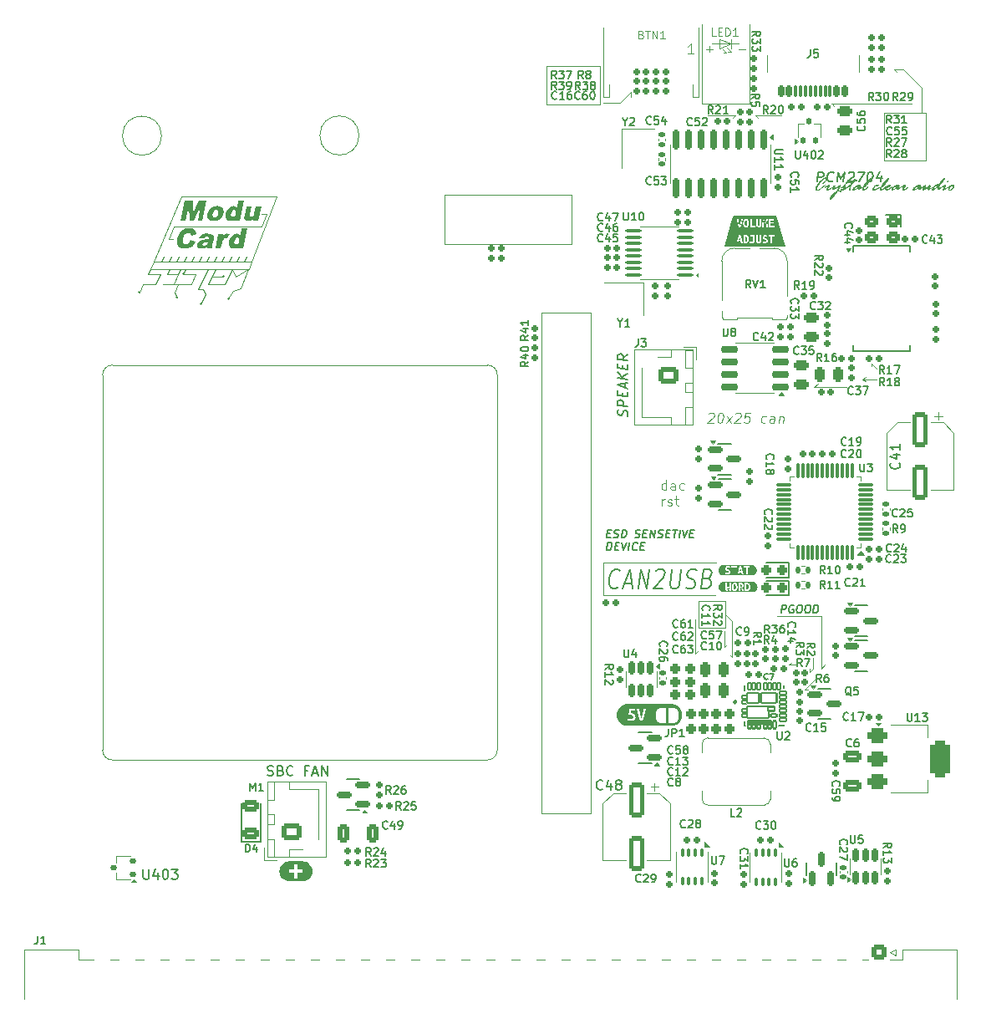
<source format=gbr>
%TF.GenerationSoftware,KiCad,Pcbnew,9.0.0*%
%TF.CreationDate,2025-05-24T19:09:12+02:00*%
%TF.ProjectId,OrangePie,4f72616e-6765-4506-9965-2e6b69636164,2.0.0*%
%TF.SameCoordinates,Original*%
%TF.FileFunction,Legend,Top*%
%TF.FilePolarity,Positive*%
%FSLAX46Y46*%
G04 Gerber Fmt 4.6, Leading zero omitted, Abs format (unit mm)*
G04 Created by KiCad (PCBNEW 9.0.0) date 2025-05-24 19:09:12*
%MOMM*%
%LPD*%
G01*
G04 APERTURE LIST*
G04 Aperture macros list*
%AMRoundRect*
0 Rectangle with rounded corners*
0 $1 Rounding radius*
0 $2 $3 $4 $5 $6 $7 $8 $9 X,Y pos of 4 corners*
0 Add a 4 corners polygon primitive as box body*
4,1,4,$2,$3,$4,$5,$6,$7,$8,$9,$2,$3,0*
0 Add four circle primitives for the rounded corners*
1,1,$1+$1,$2,$3*
1,1,$1+$1,$4,$5*
1,1,$1+$1,$6,$7*
1,1,$1+$1,$8,$9*
0 Add four rect primitives between the rounded corners*
20,1,$1+$1,$2,$3,$4,$5,0*
20,1,$1+$1,$4,$5,$6,$7,0*
20,1,$1+$1,$6,$7,$8,$9,0*
20,1,$1+$1,$8,$9,$2,$3,0*%
%AMFreePoly0*
4,1,23,0.500000,-0.750000,0.000000,-0.750000,0.000000,-0.745722,-0.065263,-0.745722,-0.191342,-0.711940,-0.304381,-0.646677,-0.396677,-0.554381,-0.461940,-0.441342,-0.495722,-0.315263,-0.495722,-0.250000,-0.500000,-0.250000,-0.500000,0.250000,-0.495722,0.250000,-0.495722,0.315263,-0.461940,0.441342,-0.396677,0.554381,-0.304381,0.646677,-0.191342,0.711940,-0.065263,0.745722,0.000000,0.745722,
0.000000,0.750000,0.500000,0.750000,0.500000,-0.750000,0.500000,-0.750000,$1*%
%AMFreePoly1*
4,1,23,0.000000,0.745722,0.065263,0.745722,0.191342,0.711940,0.304381,0.646677,0.396677,0.554381,0.461940,0.441342,0.495722,0.315263,0.495722,0.250000,0.500000,0.250000,0.500000,-0.250000,0.495722,-0.250000,0.495722,-0.315263,0.461940,-0.441342,0.396677,-0.554381,0.304381,-0.646677,0.191342,-0.711940,0.065263,-0.745722,0.000000,-0.745722,0.000000,-0.750000,-0.500000,-0.750000,
-0.500000,0.750000,0.000000,0.750000,0.000000,0.745722,0.000000,0.745722,$1*%
G04 Aperture macros list end*
%ADD10C,0.100000*%
%ADD11C,0.200000*%
%ADD12C,0.160000*%
%ADD13C,0.125000*%
%ADD14C,0.150000*%
%ADD15C,0.120000*%
%ADD16C,0.000000*%
%ADD17C,0.127000*%
%ADD18C,0.240000*%
%ADD19C,1.000000*%
%ADD20RoundRect,0.159000X-0.159000X-0.189000X0.159000X-0.189000X0.159000X0.189000X-0.159000X0.189000X0*%
%ADD21RoundRect,0.159000X0.189000X-0.159000X0.189000X0.159000X-0.189000X0.159000X-0.189000X-0.159000X0*%
%ADD22RoundRect,0.150000X-0.590000X-0.150000X0.590000X-0.150000X0.590000X0.150000X-0.590000X0.150000X0*%
%ADD23RoundRect,0.244000X0.269000X-0.244000X0.269000X0.244000X-0.269000X0.244000X-0.269000X-0.244000X0*%
%ADD24RoundRect,0.159000X-0.189000X0.159000X-0.189000X-0.159000X0.189000X-0.159000X0.189000X0.159000X0*%
%ADD25RoundRect,0.250000X0.450000X0.350000X-0.450000X0.350000X-0.450000X-0.350000X0.450000X-0.350000X0*%
%ADD26RoundRect,0.140000X-0.170000X0.140000X-0.170000X-0.140000X0.170000X-0.140000X0.170000X0.140000X0*%
%ADD27RoundRect,0.140000X0.170000X-0.140000X0.170000X0.140000X-0.170000X0.140000X-0.170000X-0.140000X0*%
%ADD28RoundRect,0.159000X0.159000X0.189000X-0.159000X0.189000X-0.159000X-0.189000X0.159000X-0.189000X0*%
%ADD29RoundRect,0.150000X0.150000X-0.590000X0.150000X0.590000X-0.150000X0.590000X-0.150000X-0.590000X0*%
%ADD30RoundRect,0.075000X-0.075000X0.350000X-0.075000X-0.350000X0.075000X-0.350000X0.075000X0.350000X0*%
%ADD31R,2.400000X1.600000*%
%ADD32RoundRect,0.150000X0.150000X-0.512500X0.150000X0.512500X-0.150000X0.512500X-0.150000X-0.512500X0*%
%ADD33R,1.200000X1.400000*%
%ADD34RoundRect,0.239000X0.239000X0.274000X-0.239000X0.274000X-0.239000X-0.274000X0.239000X-0.274000X0*%
%ADD35RoundRect,0.244000X-0.244000X-0.269000X0.244000X-0.269000X0.244000X0.269000X-0.244000X0.269000X0*%
%ADD36R,1.750000X0.450000*%
%ADD37RoundRect,0.150000X0.590000X0.150000X-0.590000X0.150000X-0.590000X-0.150000X0.590000X-0.150000X0*%
%ADD38RoundRect,0.135000X0.185000X-0.135000X0.185000X0.135000X-0.185000X0.135000X-0.185000X-0.135000X0*%
%ADD39RoundRect,0.269000X-0.269000X-0.494000X0.269000X-0.494000X0.269000X0.494000X-0.269000X0.494000X0*%
%ADD40RoundRect,0.150000X-0.150000X0.512500X-0.150000X-0.512500X0.150000X-0.512500X0.150000X0.512500X0*%
%ADD41C,1.300000*%
%ADD42C,2.286000*%
%ADD43RoundRect,0.112500X0.237500X-0.112500X0.237500X0.112500X-0.237500X0.112500X-0.237500X-0.112500X0*%
%ADD44C,1.200000*%
%ADD45RoundRect,0.250000X-0.750000X0.600000X-0.750000X-0.600000X0.750000X-0.600000X0.750000X0.600000X0*%
%ADD46O,2.000000X1.700000*%
%ADD47RoundRect,0.112500X-0.112500X-0.237500X0.112500X-0.237500X0.112500X0.237500X-0.112500X0.237500X0*%
%ADD48RoundRect,0.269000X0.494000X-0.269000X0.494000X0.269000X-0.494000X0.269000X-0.494000X-0.269000X0*%
%ADD49RoundRect,0.150000X-0.150000X0.825000X-0.150000X-0.825000X0.150000X-0.825000X0.150000X0.825000X0*%
%ADD50FreePoly0,180.000000*%
%ADD51FreePoly1,180.000000*%
%ADD52RoundRect,0.269000X0.269000X0.494000X-0.269000X0.494000X-0.269000X-0.494000X0.269000X-0.494000X0*%
%ADD53C,1.600000*%
%ADD54RoundRect,0.102000X-0.275000X-0.150000X0.275000X-0.150000X0.275000X0.150000X-0.275000X0.150000X0*%
%ADD55RoundRect,0.102000X-0.150000X-0.225000X0.150000X-0.225000X0.150000X0.225000X-0.150000X0.225000X0*%
%ADD56RoundRect,0.102000X-1.175000X-0.140000X1.175000X-0.140000X1.175000X0.140000X-1.175000X0.140000X0*%
%ADD57RoundRect,0.102000X-0.150000X-0.365000X0.150000X-0.365000X0.150000X0.365000X-0.150000X0.365000X0*%
%ADD58RoundRect,0.102000X-0.362500X-0.150000X0.362500X-0.150000X0.362500X0.150000X-0.362500X0.150000X0*%
%ADD59RoundRect,0.102000X-0.150000X-0.362500X0.150000X-0.362500X0.150000X0.362500X-0.150000X0.362500X0*%
%ADD60RoundRect,0.102000X-0.787500X-0.525000X0.787500X-0.525000X0.787500X0.525000X-0.787500X0.525000X0*%
%ADD61RoundRect,0.102000X-0.575000X-0.525000X0.575000X-0.525000X0.575000X0.525000X-0.575000X0.525000X0*%
%ADD62RoundRect,0.102000X-1.087500X-0.600000X1.087500X-0.600000X1.087500X0.600000X-1.087500X0.600000X0*%
%ADD63RoundRect,0.102000X-0.325000X-0.227500X0.325000X-0.227500X0.325000X0.227500X-0.325000X0.227500X0*%
%ADD64RoundRect,0.102000X-0.290000X-0.190000X0.290000X-0.190000X0.290000X0.190000X-0.290000X0.190000X0*%
%ADD65R,1.560000X1.560000*%
%ADD66C,1.560000*%
%ADD67RoundRect,0.075000X0.662500X0.075000X-0.662500X0.075000X-0.662500X-0.075000X0.662500X-0.075000X0*%
%ADD68RoundRect,0.075000X0.075000X0.662500X-0.075000X0.662500X-0.075000X-0.662500X0.075000X-0.662500X0*%
%ADD69RoundRect,0.267273X0.570727X-0.320727X0.570727X0.320727X-0.570727X0.320727X-0.570727X-0.320727X0*%
%ADD70RoundRect,0.135000X0.135000X0.185000X-0.135000X0.185000X-0.135000X-0.185000X0.135000X-0.185000X0*%
%ADD71RoundRect,0.266521X0.671479X-0.346479X0.671479X0.346479X-0.671479X0.346479X-0.671479X-0.346479X0*%
%ADD72RoundRect,0.250000X0.750000X-0.600000X0.750000X0.600000X-0.750000X0.600000X-0.750000X-0.600000X0*%
%ADD73R,2.950000X3.500000*%
%ADD74RoundRect,0.266521X-0.346479X-0.671479X0.346479X-0.671479X0.346479X0.671479X-0.346479X0.671479X0*%
%ADD75RoundRect,0.269000X-0.494000X0.269000X-0.494000X-0.269000X0.494000X-0.269000X0.494000X0.269000X0*%
%ADD76RoundRect,0.150000X0.725000X0.150000X-0.725000X0.150000X-0.725000X-0.150000X0.725000X-0.150000X0*%
%ADD77C,0.650000*%
%ADD78RoundRect,0.150000X0.150000X0.425000X-0.150000X0.425000X-0.150000X-0.425000X0.150000X-0.425000X0*%
%ADD79RoundRect,0.075000X0.075000X0.500000X-0.075000X0.500000X-0.075000X-0.500000X0.075000X-0.500000X0*%
%ADD80O,1.000000X2.100000*%
%ADD81O,1.000000X1.800000*%
%ADD82RoundRect,0.250000X-0.550000X1.500000X-0.550000X-1.500000X0.550000X-1.500000X0.550000X1.500000X0*%
%ADD83R,1.400000X1.200000*%
%ADD84C,2.850000*%
%ADD85RoundRect,0.249999X0.525001X0.525001X-0.525001X0.525001X-0.525001X-0.525001X0.525001X-0.525001X0*%
%ADD86C,1.550000*%
%ADD87RoundRect,0.375000X-0.625000X-0.375000X0.625000X-0.375000X0.625000X0.375000X-0.625000X0.375000X0*%
%ADD88RoundRect,0.500000X-0.500000X-1.400000X0.500000X-1.400000X0.500000X1.400000X-0.500000X1.400000X0*%
%ADD89RoundRect,0.100000X0.712500X0.100000X-0.712500X0.100000X-0.712500X-0.100000X0.712500X-0.100000X0*%
%ADD90C,4.500000*%
%ADD91O,1.700000X1.700000*%
%ADD92R,1.700000X1.700000*%
G04 APERTURE END LIST*
D10*
X122504200Y-43764200D02*
X121564400Y-43764200D01*
X67379899Y-50479898D02*
G75*
G02*
X63420101Y-50479898I-1979899J0D01*
G01*
X63420101Y-50479898D02*
G75*
G02*
X67379899Y-50479898I1979899J0D01*
G01*
X113411000Y-103403400D02*
X113411000Y-104521000D01*
X50358083Y-65515758D02*
X49088083Y-65515758D01*
X54262934Y-67017609D02*
G75*
G02*
X54075792Y-67017609I-93571J0D01*
G01*
X54075792Y-67017609D02*
G75*
G02*
X54262934Y-67017609I93571J0D01*
G01*
X49596083Y-64499758D02*
X50866083Y-64499758D01*
X54982000Y-63258000D02*
X55236000Y-62750000D01*
X47379899Y-50500000D02*
G75*
G02*
X43420101Y-50500000I-1979899J0D01*
G01*
X43420101Y-50500000D02*
G75*
G02*
X47379899Y-50500000I1979899J0D01*
G01*
X56209372Y-63993281D02*
X56506000Y-63258000D01*
X48124000Y-63258000D02*
X46854000Y-63258000D01*
X116738400Y-75946000D02*
X113436400Y-75946000D01*
X118414800Y-75158600D02*
X118739520Y-74942712D01*
X49088083Y-65515758D02*
X48580083Y-65515758D01*
X113080800Y-104851200D02*
X113080800Y-104495600D01*
X102717600Y-48437800D02*
X105486200Y-48437800D01*
X49394000Y-56654000D02*
X59046000Y-56654000D01*
X49689654Y-64499758D02*
G75*
G02*
X49502512Y-64499758I-93571J0D01*
G01*
X49502512Y-64499758D02*
G75*
G02*
X49689654Y-64499758I93571J0D01*
G01*
X110947200Y-104063800D02*
X111150400Y-103860600D01*
X45115192Y-66370688D02*
X45529621Y-65515117D01*
X51882083Y-66531758D02*
X51374083Y-67547758D01*
X46801415Y-65517167D02*
X45529621Y-65515117D01*
X104900000Y-99400000D02*
X105200000Y-99700000D01*
X48673654Y-66371329D02*
X49088083Y-65515758D01*
X49648000Y-63258000D02*
X49902000Y-62750000D01*
X112522000Y-106603800D02*
X112877600Y-106603800D01*
X48199083Y-63991758D02*
X47945083Y-64499758D01*
X93802200Y-47193200D02*
X94919800Y-46075600D01*
X51426000Y-63258000D02*
X50156000Y-63258000D01*
X113411000Y-104521000D02*
X113080800Y-104851200D01*
X48083131Y-60978050D02*
X48602718Y-59696463D01*
X119786400Y-74091800D02*
X119278400Y-73583800D01*
X94919800Y-46075600D02*
X94919800Y-46583600D01*
X118414800Y-75158600D02*
X118739520Y-75370301D01*
X113614200Y-105498900D02*
X112522000Y-106591100D01*
X92100400Y-47193200D02*
X93802200Y-47193200D01*
X48124000Y-63258000D02*
X48505000Y-63258000D01*
X48124000Y-63258000D02*
X48378000Y-62750000D01*
X51467654Y-67547758D02*
G75*
G02*
X51280512Y-67547758I-93571J0D01*
G01*
X51280512Y-67547758D02*
G75*
G02*
X51467654Y-67547758I93571J0D01*
G01*
X92150000Y-97050000D02*
X103500000Y-97050000D01*
X56200083Y-64011857D02*
X55439363Y-66001609D01*
X54930083Y-64753758D02*
X56200083Y-64011857D01*
X104400000Y-102300000D02*
X104700000Y-102000000D01*
X86360000Y-43434000D02*
X91770200Y-43434000D01*
X91770200Y-47320200D01*
X86360000Y-47320200D01*
X86360000Y-43434000D01*
X119786400Y-75158600D02*
X118414800Y-75158600D01*
X51374083Y-65515758D02*
X51120083Y-66023758D01*
X111582200Y-104063800D02*
X110947200Y-104063800D01*
X50410000Y-63258000D02*
X50664000Y-62750000D01*
X56209372Y-63993281D02*
X46232473Y-63991882D01*
X48886000Y-63258000D02*
X49140000Y-62750000D01*
X51934000Y-63258000D02*
X52188000Y-62750000D01*
X48580083Y-65515758D02*
X47564083Y-65515758D01*
X47945083Y-64499758D02*
X49088083Y-64499758D01*
X54220000Y-63258000D02*
X54474000Y-62750000D01*
X58041587Y-58420413D02*
X57522000Y-59702000D01*
X101473000Y-102946200D02*
X101777800Y-102641400D01*
X57458500Y-59702000D02*
X49140000Y-59702000D01*
X113436400Y-75946000D02*
X113877728Y-75641416D01*
X124383800Y-45643800D02*
X122504200Y-43764200D01*
X101800000Y-97650000D02*
X104500000Y-97650000D01*
X104500000Y-100350000D01*
X101800000Y-100350000D01*
X101800000Y-97650000D01*
X119278400Y-73583800D02*
X119278399Y-73882526D01*
X51680000Y-63258000D02*
X53204000Y-63258000D01*
X92150000Y-93770000D02*
X92150000Y-97050000D01*
X54677363Y-66255609D02*
X54169363Y-67017609D01*
X54549083Y-63991758D02*
X54930083Y-64753758D01*
X52136083Y-63991758D02*
X51374083Y-65515758D01*
X103550000Y-93770000D02*
X92150000Y-93770000D01*
X50866083Y-64499758D02*
X50359877Y-65517808D01*
X49850083Y-63991758D02*
X49596083Y-64499758D01*
X49342083Y-63991758D02*
X49088083Y-64499758D01*
X46232473Y-63991882D02*
X45967217Y-64506868D01*
X51628083Y-66023758D02*
X51882083Y-66531758D01*
X45208763Y-66370688D02*
G75*
G02*
X45021621Y-66370688I-93571J0D01*
G01*
X45021621Y-66370688D02*
G75*
G02*
X45208763Y-66370688I93571J0D01*
G01*
X52136083Y-65515758D02*
X53787083Y-65515758D01*
X55439363Y-66001609D02*
X54677363Y-66255609D01*
X115303300Y-47282100D02*
X115531900Y-47510700D01*
X110159800Y-48463200D02*
X107543600Y-48463200D01*
X104500000Y-99000000D02*
X104900000Y-99400000D01*
X114200000Y-104500000D02*
X114600000Y-104100000D01*
X120548400Y-48158400D02*
X124790200Y-48158400D01*
X124790200Y-53035200D01*
X120548400Y-53035200D01*
X120548400Y-48158400D01*
X114200000Y-99200000D02*
X114200000Y-104500000D01*
X58041587Y-58420413D02*
X57546496Y-58422612D01*
X101473000Y-99466400D02*
X101473000Y-102946200D01*
X56506000Y-63258000D02*
X46600000Y-63258000D01*
X47310083Y-64499758D02*
X46801415Y-65517167D01*
X51172000Y-63258000D02*
X51426000Y-62750000D01*
X105200000Y-99700000D02*
X105200000Y-103300000D01*
X52898083Y-63991758D02*
X52136083Y-65515758D01*
X53458000Y-63258000D02*
X53712000Y-62750000D01*
X105486200Y-48437800D02*
X105257600Y-48666400D01*
X53726941Y-64753758D02*
G75*
G02*
X53539799Y-64753758I-93571J0D01*
G01*
X53539799Y-64753758D02*
G75*
G02*
X53726941Y-64753758I93571J0D01*
G01*
X105200000Y-103300000D02*
X105000000Y-103100000D01*
X48083131Y-60978050D02*
X48578222Y-60975851D01*
X114200000Y-99200000D02*
X109750000Y-99200000D01*
X51426000Y-63258000D02*
X51680000Y-63258000D01*
X51120083Y-66023758D02*
X51628083Y-66023758D01*
X59046000Y-56654000D02*
X56506000Y-63258000D01*
X104400000Y-100700000D02*
X104400000Y-102300000D01*
X47362000Y-63258000D02*
X47616000Y-62750000D01*
X52517083Y-64753758D02*
X53633370Y-64753758D01*
X52696000Y-63258000D02*
X52950000Y-62750000D01*
X49025273Y-66892402D02*
G75*
G02*
X48838131Y-66892402I-93571J0D01*
G01*
X48838131Y-66892402D02*
G75*
G02*
X49025273Y-66892402I93571J0D01*
G01*
X49088083Y-64499758D02*
X48581877Y-65517808D01*
X54549083Y-63991758D02*
X53787083Y-65515758D01*
X124383800Y-48158400D02*
X124383800Y-45643800D01*
X55744000Y-63258000D02*
X55998000Y-62750000D01*
X46600000Y-63258000D02*
X49394000Y-56654000D01*
X45967217Y-64506868D02*
X47310083Y-64499758D01*
X53204000Y-63258000D02*
X54474000Y-63258000D01*
X48677702Y-66384402D02*
X48931702Y-66892402D01*
X49140000Y-59702000D02*
X48602718Y-59696463D01*
X121564400Y-43764200D02*
X121869200Y-44069000D01*
X123367800Y-47269400D02*
X115290600Y-47269400D01*
X46600000Y-63258000D02*
X46232473Y-63991882D01*
X107543600Y-48463200D02*
X107797600Y-48717200D01*
D11*
G36*
X49749752Y-57107162D02*
G01*
X50546228Y-57107162D01*
X50600572Y-58323736D01*
X51159521Y-57107162D01*
X51953311Y-57107162D01*
X51537365Y-59108000D01*
X51043018Y-59108000D01*
X51360533Y-57580505D01*
X50659434Y-59108000D01*
X50211737Y-59108000D01*
X50147135Y-57580505D01*
X49829619Y-59108000D01*
X49333806Y-59108000D01*
X49749752Y-57107162D01*
G37*
G36*
X53173414Y-57635127D02*
G01*
X53314263Y-57668596D01*
X53427810Y-57720322D01*
X53518909Y-57789091D01*
X53590837Y-57875672D01*
X53643555Y-57979508D01*
X53673748Y-58095461D01*
X53680665Y-58226687D01*
X53661545Y-58376981D01*
X53614238Y-58538213D01*
X53543762Y-58681889D01*
X53449725Y-58810466D01*
X53330352Y-58925550D01*
X53194384Y-59017704D01*
X53043494Y-59084097D01*
X52874957Y-59125053D01*
X52685307Y-59139263D01*
X52513872Y-59126487D01*
X52374402Y-59091056D01*
X52260965Y-59035865D01*
X52168977Y-58961698D01*
X52096109Y-58869932D01*
X52045970Y-58768924D01*
X52017375Y-58656536D01*
X52011034Y-58529829D01*
X52013340Y-58511797D01*
X52558996Y-58511797D01*
X52566746Y-58604938D01*
X52592250Y-58670316D01*
X52637057Y-58722423D01*
X52693640Y-58753259D01*
X52765907Y-58764106D01*
X52840690Y-58754134D01*
X52910790Y-58724077D01*
X52978276Y-58671660D01*
X53031661Y-58604153D01*
X53078018Y-58507909D01*
X53115540Y-58374905D01*
X53131627Y-58247408D01*
X53123759Y-58156160D01*
X53098321Y-58091339D01*
X53054045Y-58039371D01*
X52998876Y-58008836D01*
X52929183Y-57998160D01*
X52853562Y-58008310D01*
X52782206Y-58038999D01*
X52713028Y-58092682D01*
X52657880Y-58161437D01*
X52611622Y-58255248D01*
X52575764Y-58380400D01*
X52558996Y-58511797D01*
X52013340Y-58511797D01*
X52029515Y-58385285D01*
X52076626Y-58225585D01*
X52147228Y-58082604D01*
X52241851Y-57953978D01*
X52362418Y-57838181D01*
X52499740Y-57744840D01*
X52649897Y-57678042D01*
X52815329Y-57637117D01*
X52999159Y-57623003D01*
X53173414Y-57635127D01*
G37*
G36*
X55306154Y-59108000D02*
G01*
X54797030Y-59108000D01*
X54841727Y-58893066D01*
X54707074Y-59013734D01*
X54608353Y-59076736D01*
X54519586Y-59111535D01*
X54428280Y-59132297D01*
X54333457Y-59139263D01*
X54218717Y-59129123D01*
X54125314Y-59100831D01*
X54048992Y-59056108D01*
X53986778Y-58994604D01*
X53937295Y-58913949D01*
X53896558Y-58801029D01*
X53875224Y-58674108D01*
X53874838Y-58530250D01*
X53877898Y-58508765D01*
X54421721Y-58508765D01*
X54427782Y-58592394D01*
X54449228Y-58650044D01*
X54487618Y-58696332D01*
X54535418Y-58723401D01*
X54595774Y-58732842D01*
X54662090Y-58723914D01*
X54725149Y-58696830D01*
X54786772Y-58649311D01*
X54835584Y-58588128D01*
X54878202Y-58499898D01*
X54912923Y-58376859D01*
X54927044Y-58262380D01*
X54919201Y-58180191D01*
X54895094Y-58121503D01*
X54853729Y-58074877D01*
X54801149Y-58047069D01*
X54733649Y-58037239D01*
X54673536Y-58045751D01*
X54615501Y-58071810D01*
X54557794Y-58118083D01*
X54512589Y-58177075D01*
X54471865Y-58264547D01*
X54437383Y-58389193D01*
X54421721Y-58508765D01*
X53877898Y-58508765D01*
X53898217Y-58366112D01*
X53947175Y-58187372D01*
X54011472Y-58038536D01*
X54089807Y-57915301D01*
X54181905Y-57814245D01*
X54292266Y-57728837D01*
X54406192Y-57669808D01*
X54525229Y-57634785D01*
X54651461Y-57623003D01*
X54773119Y-57634456D01*
X54872990Y-57666600D01*
X54959100Y-57720880D01*
X55029427Y-57797392D01*
X55172920Y-57107162D01*
X55722100Y-57107162D01*
X55306154Y-59108000D01*
G37*
G36*
X57173513Y-59108000D02*
G01*
X56665732Y-59108000D01*
X56715191Y-58870229D01*
X56615015Y-58962933D01*
X56524675Y-59030668D01*
X56442861Y-59077469D01*
X56355217Y-59111088D01*
X56256915Y-59131986D01*
X56146106Y-59139263D01*
X56034806Y-59129406D01*
X55946769Y-59102240D01*
X55877119Y-59059799D01*
X55822484Y-59001876D01*
X55785877Y-58932338D01*
X55764720Y-58842709D01*
X55761967Y-58727146D01*
X55782794Y-58578603D01*
X55975013Y-57654266D01*
X56521629Y-57654266D01*
X56356032Y-58450620D01*
X56344017Y-58542468D01*
X56348889Y-58604020D01*
X56365191Y-58644304D01*
X56394619Y-58675124D01*
X56435637Y-58694456D01*
X56492320Y-58701579D01*
X56554290Y-58693332D01*
X56612213Y-58668502D01*
X56667808Y-58625254D01*
X56711113Y-58568907D01*
X56751499Y-58481083D01*
X56787121Y-58351091D01*
X56931957Y-57654266D01*
X57475764Y-57654266D01*
X57173513Y-59108000D01*
G37*
X58116159Y-115275860D02*
X58259016Y-115323479D01*
X58259016Y-115323479D02*
X58497111Y-115323479D01*
X58497111Y-115323479D02*
X58592349Y-115275860D01*
X58592349Y-115275860D02*
X58639968Y-115228240D01*
X58639968Y-115228240D02*
X58687587Y-115133002D01*
X58687587Y-115133002D02*
X58687587Y-115037764D01*
X58687587Y-115037764D02*
X58639968Y-114942526D01*
X58639968Y-114942526D02*
X58592349Y-114894907D01*
X58592349Y-114894907D02*
X58497111Y-114847288D01*
X58497111Y-114847288D02*
X58306635Y-114799669D01*
X58306635Y-114799669D02*
X58211397Y-114752050D01*
X58211397Y-114752050D02*
X58163778Y-114704431D01*
X58163778Y-114704431D02*
X58116159Y-114609193D01*
X58116159Y-114609193D02*
X58116159Y-114513955D01*
X58116159Y-114513955D02*
X58163778Y-114418717D01*
X58163778Y-114418717D02*
X58211397Y-114371098D01*
X58211397Y-114371098D02*
X58306635Y-114323479D01*
X58306635Y-114323479D02*
X58544730Y-114323479D01*
X58544730Y-114323479D02*
X58687587Y-114371098D01*
X59449492Y-114799669D02*
X59592349Y-114847288D01*
X59592349Y-114847288D02*
X59639968Y-114894907D01*
X59639968Y-114894907D02*
X59687587Y-114990145D01*
X59687587Y-114990145D02*
X59687587Y-115133002D01*
X59687587Y-115133002D02*
X59639968Y-115228240D01*
X59639968Y-115228240D02*
X59592349Y-115275860D01*
X59592349Y-115275860D02*
X59497111Y-115323479D01*
X59497111Y-115323479D02*
X59116159Y-115323479D01*
X59116159Y-115323479D02*
X59116159Y-114323479D01*
X59116159Y-114323479D02*
X59449492Y-114323479D01*
X59449492Y-114323479D02*
X59544730Y-114371098D01*
X59544730Y-114371098D02*
X59592349Y-114418717D01*
X59592349Y-114418717D02*
X59639968Y-114513955D01*
X59639968Y-114513955D02*
X59639968Y-114609193D01*
X59639968Y-114609193D02*
X59592349Y-114704431D01*
X59592349Y-114704431D02*
X59544730Y-114752050D01*
X59544730Y-114752050D02*
X59449492Y-114799669D01*
X59449492Y-114799669D02*
X59116159Y-114799669D01*
X60687587Y-115228240D02*
X60639968Y-115275860D01*
X60639968Y-115275860D02*
X60497111Y-115323479D01*
X60497111Y-115323479D02*
X60401873Y-115323479D01*
X60401873Y-115323479D02*
X60259016Y-115275860D01*
X60259016Y-115275860D02*
X60163778Y-115180621D01*
X60163778Y-115180621D02*
X60116159Y-115085383D01*
X60116159Y-115085383D02*
X60068540Y-114894907D01*
X60068540Y-114894907D02*
X60068540Y-114752050D01*
X60068540Y-114752050D02*
X60116159Y-114561574D01*
X60116159Y-114561574D02*
X60163778Y-114466336D01*
X60163778Y-114466336D02*
X60259016Y-114371098D01*
X60259016Y-114371098D02*
X60401873Y-114323479D01*
X60401873Y-114323479D02*
X60497111Y-114323479D01*
X60497111Y-114323479D02*
X60639968Y-114371098D01*
X60639968Y-114371098D02*
X60687587Y-114418717D01*
X62211397Y-114799669D02*
X61878064Y-114799669D01*
X61878064Y-115323479D02*
X61878064Y-114323479D01*
X61878064Y-114323479D02*
X62354254Y-114323479D01*
X62687588Y-115037764D02*
X63163778Y-115037764D01*
X62592350Y-115323479D02*
X62925683Y-114323479D01*
X62925683Y-114323479D02*
X63259016Y-115323479D01*
X63592350Y-115323479D02*
X63592350Y-114323479D01*
X63592350Y-114323479D02*
X64163778Y-115323479D01*
X64163778Y-115323479D02*
X64163778Y-114323479D01*
X113813720Y-55167219D02*
X113938720Y-54167219D01*
X113938720Y-54167219D02*
X114319673Y-54167219D01*
X114319673Y-54167219D02*
X114408958Y-54214838D01*
X114408958Y-54214838D02*
X114450625Y-54262457D01*
X114450625Y-54262457D02*
X114486339Y-54357695D01*
X114486339Y-54357695D02*
X114468482Y-54500552D01*
X114468482Y-54500552D02*
X114408958Y-54595790D01*
X114408958Y-54595790D02*
X114355387Y-54643409D01*
X114355387Y-54643409D02*
X114254197Y-54691028D01*
X114254197Y-54691028D02*
X113873244Y-54691028D01*
X115397054Y-55071980D02*
X115343482Y-55119600D01*
X115343482Y-55119600D02*
X115194673Y-55167219D01*
X115194673Y-55167219D02*
X115099435Y-55167219D01*
X115099435Y-55167219D02*
X114962530Y-55119600D01*
X114962530Y-55119600D02*
X114879197Y-55024361D01*
X114879197Y-55024361D02*
X114843482Y-54929123D01*
X114843482Y-54929123D02*
X114819673Y-54738647D01*
X114819673Y-54738647D02*
X114837530Y-54595790D01*
X114837530Y-54595790D02*
X114908958Y-54405314D01*
X114908958Y-54405314D02*
X114968482Y-54310076D01*
X114968482Y-54310076D02*
X115075625Y-54214838D01*
X115075625Y-54214838D02*
X115224435Y-54167219D01*
X115224435Y-54167219D02*
X115319673Y-54167219D01*
X115319673Y-54167219D02*
X115456578Y-54214838D01*
X115456578Y-54214838D02*
X115498244Y-54262457D01*
X115813720Y-55167219D02*
X115938720Y-54167219D01*
X115938720Y-54167219D02*
X116182768Y-54881504D01*
X116182768Y-54881504D02*
X116605387Y-54167219D01*
X116605387Y-54167219D02*
X116480387Y-55167219D01*
X117022054Y-54262457D02*
X117075625Y-54214838D01*
X117075625Y-54214838D02*
X117176815Y-54167219D01*
X117176815Y-54167219D02*
X117414911Y-54167219D01*
X117414911Y-54167219D02*
X117504196Y-54214838D01*
X117504196Y-54214838D02*
X117545863Y-54262457D01*
X117545863Y-54262457D02*
X117581577Y-54357695D01*
X117581577Y-54357695D02*
X117569673Y-54452933D01*
X117569673Y-54452933D02*
X117504196Y-54595790D01*
X117504196Y-54595790D02*
X116861339Y-55167219D01*
X116861339Y-55167219D02*
X117480387Y-55167219D01*
X117938720Y-54167219D02*
X118605387Y-54167219D01*
X118605387Y-54167219D02*
X118051816Y-55167219D01*
X119176816Y-54167219D02*
X119272054Y-54167219D01*
X119272054Y-54167219D02*
X119361339Y-54214838D01*
X119361339Y-54214838D02*
X119403006Y-54262457D01*
X119403006Y-54262457D02*
X119438720Y-54357695D01*
X119438720Y-54357695D02*
X119462530Y-54548171D01*
X119462530Y-54548171D02*
X119432768Y-54786266D01*
X119432768Y-54786266D02*
X119361339Y-54976742D01*
X119361339Y-54976742D02*
X119301816Y-55071980D01*
X119301816Y-55071980D02*
X119248244Y-55119600D01*
X119248244Y-55119600D02*
X119147054Y-55167219D01*
X119147054Y-55167219D02*
X119051816Y-55167219D01*
X119051816Y-55167219D02*
X118962530Y-55119600D01*
X118962530Y-55119600D02*
X118920863Y-55071980D01*
X118920863Y-55071980D02*
X118885149Y-54976742D01*
X118885149Y-54976742D02*
X118861339Y-54786266D01*
X118861339Y-54786266D02*
X118891101Y-54548171D01*
X118891101Y-54548171D02*
X118962530Y-54357695D01*
X118962530Y-54357695D02*
X119022054Y-54262457D01*
X119022054Y-54262457D02*
X119075625Y-54214838D01*
X119075625Y-54214838D02*
X119176816Y-54167219D01*
X120325625Y-54500552D02*
X120242292Y-55167219D01*
X120135149Y-54119600D02*
X119807768Y-54833885D01*
X119807768Y-54833885D02*
X120426816Y-54833885D01*
G36*
X113776448Y-55487376D02*
G01*
X113789637Y-55476385D01*
X113790736Y-55472355D01*
X113807588Y-55443046D01*
X113832868Y-55413004D01*
X113849720Y-55395052D01*
X113866207Y-55385526D01*
X113864009Y-55374902D01*
X113864009Y-55355851D01*
X113875366Y-55339731D01*
X113883792Y-55331671D01*
X113898080Y-55321779D01*
X113908705Y-55306758D01*
X113932152Y-55274884D01*
X113964392Y-55252903D01*
X113973918Y-55248872D01*
X113987473Y-55244842D01*
X114001395Y-55258764D01*
X114000662Y-55263161D01*
X113999563Y-55262062D01*
X113994434Y-55263527D01*
X113981612Y-55252536D01*
X113977215Y-55234218D01*
X113976482Y-55221762D01*
X113993702Y-55197581D01*
X114021179Y-55184392D01*
X114023743Y-55188789D01*
X114019347Y-55166441D01*
X114053419Y-55126507D01*
X114091521Y-55100495D01*
X114099581Y-55109288D01*
X114106175Y-55086207D01*
X114102878Y-55064591D01*
X114143178Y-55026123D01*
X114148674Y-55022459D01*
X114206525Y-54973581D01*
X114209490Y-54972267D01*
X114266535Y-54926243D01*
X114292655Y-54913283D01*
X114303279Y-54919511D01*
X114307309Y-54917313D01*
X114324528Y-54942958D01*
X114276168Y-54968237D01*
X114275069Y-54964574D01*
X114278000Y-54953583D01*
X114320498Y-54920244D01*
X114302913Y-54943691D01*
X114312805Y-54920610D01*
X114303279Y-54921709D01*
X114301814Y-54908154D01*
X114348709Y-54862725D01*
X114411189Y-54820882D01*
X114439933Y-54804839D01*
X114451657Y-54793848D01*
X114471807Y-54785422D01*
X114494888Y-54800076D01*
X114492323Y-54803740D01*
X114488293Y-54788719D01*
X114502948Y-54772233D01*
X114552041Y-54745854D01*
X114602599Y-54724605D01*
X114627512Y-54715080D01*
X114657187Y-54708852D01*
X114688328Y-54704455D01*
X114703349Y-54697861D01*
X114726430Y-54691266D01*
X114758670Y-54712882D01*
X114746214Y-54706653D01*
X114760868Y-54697494D01*
X114771859Y-54697494D01*
X114798970Y-54726437D01*
X114830982Y-54793395D01*
X114828646Y-54815830D01*
X114814724Y-54859061D01*
X114809595Y-54894965D01*
X114785048Y-54931235D01*
X114753541Y-54996448D01*
X114724232Y-55052501D01*
X114678768Y-55112794D01*
X114640701Y-55147756D01*
X114628244Y-55169371D01*
X114585380Y-55226891D01*
X114538119Y-55277083D01*
X114497452Y-55307491D01*
X114495254Y-55299797D01*
X114502215Y-55323244D01*
X114448268Y-55376825D01*
X114401465Y-55394685D01*
X114350907Y-55369406D01*
X114334787Y-55316650D01*
X114378201Y-55255192D01*
X114437520Y-55211665D01*
X114484996Y-55183660D01*
X114492690Y-55187690D01*
X114493789Y-55180362D01*
X114493422Y-55170471D01*
X114535188Y-55129804D01*
X114574023Y-55095366D01*
X114623115Y-55036748D01*
X114627512Y-55029054D01*
X114630443Y-55014766D01*
X114659019Y-54989853D01*
X114663049Y-54970802D01*
X114687962Y-54942592D01*
X114700052Y-54912550D01*
X114726430Y-54862725D01*
X114728628Y-54814731D01*
X114716905Y-54808503D01*
X114668178Y-54826454D01*
X114618719Y-54844406D01*
X114606995Y-54840743D01*
X114604064Y-54838178D01*
X114597836Y-54847337D01*
X114583182Y-54860526D01*
X114562299Y-54871884D01*
X114531158Y-54888736D01*
X114511374Y-54909619D01*
X114493789Y-54920610D01*
X114453489Y-54946256D01*
X114439933Y-54967138D01*
X114426011Y-54978862D01*
X114412822Y-54978862D01*
X114412456Y-54980327D01*
X114410624Y-54989120D01*
X114396702Y-55006706D01*
X114349808Y-55049204D01*
X114338084Y-55055066D01*
X114329658Y-55055066D01*
X114331856Y-55053600D01*
X114304012Y-55094633D01*
X114265177Y-55128339D01*
X114252721Y-55141528D01*
X114236601Y-55136032D01*
X114235868Y-55131636D01*
X114248691Y-55142627D01*
X114228175Y-55172669D01*
X114203995Y-55185491D01*
X114179815Y-55235683D01*
X114168824Y-55250704D01*
X114154169Y-55266458D01*
X114153436Y-55270488D01*
X114100822Y-55321686D01*
X114094452Y-55324344D01*
X114095184Y-55345959D01*
X114071371Y-55374169D01*
X114059281Y-55392854D01*
X114038764Y-55418133D01*
X114027407Y-55432421D01*
X114020080Y-55438649D01*
X114018614Y-55455502D01*
X113991137Y-55496901D01*
X113976116Y-55519616D01*
X113959996Y-55543429D01*
X113935083Y-55570907D01*
X113913834Y-55618534D01*
X113891486Y-55626594D01*
X113888189Y-55644546D01*
X113885624Y-55650774D01*
X113882693Y-55664330D01*
X113852285Y-55692173D01*
X113859246Y-55712323D01*
X113841660Y-55752257D01*
X113822609Y-55777903D01*
X113807222Y-55802083D01*
X113809787Y-55825163D01*
X113787438Y-55892208D01*
X113790003Y-55914923D01*
X113774982Y-55925181D01*
X113782309Y-55932508D01*
X113802826Y-55983433D01*
X113808321Y-55980868D01*
X113824441Y-55979036D01*
X113851186Y-55974640D01*
X113899180Y-55954856D01*
X113918597Y-55954856D01*
X113950104Y-55936905D01*
X113979413Y-55918586D01*
X114008356Y-55910526D01*
X114010554Y-55910893D01*
X114018614Y-55902100D01*
X114040963Y-55881217D01*
X114070272Y-55863998D01*
X114128890Y-55824064D01*
X114142812Y-55818935D01*
X114157466Y-55810143D01*
X114210589Y-55768011D01*
X114266086Y-55719121D01*
X114271039Y-55711957D01*
X114302180Y-55689975D01*
X114317201Y-55692173D01*
X114317934Y-55692173D01*
X114319033Y-55687411D01*
X114364096Y-55653339D01*
X114406228Y-55615237D01*
X114452023Y-55577501D01*
X114468510Y-55580066D01*
X114472173Y-55565045D01*
X114500383Y-55541964D01*
X114506978Y-55541964D01*
X114508077Y-55541598D01*
X114547278Y-55503862D01*
X114555704Y-55503862D01*
X114556437Y-55493604D01*
X114613224Y-55455868D01*
X114632274Y-55446709D01*
X114649127Y-55441580D01*
X114677704Y-55497267D01*
X114661584Y-55522180D01*
X114648028Y-55532072D01*
X114642166Y-55549291D01*
X114596004Y-55585561D01*
X114584647Y-55604612D01*
X114571824Y-55617435D01*
X114559734Y-55625495D01*
X114547644Y-55632456D01*
X114491957Y-55677152D01*
X114450558Y-55723681D01*
X114432606Y-55735038D01*
X114393405Y-55767278D01*
X114338817Y-55816004D01*
X114327459Y-55825896D01*
X114316468Y-55819302D01*
X114307676Y-55834689D01*
X114281664Y-55847145D01*
X114258949Y-55863632D01*
X114243928Y-55883049D01*
X114228541Y-55898803D01*
X114207658Y-55909794D01*
X114192271Y-55890010D01*
X114191905Y-55899902D01*
X114194103Y-55910526D01*
X114185676Y-55925547D01*
X114164427Y-55947529D01*
X114103977Y-55972442D01*
X114096284Y-55981967D01*
X114066242Y-56001751D01*
X114020446Y-56033625D01*
X113974284Y-56047913D01*
X113958897Y-56047180D01*
X113938014Y-56060369D01*
X113928122Y-56062934D01*
X113902477Y-56074658D01*
X113879030Y-56051943D01*
X113882327Y-56044249D01*
X113882693Y-56042051D01*
X113895516Y-56043517D01*
X113858879Y-56094075D01*
X113836531Y-56082351D01*
X113838363Y-56082718D01*
X113822243Y-56094075D01*
X113806856Y-56098105D01*
X113735629Y-56076100D01*
X113733583Y-56074658D01*
X113727355Y-56074658D01*
X113676064Y-56028862D01*
X113680460Y-56027763D01*
X113653349Y-55991493D01*
X113637595Y-55972808D01*
X113634298Y-55944232D01*
X113630268Y-55928112D01*
X113623307Y-55851908D01*
X113630635Y-55795854D01*
X113630268Y-55787794D01*
X113631734Y-55779734D01*
X113641259Y-55752623D01*
X113641625Y-55743464D01*
X113673133Y-55679717D01*
X113708222Y-55613609D01*
X113713799Y-55600949D01*
X113730286Y-55567976D01*
X113776448Y-55487376D01*
G37*
G36*
X114806297Y-55530240D02*
G01*
X114820952Y-55526210D01*
X114829012Y-55514487D01*
X114891855Y-55475446D01*
X114910345Y-55459532D01*
X114922435Y-55449640D01*
X114940020Y-55435718D01*
X115006972Y-55399534D01*
X115044434Y-55394685D01*
X115105583Y-55439920D01*
X115104884Y-55482247D01*
X115107449Y-55495436D01*
X115117707Y-55556985D01*
X115120638Y-55615603D01*
X115087665Y-55679351D01*
X115031297Y-55729484D01*
X115004134Y-55757386D01*
X114993510Y-55763981D01*
X114962735Y-55803548D01*
X114944417Y-55811242D01*
X114940387Y-55829926D01*
X114932693Y-55842383D01*
X114914741Y-55866929D01*
X114902651Y-55880484D01*
X114892393Y-55896971D01*
X114876273Y-55919685D01*
X114866381Y-55932508D01*
X114890928Y-55933974D01*
X114907048Y-55927013D01*
X114923168Y-55931775D01*
X114929030Y-55928478D01*
X114954309Y-55914923D01*
X114986549Y-55902833D01*
X115019521Y-55888178D01*
X115056891Y-55868394D01*
X115092428Y-55848244D01*
X115125034Y-55829560D01*
X115160572Y-55805380D01*
X115219519Y-55760214D01*
X115225052Y-55755554D01*
X115269016Y-55731008D01*
X115289898Y-55707561D01*
X115335327Y-55676053D01*
X115363171Y-55710491D01*
X115348517Y-55735771D01*
X115348150Y-55737602D01*
X115344487Y-55750059D01*
X115346318Y-55763981D01*
X115334961Y-55780467D01*
X115318841Y-55803182D01*
X115295394Y-55821500D01*
X115273046Y-55847512D01*
X115241538Y-55867662D01*
X115185484Y-55907962D01*
X115133461Y-55945331D01*
X115109281Y-55959253D01*
X115099023Y-55952292D01*
X115094993Y-55950826D01*
X115094626Y-55958154D01*
X115086566Y-55972442D01*
X115058356Y-55983799D01*
X115053227Y-55981601D01*
X115051395Y-55981601D01*
X115049930Y-55978304D01*
X115053960Y-55989295D01*
X115052128Y-55994424D01*
X115021720Y-56017505D01*
X114953942Y-56054508D01*
X114922435Y-56061102D01*
X114890928Y-56076489D01*
X114880303Y-56067330D01*
X114863450Y-56072459D01*
X114831943Y-56074658D01*
X114791643Y-56051577D01*
X114753541Y-56005781D01*
X114743649Y-55960352D01*
X114739253Y-55927013D01*
X114760784Y-55856559D01*
X114762334Y-55853740D01*
X114779553Y-55821133D01*
X114796406Y-55798419D01*
X114819487Y-55759951D01*
X114863612Y-55699829D01*
X114876273Y-55685212D01*
X114899720Y-55652606D01*
X114918771Y-55631723D01*
X114926831Y-55615969D01*
X114942219Y-55598384D01*
X114949912Y-55587759D01*
X114941120Y-55571639D01*
X114933792Y-55580799D01*
X114902651Y-55601681D01*
X114872243Y-55617069D01*
X114848063Y-55629891D01*
X114814724Y-55653705D01*
X114796772Y-55661032D01*
X114775889Y-55684113D01*
X114735223Y-55694371D01*
X114724598Y-55706095D01*
X114697121Y-55718551D01*
X114667812Y-55747494D01*
X114643265Y-55754822D01*
X114623115Y-55759951D01*
X114603332Y-55778635D01*
X114558635Y-55793290D01*
X114537386Y-55754822D01*
X114570219Y-55687748D01*
X114592341Y-55667993D01*
X114651325Y-55633921D01*
X114672575Y-55622564D01*
X114696022Y-55606078D01*
X114739619Y-55576036D01*
X114790910Y-55544895D01*
X114806297Y-55530240D01*
G37*
G36*
X116179797Y-55513021D02*
G01*
X116198482Y-55563213D01*
X116186025Y-55613039D01*
X116156231Y-55681973D01*
X116143161Y-55697669D01*
X116118248Y-55752990D01*
X116115683Y-55774605D01*
X116087473Y-55800983D01*
X116086374Y-55805380D01*
X116087107Y-55814173D01*
X116085642Y-55819668D01*
X116075383Y-55848244D01*
X116049005Y-55893307D01*
X116033618Y-55911992D01*
X116017864Y-55936905D01*
X115994417Y-55969511D01*
X115966573Y-56021535D01*
X115941278Y-56063781D01*
X115950087Y-56067697D01*
X115953384Y-56067330D01*
X115966573Y-56061835D01*
X115997714Y-56050844D01*
X116036182Y-56041685D01*
X116089305Y-56037288D01*
X116120812Y-56035457D01*
X116192176Y-56053209D01*
X116199214Y-56057072D01*
X116242445Y-56104333D01*
X116237987Y-56177745D01*
X116237316Y-56180903D01*
X116192986Y-56228531D01*
X116149755Y-56205450D01*
X116124476Y-56155990D01*
X116110921Y-56129246D01*
X116088939Y-56121552D01*
X116075750Y-56125216D01*
X116069888Y-56125216D01*
X116051128Y-56119198D01*
X116019696Y-56127414D01*
X115979396Y-56127414D01*
X115959612Y-56136939D01*
X115926273Y-56143534D01*
X115898063Y-56149762D01*
X115888171Y-56154525D01*
X115846039Y-56215708D01*
X115831751Y-56239521D01*
X115814532Y-56262602D01*
X115784490Y-56299239D01*
X115772766Y-56314260D01*
X115769103Y-56320122D01*
X115770202Y-56325617D01*
X115767637Y-56336974D01*
X115721842Y-56397058D01*
X115720376Y-56402554D01*
X115699494Y-56430031D01*
X115699127Y-56446151D01*
X115683007Y-56468866D01*
X115656995Y-56499640D01*
X115624023Y-56527484D01*
X115624389Y-56526018D01*
X115618527Y-56535544D01*
X115629152Y-56545436D01*
X115607536Y-56572180D01*
X115586287Y-56604420D01*
X115532798Y-56662306D01*
X115519975Y-56680990D01*
X115507519Y-56704804D01*
X115487369Y-56723489D01*
X115451099Y-56764155D01*
X115415928Y-56789434D01*
X115422889Y-56801524D01*
X115393579Y-56840359D01*
X115372330Y-56841092D01*
X115373063Y-56861608D01*
X115354378Y-56882857D01*
X115327634Y-56893482D01*
X115325436Y-56893482D01*
X115325436Y-56903374D01*
X115306018Y-56925355D01*
X115273046Y-56950268D01*
X115239706Y-56975547D01*
X115223586Y-56984706D01*
X115178524Y-56989469D01*
X115116974Y-56951367D01*
X115072644Y-56891284D01*
X115075619Y-56862886D01*
X115174750Y-56862886D01*
X115186950Y-56857212D01*
X115234211Y-56820942D01*
X115256926Y-56787602D01*
X115274511Y-56775879D01*
X115298325Y-56748401D01*
X115314078Y-56737777D01*
X115355592Y-56676548D01*
X115367568Y-56661573D01*
X115413895Y-56602849D01*
X115421789Y-56591231D01*
X115430582Y-56575844D01*
X115448900Y-56558258D01*
X115487002Y-56500373D01*
X115496528Y-56472163D01*
X115513747Y-56458607D01*
X115566137Y-56390464D01*
X115585188Y-56362254D01*
X115600209Y-56338806D01*
X115640059Y-56286099D01*
X115638311Y-56287149D01*
X115562840Y-56343935D01*
X115529501Y-56376542D01*
X115506053Y-56398157D01*
X115475645Y-56421971D01*
X115447801Y-56453478D01*
X115414096Y-56480589D01*
X115409699Y-56480589D01*
X115404397Y-56478821D01*
X115405303Y-56499640D01*
X115392114Y-56519057D01*
X115372697Y-56540307D01*
X115357676Y-56554228D01*
X115328000Y-56592697D01*
X115308583Y-56602222D01*
X115278501Y-56669942D01*
X115249598Y-56702606D01*
X115230914Y-56734846D01*
X115217358Y-56756095D01*
X115182663Y-56803055D01*
X115186217Y-56805188D01*
X115195010Y-56816912D01*
X115174750Y-56862886D01*
X115075619Y-56862886D01*
X115080464Y-56816640D01*
X115081071Y-56813614D01*
X115096092Y-56791632D01*
X115098656Y-56786503D01*
X115102686Y-56768185D01*
X115121737Y-56727152D01*
X115148482Y-56686120D01*
X115178890Y-56645819D01*
X115212229Y-56597459D01*
X115332030Y-56459340D01*
X115346318Y-56435526D01*
X115356943Y-56435526D01*
X115361339Y-56431863D01*
X115369766Y-56422704D01*
X115395778Y-56388265D01*
X115427651Y-56360422D01*
X115450000Y-56334043D01*
X115453663Y-56327449D01*
X115474546Y-56315359D01*
X115491032Y-56301803D01*
X115535362Y-56265533D01*
X115554413Y-56254176D01*
X115582257Y-56231461D01*
X115594347Y-56226332D01*
X115600227Y-56226332D01*
X115631716Y-56196290D01*
X115644905Y-56194825D01*
X115697662Y-56156723D01*
X115703890Y-56155258D01*
X115732833Y-56135108D01*
X115755547Y-56099937D01*
X115757745Y-56086748D01*
X115775783Y-56095623D01*
X115776430Y-56074291D01*
X115797313Y-56042051D01*
X115820394Y-56013475D01*
X115828087Y-56009811D01*
X115830286Y-55998087D01*
X115831385Y-55983433D01*
X115837247Y-55974274D01*
X115839811Y-55960352D01*
X115845307Y-55953025D01*
X115864357Y-55916022D01*
X115878279Y-55905397D01*
X115949720Y-55776071D01*
X115961444Y-55748227D01*
X115972069Y-55736137D01*
X115979824Y-55721200D01*
X115953384Y-55732107D01*
X115938363Y-55727711D01*
X115936165Y-55727711D01*
X115921877Y-55738335D01*
X115903558Y-55748960D01*
X115896231Y-55750059D01*
X115872051Y-55770575D01*
X115842009Y-55788161D01*
X115832484Y-55788161D01*
X115819853Y-55776700D01*
X115811235Y-55798419D01*
X115769469Y-55817470D01*
X115757013Y-55814539D01*
X115740160Y-55833956D01*
X115710118Y-55855205D01*
X115669085Y-55869860D01*
X115601674Y-55913091D01*
X115585554Y-55924448D01*
X115539759Y-55949361D01*
X115508251Y-55947163D01*
X115491032Y-55961085D01*
X115463555Y-55974640D01*
X115456594Y-55974640D01*
X115446336Y-55972808D01*
X115412264Y-55980868D01*
X115363171Y-55956688D01*
X115338258Y-55910893D01*
X115341189Y-55867295D01*
X115352913Y-55849710D01*
X115364270Y-55836154D01*
X115363538Y-55830659D01*
X115365369Y-55821133D01*
X115387495Y-55771605D01*
X115368667Y-55792191D01*
X115345586Y-55809410D01*
X115323970Y-55816737D01*
X115309682Y-55809410D01*
X115301256Y-55792191D01*
X115288066Y-55774605D01*
X115282937Y-55742365D01*
X115322871Y-55704630D01*
X115336793Y-55692540D01*
X115395442Y-55646370D01*
X115410799Y-55638684D01*
X115418492Y-55626594D01*
X115461723Y-55592889D01*
X115504954Y-55562847D01*
X115568702Y-55514487D01*
X115638871Y-55488703D01*
X115647470Y-55488475D01*
X115682641Y-55544162D01*
X115653698Y-55612672D01*
X115625854Y-55655170D01*
X115588485Y-55705729D01*
X115550750Y-55751524D01*
X115522540Y-55791458D01*
X115501345Y-55828784D01*
X115538660Y-55813073D01*
X115549284Y-55808311D01*
X115570900Y-55798053D01*
X115596179Y-55787428D01*
X115625854Y-55765080D01*
X115647103Y-55754822D01*
X115683740Y-55739068D01*
X115713049Y-55720383D01*
X115732466Y-55704996D01*
X115760310Y-55684480D01*
X115827790Y-55649417D01*
X115840910Y-55638684D01*
X115907155Y-55601651D01*
X115939462Y-55582630D01*
X116000279Y-55542330D01*
X116025924Y-55529874D01*
X116066957Y-55505694D01*
X116125209Y-55488475D01*
X116179797Y-55513021D01*
G37*
G36*
X116480216Y-55544528D02*
G01*
X116500000Y-55518150D01*
X116520150Y-55498733D01*
X116550558Y-55448175D01*
X116589392Y-55389190D01*
X116639951Y-55371238D01*
X116683914Y-55388824D01*
X116713626Y-55458274D01*
X116717254Y-55485910D01*
X116721865Y-55560627D01*
X116718719Y-55598384D01*
X116719452Y-55627327D01*
X116722383Y-55660666D01*
X116710293Y-55678618D01*
X116703332Y-55723314D01*
X116683548Y-55757752D01*
X116678053Y-55783398D01*
X116661200Y-55806845D01*
X116655338Y-55806845D01*
X116709193Y-55772773D01*
X116733007Y-55756287D01*
X116769277Y-55729909D01*
X116790526Y-55719651D01*
X116811409Y-55698401D01*
X116832292Y-55683014D01*
X116858670Y-55668360D01*
X116900802Y-55644912D01*
X116912526Y-55633921D01*
X116957222Y-55603513D01*
X116986531Y-55592156D01*
X117008147Y-55617435D01*
X117008513Y-55663597D01*
X116979204Y-55703897D01*
X116944766Y-55731374D01*
X116907030Y-55746762D01*
X116868196Y-55787794D01*
X116845481Y-55800251D01*
X116834490Y-55811608D01*
X116797121Y-55824064D01*
X116793824Y-55828827D01*
X116770376Y-55848244D01*
X116728611Y-55885980D01*
X116705530Y-55890376D01*
X116687578Y-55914556D01*
X116660833Y-55932508D01*
X116644713Y-55939836D01*
X116641782Y-55941667D01*
X116587927Y-55965847D01*
X116567411Y-55971343D01*
X116561182Y-55978670D01*
X116530408Y-55996622D01*
X116488642Y-56016772D01*
X116467393Y-56031793D01*
X116422330Y-56055607D01*
X116403646Y-56055607D01*
X116358217Y-56076856D01*
X116302163Y-56098105D01*
X116229319Y-56087819D01*
X116217899Y-56081252D01*
X116187124Y-56041685D01*
X116167341Y-56004316D01*
X116160013Y-55976838D01*
X116174302Y-55957055D01*
X116202878Y-55926280D01*
X116272121Y-55896238D01*
X116286409Y-55890743D01*
X116310589Y-55883782D01*
X116344295Y-55911992D01*
X116334769Y-55904298D01*
X116355652Y-55902100D01*
X116365544Y-55910526D01*
X116416102Y-55887079D01*
X116423796Y-55883049D01*
X116434420Y-55883049D01*
X116438817Y-55870593D01*
X116464096Y-55832857D01*
X116507693Y-55787062D01*
X116509159Y-55779734D01*
X116519783Y-55758852D01*
X116522714Y-55745296D01*
X116538468Y-55725512D01*
X116551657Y-55721116D01*
X116551290Y-55716720D01*
X116547627Y-55691074D01*
X116561915Y-55670558D01*
X116564480Y-55648576D01*
X116569609Y-55640882D01*
X116569609Y-55624396D01*
X116579134Y-55597285D01*
X116584630Y-55582630D01*
X116584263Y-55573838D01*
X116545795Y-55604612D01*
X116499633Y-55649309D01*
X116468492Y-55674588D01*
X116436252Y-55699867D01*
X116413171Y-55716720D01*
X116335502Y-55772041D01*
X116250872Y-55828094D01*
X116231454Y-55840184D01*
X116191887Y-55783398D01*
X116220464Y-55728077D01*
X116235851Y-55724413D01*
X116242079Y-55726978D01*
X116245010Y-55727344D01*
X116249773Y-55725512D01*
X116247941Y-55724047D01*
X116298133Y-55690341D01*
X116321214Y-55668726D01*
X116372138Y-55636486D01*
X116429658Y-55591789D01*
X116480216Y-55544528D01*
G37*
G36*
X117276325Y-55099030D02*
G01*
X117285484Y-55096831D01*
X117299406Y-55085474D01*
X117307833Y-55085474D01*
X117315893Y-55091702D01*
X117315893Y-55089504D01*
X117356926Y-55080345D01*
X117389898Y-55067156D01*
X117407117Y-55060561D01*
X117417742Y-55057630D01*
X117433129Y-55059829D01*
X117452913Y-55032351D01*
X117491381Y-54991318D01*
X117535711Y-54941859D01*
X117549267Y-54923907D01*
X117567585Y-54910718D01*
X117586270Y-54895331D01*
X117647952Y-54855748D01*
X117652581Y-54855397D01*
X117688852Y-54916214D01*
X117690683Y-54955048D01*
X117682623Y-54974099D01*
X117671999Y-55002309D01*
X117667236Y-55020628D01*
X117663572Y-55030153D01*
X117667969Y-55023925D01*
X117687020Y-55016598D01*
X117699842Y-55012568D01*
X117713764Y-55019895D01*
X117742341Y-55010003D01*
X117777878Y-54998646D01*
X117804623Y-54989853D01*
X117821475Y-54989853D01*
X117828803Y-54993150D01*
X117841259Y-54984724D01*
X117892550Y-54973367D01*
X117908304Y-54967138D01*
X117914532Y-54967138D01*
X117953000Y-55011102D01*
X117937979Y-55036381D01*
X117913799Y-55072651D01*
X117854082Y-55133101D01*
X117793265Y-55167540D01*
X117760659Y-55129438D01*
X117770184Y-55137864D01*
X117749668Y-55142260D01*
X117728785Y-55146290D01*
X117674563Y-55161311D01*
X117648551Y-55165708D01*
X117629501Y-55169371D01*
X117577477Y-55179630D01*
X117533513Y-55222494D01*
X117518126Y-55236782D01*
X117454012Y-55322512D01*
X117421772Y-55345959D01*
X117412613Y-55355484D01*
X117390631Y-55367941D01*
X117370847Y-55383695D01*
X117348866Y-55410439D01*
X117319923Y-55441214D01*
X117297208Y-55476751D01*
X117284752Y-55498733D01*
X117280722Y-55507526D01*
X117273761Y-55519249D01*
X117258374Y-55540132D01*
X117259106Y-55558084D01*
X117233461Y-55610474D01*
X117233827Y-55620366D01*
X117231995Y-55628060D01*
X117204152Y-55685945D01*
X117203419Y-55700600D01*
X117187299Y-55747861D01*
X117186933Y-55784131D01*
X117180704Y-55787062D01*
X117197923Y-55845680D01*
X117210151Y-55921449D01*
X117204518Y-55957421D01*
X117197557Y-55977205D01*
X117187665Y-56004316D01*
X117163119Y-56035457D01*
X117128314Y-56051210D01*
X117064038Y-56011086D01*
X117053210Y-55973541D01*
X117044665Y-55900377D01*
X117045516Y-55872791D01*
X117055041Y-55836154D01*
X117053576Y-55815638D01*
X117078122Y-55724413D01*
X117078489Y-55701699D01*
X117120621Y-55612306D01*
X117127215Y-55581531D01*
X117151395Y-55564312D01*
X117152494Y-55577135D01*
X117139672Y-55588126D01*
X117111828Y-55610108D01*
X117092044Y-55636120D01*
X117085816Y-55624030D01*
X117048080Y-55671290D01*
X117009612Y-55696203D01*
X116968579Y-55718185D01*
X116971144Y-55716720D01*
X116929745Y-55750059D01*
X116931210Y-55749326D01*
X116891277Y-55786695D01*
X116833757Y-55826995D01*
X116811409Y-55844947D01*
X116790893Y-55857770D01*
X116775505Y-55863632D01*
X116757187Y-55820034D01*
X116767812Y-55798785D01*
X116776605Y-55787794D01*
X116768545Y-55779368D01*
X116796755Y-55726978D01*
X116824965Y-55704630D01*
X116850244Y-55683747D01*
X116865631Y-55676786D01*
X116900069Y-55641981D01*
X116949162Y-55600949D01*
X116974441Y-55582997D01*
X116973709Y-55584096D01*
X117005949Y-55552222D01*
X117010711Y-55549658D01*
X117014009Y-55541231D01*
X117027564Y-55533171D01*
X117034891Y-55533171D01*
X117034525Y-55533538D01*
X117068230Y-55490673D01*
X117128713Y-55441530D01*
X117164951Y-55407875D01*
X117218220Y-55355383D01*
X117246284Y-55321779D01*
X117281821Y-55271587D01*
X117313695Y-55216632D01*
X117319190Y-55216632D01*
X117257274Y-55250338D01*
X117256542Y-55233119D01*
X117235659Y-55249605D01*
X117215509Y-55259863D01*
X117202686Y-55258032D01*
X117158356Y-55263161D01*
X117085129Y-55278342D01*
X117066765Y-55286974D01*
X117020237Y-55300163D01*
X117009246Y-55300163D01*
X116986165Y-55310788D01*
X116962718Y-55308956D01*
X116909595Y-55325809D01*
X116898237Y-55324344D01*
X116792358Y-55352187D01*
X116730809Y-55394319D01*
X116719085Y-55396884D01*
X116688677Y-55368674D01*
X116682083Y-55318115D01*
X116716530Y-55253131D01*
X116780530Y-55213289D01*
X116854140Y-55194605D01*
X116886880Y-55190621D01*
X116931943Y-55173768D01*
X116938904Y-55173768D01*
X116948796Y-55178164D01*
X116950261Y-55178164D01*
X116967480Y-55170837D01*
X117030861Y-55151786D01*
X117076657Y-55139696D01*
X117090579Y-55141894D01*
X117110729Y-55133834D01*
X117151762Y-55122477D01*
X117188764Y-55114783D01*
X117207815Y-55110020D01*
X117224668Y-55103060D01*
X117261671Y-55095732D01*
X117276325Y-55099030D01*
G37*
G36*
X118077117Y-55505261D02*
G01*
X118078971Y-55556815D01*
X118103576Y-55526210D01*
X118169389Y-55490280D01*
X118196632Y-55488475D01*
X118241673Y-55548051D01*
X118239497Y-55561015D01*
X118209913Y-55631815D01*
X118160135Y-55689707D01*
X118151203Y-55697669D01*
X118143143Y-55714155D01*
X118120795Y-55756287D01*
X118120429Y-55757020D01*
X118107240Y-55778269D01*
X118095516Y-55794023D01*
X118091120Y-55821500D01*
X118081594Y-55851542D01*
X118075366Y-55862166D01*
X118117864Y-55837620D01*
X118145341Y-55816004D01*
X118152669Y-55813073D01*
X118179413Y-55787428D01*
X118201395Y-55770942D01*
X118218248Y-55758485D01*
X118244993Y-55737236D01*
X118288224Y-55702431D01*
X118333286Y-55676053D01*
X118354535Y-55691074D01*
X118361130Y-55716353D01*
X118329681Y-55784038D01*
X118326325Y-55788527D01*
X118316067Y-55817103D01*
X118303244Y-55833590D01*
X118280163Y-55850809D01*
X118251953Y-55873157D01*
X118238032Y-55888545D01*
X118203593Y-55911625D01*
X118177581Y-55930676D01*
X118144242Y-55949727D01*
X118120429Y-55958886D01*
X118117131Y-55966580D01*
X118077198Y-55986364D01*
X118040928Y-55998454D01*
X118022243Y-56004316D01*
X117984874Y-55996256D01*
X117951168Y-55985265D01*
X117940910Y-55963649D01*
X117934682Y-55943133D01*
X117933583Y-55903932D01*
X117942009Y-55883415D01*
X117938346Y-55877920D01*
X117936147Y-55863632D01*
X117940177Y-55852641D01*
X117943108Y-55850443D01*
X117943108Y-55840184D01*
X117943841Y-55826995D01*
X117954541Y-55793963D01*
X117929553Y-55803548D01*
X117917096Y-55824431D01*
X117890718Y-55845314D01*
X117887787Y-55848611D01*
X117868004Y-55863998D01*
X117848220Y-55874256D01*
X117831001Y-55888178D01*
X117811217Y-55881584D01*
X117802058Y-55900635D01*
X117771650Y-55928112D01*
X117681524Y-55991859D01*
X117641957Y-56012376D01*
X117635729Y-56017871D01*
X117567771Y-56054638D01*
X117503471Y-56074658D01*
X117435694Y-56057438D01*
X117399424Y-56011277D01*
X117397958Y-55972442D01*
X117397643Y-55933974D01*
X117540840Y-55933974D01*
X117572348Y-55924815D01*
X117603489Y-55911625D01*
X117622906Y-55903199D01*
X117641957Y-55894406D01*
X117653314Y-55889277D01*
X117663939Y-55883415D01*
X117683356Y-55872424D01*
X117706437Y-55856304D01*
X117770184Y-55825896D01*
X117794364Y-55810143D01*
X117823674Y-55794755D01*
X117844190Y-55782299D01*
X117875697Y-55750792D01*
X117905373Y-55728810D01*
X117966940Y-55683569D01*
X117969487Y-55681549D01*
X117994966Y-55659614D01*
X117991102Y-55659200D01*
X117969487Y-55661399D01*
X117956664Y-55654804D01*
X117944940Y-55656270D01*
X117934486Y-55654403D01*
X118018309Y-55654403D01*
X118019678Y-55656270D01*
X118019678Y-55652972D01*
X118018309Y-55654403D01*
X117934486Y-55654403D01*
X117924424Y-55652606D01*
X117899877Y-55658468D01*
X117854082Y-55672023D01*
X117789235Y-55698401D01*
X117749302Y-55717452D01*
X117691416Y-55757752D01*
X117657711Y-55788161D01*
X117629501Y-55807212D01*
X117615579Y-55826995D01*
X117592498Y-55839818D01*
X117576378Y-55858136D01*
X117557693Y-55885247D01*
X117542672Y-55901367D01*
X117540840Y-55933974D01*
X117397643Y-55933974D01*
X117397592Y-55927745D01*
X117403454Y-55909061D01*
X117404553Y-55905764D01*
X117408949Y-55872424D01*
X117432030Y-55850809D01*
X117434595Y-55832857D01*
X117460973Y-55795854D01*
X117492847Y-55762149D01*
X117502372Y-55752623D01*
X117523255Y-55725146D01*
X117554762Y-55695837D01*
X117596161Y-55663597D01*
X117632798Y-55633555D01*
X117694995Y-55590264D01*
X117724755Y-55574937D01*
X117751500Y-55555519D01*
X117799860Y-55528408D01*
X117852250Y-55506060D01*
X117894748Y-55492505D01*
X117902442Y-55492505D01*
X117958496Y-55467226D01*
X117967288Y-55467226D01*
X117986706Y-55480048D01*
X117984874Y-55478583D01*
X117999528Y-55468325D01*
X118015282Y-55465027D01*
X118077117Y-55505261D01*
G37*
G36*
X119300199Y-54792208D02*
G01*
X119301953Y-54794214D01*
X119321540Y-54865619D01*
X119321004Y-54868220D01*
X119297191Y-54903391D01*
X119293161Y-54909253D01*
X119253640Y-54970987D01*
X119251029Y-54971535D01*
X119248831Y-54973000D01*
X119233810Y-55014399D01*
X119209996Y-55053967D01*
X119189113Y-55077780D01*
X119160170Y-55121011D01*
X119131252Y-55149563D01*
X119131594Y-55154351D01*
X119110711Y-55188056D01*
X119087630Y-55217365D01*
X119054658Y-55255833D01*
X119041468Y-55271221D01*
X119021318Y-55293203D01*
X118997505Y-55326175D01*
X118960502Y-55376367D01*
X118909475Y-55429998D01*
X118907013Y-55430223D01*
X118886863Y-55471256D01*
X118869277Y-55484078D01*
X118848761Y-55501297D01*
X118832641Y-55519616D01*
X118805530Y-55558817D01*
X118776587Y-55586294D01*
X118753140Y-55611207D01*
X118737752Y-55629891D01*
X118693422Y-55667627D01*
X118657152Y-55712323D01*
X118616486Y-55739434D01*
X118567552Y-55721540D01*
X118558234Y-55748593D01*
X118556769Y-55773140D01*
X118528192Y-55837254D01*
X118530024Y-55860701D01*
X118524162Y-55881950D01*
X118523429Y-55908328D01*
X118530024Y-55929944D01*
X118553105Y-55933974D01*
X118574720Y-55920052D01*
X118619417Y-55898070D01*
X118627110Y-55910160D01*
X118638834Y-55904298D01*
X118641032Y-55896971D01*
X118643963Y-55881217D01*
X118666311Y-55863265D01*
X118684996Y-55853374D01*
X118702581Y-55845680D01*
X118712840Y-55845680D01*
X118724930Y-55813440D01*
X118742882Y-55801716D01*
X118759002Y-55801716D01*
X118772923Y-55783398D01*
X118795272Y-55757752D01*
X118817620Y-55753722D01*
X118869079Y-55699123D01*
X118887595Y-55691807D01*
X118889794Y-55691807D01*
X118908478Y-55666528D01*
X118924232Y-55647843D01*
X118944748Y-55636120D01*
X118960136Y-55629159D01*
X118984316Y-55655170D01*
X118975523Y-55682648D01*
X118976256Y-55712690D01*
X118963433Y-55733206D01*
X118949877Y-55755921D01*
X118930094Y-55795854D01*
X118909577Y-55809043D01*
X118884298Y-55829560D01*
X118854256Y-55859235D01*
X118833740Y-55863998D01*
X118826779Y-55868028D01*
X118791974Y-55907595D01*
X118747278Y-55952658D01*
X118747644Y-55956322D01*
X118727494Y-55953391D01*
X118706612Y-55970610D01*
X118688660Y-55982700D01*
X118664480Y-55997355D01*
X118642131Y-56012009D01*
X118626744Y-56021901D01*
X118608426Y-56029961D01*
X118590840Y-56036922D01*
X118576704Y-56034801D01*
X118542480Y-56047180D01*
X118521231Y-56053775D01*
X118500348Y-56044616D01*
X118476535Y-56035457D01*
X118456385Y-56038754D01*
X118410223Y-55999553D01*
X118397224Y-55927039D01*
X118397766Y-55924815D01*
X118391172Y-55911625D01*
X118383478Y-55875355D01*
X118385676Y-55864364D01*
X118390073Y-55851908D01*
X118394469Y-55831758D01*
X118401430Y-55818569D01*
X118419016Y-55825896D01*
X118403262Y-55808677D01*
X118405826Y-55797686D01*
X118411688Y-55776071D01*
X118412421Y-55745662D01*
X118430006Y-55713789D01*
X118445394Y-55681915D01*
X118464811Y-55666894D01*
X118453820Y-55647110D01*
X118476168Y-55603879D01*
X118507676Y-55562114D01*
X118529795Y-55520088D01*
X118682441Y-55520088D01*
X118691591Y-55515586D01*
X118727494Y-55475652D01*
X118770725Y-55450739D01*
X118771092Y-55453670D01*
X118773290Y-55443778D01*
X118780251Y-55426559D01*
X118816887Y-55387358D01*
X118827878Y-55371238D01*
X118884298Y-55324344D01*
X118917637Y-55292836D01*
X118919469Y-55292470D01*
X118941085Y-55266824D01*
X118943649Y-55263893D01*
X118946946Y-55250338D01*
X118965265Y-55229455D01*
X118992009Y-55200879D01*
X119012526Y-55181095D01*
X119033042Y-55152885D01*
X119048063Y-55151420D01*
X119053192Y-55138963D01*
X119056856Y-55129438D01*
X119101635Y-55070211D01*
X119106681Y-55063859D01*
X119129030Y-55029054D01*
X119140753Y-55012934D01*
X119153942Y-54990586D01*
X119168597Y-54956880D01*
X119180687Y-54949187D01*
X119162735Y-54957613D01*
X119140387Y-54994249D01*
X119100087Y-55022093D01*
X119066748Y-55058363D01*
X119059787Y-55067522D01*
X119034141Y-55093534D01*
X118993475Y-55133834D01*
X118942367Y-55188606D01*
X118920935Y-55210038D01*
X118904815Y-55226158D01*
X118898586Y-55225059D01*
X118897854Y-55232386D01*
X118887595Y-55248506D01*
X118875139Y-55262794D01*
X118859385Y-55281113D01*
X118835572Y-55315917D01*
X118809560Y-55347791D01*
X118795638Y-55345959D01*
X118788311Y-55351088D01*
X118788677Y-55365010D01*
X118779152Y-55380764D01*
X118763764Y-55402745D01*
X118728593Y-55451472D01*
X118686759Y-55512180D01*
X118682441Y-55520088D01*
X118529795Y-55520088D01*
X118540648Y-55499466D01*
X118591207Y-55417400D01*
X118604762Y-55400181D01*
X118624180Y-55376734D01*
X118647627Y-55345226D01*
X118658928Y-55342829D01*
X118657885Y-55325443D01*
X118708077Y-55262794D01*
X118738485Y-55218831D01*
X118767794Y-55193185D01*
X118811392Y-55148489D01*
X118845097Y-55103792D01*
X118863049Y-55102327D01*
X118874406Y-55085840D01*
X118891259Y-55071186D01*
X118893091Y-55061660D01*
X118910310Y-55023925D01*
X118944382Y-54991318D01*
X118955739Y-54977397D01*
X118978820Y-54947721D01*
X119008129Y-54926106D01*
X119029378Y-54911451D01*
X119068579Y-54857595D01*
X119105949Y-54838178D01*
X119115840Y-54835614D01*
X119155408Y-54785422D01*
X119169696Y-54776995D01*
X119192777Y-54768935D01*
X119198639Y-54766004D01*
X119231245Y-54761608D01*
X119300199Y-54792208D01*
G37*
G36*
X119487700Y-55739068D02*
G01*
X119488433Y-55735404D01*
X119519940Y-55685945D01*
X119578437Y-55638826D01*
X119582588Y-55637219D01*
X119575261Y-55645279D01*
X119577093Y-55624396D01*
X119607868Y-55593255D01*
X119645237Y-55571273D01*
X119676011Y-55547459D01*
X119713381Y-55518883D01*
X119756978Y-55494703D01*
X119825488Y-55466127D01*
X119835013Y-55466127D01*
X119877512Y-55445610D01*
X119910484Y-55456235D01*
X119904623Y-55454036D01*
X119916346Y-55450006D01*
X119947487Y-55437550D01*
X119987421Y-55452205D01*
X120015265Y-55441580D01*
X120032850Y-55448175D01*
X120054832Y-55460265D01*
X120070952Y-55501664D01*
X120073883Y-55543429D01*
X120035048Y-55588126D01*
X119973499Y-55612306D01*
X119949319Y-55596552D01*
X119906821Y-55582997D01*
X119865055Y-55597651D01*
X119854797Y-55597651D01*
X119846004Y-55588126D01*
X119843073Y-55587393D01*
X119844539Y-55580066D01*
X119839776Y-55599117D01*
X119806071Y-55615969D01*
X119785921Y-55626960D01*
X119759542Y-55642348D01*
X119730966Y-55664330D01*
X119692864Y-55680450D01*
X119691399Y-55680450D01*
X119645603Y-55731008D01*
X119609333Y-55776437D01*
X119583688Y-55795488D01*
X119569033Y-55809043D01*
X119569399Y-55817103D01*
X119566835Y-55829560D01*
X119552913Y-55848611D01*
X119542288Y-55856671D01*
X119538991Y-55880484D01*
X119523970Y-55917487D01*
X119550715Y-55933974D01*
X119565003Y-55933974D01*
X119609333Y-55926646D01*
X119645969Y-55920785D01*
X119664288Y-55917487D01*
X119678942Y-55906130D01*
X119691765Y-55906130D01*
X119693963Y-55905764D01*
X119761008Y-55869860D01*
X119807536Y-55842383D01*
X119873373Y-55805405D01*
X119875680Y-55803548D01*
X119894731Y-55803548D01*
X119911584Y-55794023D01*
X119945655Y-55774605D01*
X119968736Y-55762515D01*
X119985223Y-55752990D01*
X120037613Y-55716353D01*
X120040544Y-55713789D01*
X120071685Y-55696936D01*
X120083408Y-55698768D01*
X120089270Y-55688143D01*
X120131036Y-55653339D01*
X120179762Y-55629159D01*
X120206140Y-55663963D01*
X120187822Y-55689242D01*
X120190753Y-55711224D01*
X120140561Y-55765080D01*
X120142393Y-55763248D01*
X120125907Y-55778269D01*
X120140561Y-55779002D01*
X120124441Y-55796221D01*
X120110153Y-55798419D01*
X120106123Y-55803182D01*
X120046406Y-55844947D01*
X120018196Y-55869860D01*
X120005006Y-55869860D01*
X119996946Y-55859602D01*
X119992916Y-55869860D01*
X119932295Y-55913008D01*
X119929902Y-55913824D01*
X119907554Y-55929211D01*
X119881542Y-55944598D01*
X119867620Y-55944598D01*
X119864689Y-55950094D01*
X119842707Y-55967679D01*
X119815596Y-55988928D01*
X119787752Y-56004316D01*
X119774563Y-56001385D01*
X119736461Y-56016406D01*
X119717777Y-56031427D01*
X119694330Y-56044616D01*
X119673447Y-56025565D01*
X119673447Y-56032159D01*
X119671615Y-56038387D01*
X119644504Y-56064033D01*
X119604204Y-56074658D01*
X119599075Y-56074658D01*
X119561339Y-56064766D01*
X119551081Y-56054141D01*
X119517009Y-56063300D01*
X119488066Y-56050478D01*
X119450331Y-56028129D01*
X119438241Y-55994790D01*
X119437142Y-55993325D01*
X119403722Y-55927990D01*
X119403803Y-55915289D01*
X119401605Y-55894040D01*
X119400872Y-55878286D01*
X119415893Y-55844214D01*
X119445202Y-55785230D01*
X119487700Y-55739068D01*
G37*
G36*
X121088056Y-54792208D02*
G01*
X121089811Y-54794214D01*
X121109398Y-54865619D01*
X121108862Y-54868220D01*
X121085048Y-54903391D01*
X121081018Y-54909253D01*
X121041498Y-54970987D01*
X121038886Y-54971535D01*
X121036688Y-54973000D01*
X121021667Y-55014399D01*
X120997854Y-55053967D01*
X120976971Y-55077780D01*
X120948028Y-55121011D01*
X120919109Y-55149563D01*
X120919452Y-55154351D01*
X120898569Y-55188056D01*
X120875488Y-55217365D01*
X120842515Y-55255833D01*
X120829326Y-55271221D01*
X120809176Y-55293203D01*
X120785362Y-55326175D01*
X120748360Y-55376367D01*
X120697333Y-55429998D01*
X120694870Y-55430223D01*
X120674720Y-55471256D01*
X120657135Y-55484078D01*
X120636618Y-55501297D01*
X120620498Y-55519616D01*
X120593387Y-55558817D01*
X120564445Y-55586294D01*
X120540997Y-55611207D01*
X120525610Y-55629891D01*
X120481280Y-55667627D01*
X120445010Y-55712323D01*
X120404344Y-55739434D01*
X120355410Y-55721540D01*
X120346092Y-55748593D01*
X120344626Y-55773140D01*
X120316050Y-55837254D01*
X120317882Y-55860701D01*
X120312020Y-55881950D01*
X120311287Y-55908328D01*
X120317882Y-55929944D01*
X120340963Y-55933974D01*
X120362578Y-55920052D01*
X120407274Y-55898070D01*
X120414968Y-55910160D01*
X120426692Y-55904298D01*
X120428890Y-55896971D01*
X120431821Y-55881217D01*
X120454169Y-55863265D01*
X120472854Y-55853374D01*
X120490439Y-55845680D01*
X120500697Y-55845680D01*
X120512787Y-55813440D01*
X120530739Y-55801716D01*
X120546859Y-55801716D01*
X120560781Y-55783398D01*
X120583129Y-55757752D01*
X120605478Y-55753722D01*
X120656936Y-55699123D01*
X120675453Y-55691807D01*
X120677651Y-55691807D01*
X120696336Y-55666528D01*
X120712090Y-55647843D01*
X120732606Y-55636120D01*
X120747993Y-55629159D01*
X120772173Y-55655170D01*
X120763381Y-55682648D01*
X120764113Y-55712690D01*
X120751290Y-55733206D01*
X120737735Y-55755921D01*
X120717951Y-55795854D01*
X120697435Y-55809043D01*
X120672156Y-55829560D01*
X120642114Y-55859235D01*
X120621598Y-55863998D01*
X120614637Y-55868028D01*
X120579832Y-55907595D01*
X120535136Y-55952658D01*
X120535502Y-55956322D01*
X120515352Y-55953391D01*
X120494469Y-55970610D01*
X120476517Y-55982700D01*
X120452337Y-55997355D01*
X120429989Y-56012009D01*
X120414602Y-56021901D01*
X120396284Y-56029961D01*
X120378698Y-56036922D01*
X120364561Y-56034801D01*
X120330338Y-56047180D01*
X120309089Y-56053775D01*
X120288206Y-56044616D01*
X120264392Y-56035457D01*
X120244242Y-56038754D01*
X120198080Y-55999553D01*
X120185082Y-55927039D01*
X120185624Y-55924815D01*
X120179030Y-55911625D01*
X120171336Y-55875355D01*
X120173534Y-55864364D01*
X120177930Y-55851908D01*
X120182327Y-55831758D01*
X120189288Y-55818569D01*
X120206873Y-55825896D01*
X120191120Y-55808677D01*
X120193684Y-55797686D01*
X120199546Y-55776071D01*
X120200279Y-55745662D01*
X120217864Y-55713789D01*
X120233251Y-55681915D01*
X120252669Y-55666894D01*
X120241678Y-55647110D01*
X120264026Y-55603879D01*
X120295533Y-55562114D01*
X120317653Y-55520087D01*
X120470298Y-55520087D01*
X120479448Y-55515586D01*
X120515352Y-55475652D01*
X120558583Y-55450739D01*
X120558949Y-55453670D01*
X120561147Y-55443778D01*
X120568108Y-55426559D01*
X120604745Y-55387358D01*
X120615736Y-55371238D01*
X120672156Y-55324344D01*
X120705495Y-55292836D01*
X120707327Y-55292470D01*
X120728942Y-55266824D01*
X120731507Y-55263893D01*
X120734804Y-55250338D01*
X120753122Y-55229455D01*
X120779867Y-55200879D01*
X120800383Y-55181095D01*
X120820900Y-55152885D01*
X120835921Y-55151420D01*
X120841050Y-55138963D01*
X120844713Y-55129438D01*
X120889493Y-55070211D01*
X120894539Y-55063859D01*
X120916887Y-55029054D01*
X120928611Y-55012934D01*
X120941800Y-54990586D01*
X120956454Y-54956880D01*
X120968545Y-54949187D01*
X120950593Y-54957613D01*
X120928244Y-54994249D01*
X120887944Y-55022093D01*
X120854605Y-55058363D01*
X120847644Y-55067522D01*
X120821999Y-55093534D01*
X120781332Y-55133834D01*
X120730225Y-55188606D01*
X120708792Y-55210038D01*
X120692672Y-55226158D01*
X120686444Y-55225059D01*
X120685711Y-55232386D01*
X120675453Y-55248506D01*
X120662997Y-55262794D01*
X120647243Y-55281113D01*
X120623429Y-55315917D01*
X120597418Y-55347791D01*
X120583496Y-55345959D01*
X120576168Y-55351088D01*
X120576535Y-55365010D01*
X120567009Y-55380764D01*
X120551622Y-55402745D01*
X120516451Y-55451472D01*
X120474617Y-55512180D01*
X120470298Y-55520087D01*
X120317653Y-55520087D01*
X120328506Y-55499466D01*
X120379064Y-55417400D01*
X120392620Y-55400181D01*
X120412037Y-55376734D01*
X120435484Y-55345226D01*
X120446786Y-55342829D01*
X120445743Y-55325443D01*
X120495935Y-55262794D01*
X120526343Y-55218831D01*
X120555652Y-55193185D01*
X120599249Y-55148489D01*
X120632955Y-55103792D01*
X120650907Y-55102327D01*
X120662264Y-55085840D01*
X120679117Y-55071186D01*
X120680949Y-55061660D01*
X120698168Y-55023925D01*
X120732240Y-54991318D01*
X120743597Y-54977397D01*
X120766678Y-54947721D01*
X120795987Y-54926106D01*
X120817236Y-54911451D01*
X120856437Y-54857595D01*
X120893806Y-54838178D01*
X120903698Y-54835614D01*
X120943265Y-54785422D01*
X120957554Y-54776995D01*
X120980635Y-54768935D01*
X120986496Y-54766004D01*
X121019103Y-54761608D01*
X121088056Y-54792208D01*
G37*
G36*
X121226099Y-55447808D02*
G01*
X121252477Y-55454036D01*
X121298272Y-55479682D01*
X121311095Y-55527676D01*
X121271625Y-55590868D01*
X121261636Y-55599849D01*
X121200087Y-55639783D01*
X121170045Y-55661399D01*
X121146964Y-55677152D01*
X121123883Y-55687777D01*
X121112892Y-55683381D01*
X121112892Y-55682648D01*
X121075157Y-55724047D01*
X121054274Y-55721482D01*
X121031926Y-55744563D01*
X121004815Y-55759951D01*
X120942166Y-55798419D01*
X120931542Y-55796221D01*
X120927145Y-55807212D01*
X120901500Y-55830659D01*
X120883914Y-55844581D01*
X120874755Y-55842383D01*
X120851308Y-55863265D01*
X120823098Y-55870226D01*
X120812107Y-55898070D01*
X120804047Y-55917854D01*
X120838485Y-55933974D01*
X120888677Y-55926646D01*
X120923848Y-55916022D01*
X120965247Y-55905031D01*
X120985031Y-55899535D01*
X120989427Y-55901734D01*
X121020202Y-55877554D01*
X121055739Y-55863265D01*
X121061235Y-55859968D01*
X121079553Y-55841284D01*
X121087979Y-55834689D01*
X121112159Y-55823332D01*
X121123591Y-55823332D01*
X121164183Y-55789626D01*
X121194958Y-55774239D01*
X121218039Y-55761050D01*
X121244050Y-55747494D01*
X121271894Y-55725146D01*
X121296441Y-55707927D01*
X121312561Y-55701332D01*
X121315749Y-55706077D01*
X121341870Y-55677519D01*
X121388032Y-55649309D01*
X121407449Y-55621465D01*
X121426500Y-55611207D01*
X121443719Y-55605711D01*
X121464968Y-55636486D01*
X121454344Y-55663230D01*
X121453611Y-55690708D01*
X121438956Y-55713422D01*
X121416242Y-55748960D01*
X121390230Y-55776803D01*
X121387299Y-55776803D01*
X121355425Y-55799152D01*
X121338572Y-55810143D01*
X121294975Y-55851908D01*
X121272260Y-55872424D01*
X121246615Y-55882316D01*
X121241364Y-55874838D01*
X121236723Y-55882316D01*
X121219138Y-55904665D01*
X121174441Y-55932508D01*
X121163084Y-55936172D01*
X121143300Y-55936172D01*
X121128646Y-55956322D01*
X121093108Y-55979769D01*
X121057571Y-55990760D01*
X121045481Y-55996622D01*
X121013974Y-56013108D01*
X120922016Y-56045348D01*
X120904064Y-56051210D01*
X120875488Y-56055240D01*
X120859368Y-56042784D01*
X120859368Y-56038387D01*
X120842149Y-56044616D01*
X120798918Y-56051210D01*
X120773272Y-56043150D01*
X120758618Y-56033625D01*
X120719050Y-55988196D01*
X120718318Y-55988928D01*
X120694576Y-55916800D01*
X120693405Y-55906863D01*
X120676919Y-55901001D01*
X120668126Y-55868761D01*
X120700723Y-55802414D01*
X120702198Y-55801350D01*
X120728576Y-55779002D01*
X120755321Y-55722215D01*
X120768741Y-55703354D01*
X120920871Y-55703354D01*
X120936671Y-55696936D01*
X120975505Y-55674954D01*
X121030094Y-55641249D01*
X121037421Y-55635387D01*
X121059769Y-55619633D01*
X121090910Y-55597651D01*
X121100802Y-55593988D01*
X121136721Y-55565765D01*
X121129745Y-55568709D01*
X121103367Y-55568709D01*
X121083583Y-55580066D01*
X121064898Y-55584462D01*
X121052808Y-55589591D01*
X121026064Y-55606810D01*
X120983565Y-55631357D01*
X120937404Y-55677885D01*
X120920871Y-55703354D01*
X120768741Y-55703354D01*
X120768876Y-55703164D01*
X120801482Y-55659200D01*
X120828593Y-55621099D01*
X120857536Y-55600582D01*
X120883548Y-55576769D01*
X120927878Y-55535003D01*
X120942533Y-55518517D01*
X121011295Y-55485215D01*
X121037055Y-55476018D01*
X121060502Y-55459898D01*
X121074790Y-55454036D01*
X121090177Y-55458066D01*
X121122051Y-55451106D01*
X121164916Y-55443778D01*
X121207414Y-55441580D01*
X121226099Y-55447808D01*
G37*
G36*
X121998680Y-55505261D02*
G01*
X122000534Y-55556815D01*
X122025139Y-55526210D01*
X122090952Y-55490280D01*
X122118196Y-55488475D01*
X122163236Y-55548051D01*
X122161060Y-55561015D01*
X122131476Y-55631815D01*
X122081698Y-55689707D01*
X122072766Y-55697669D01*
X122064706Y-55714155D01*
X122042358Y-55756287D01*
X122041992Y-55757020D01*
X122028803Y-55778269D01*
X122017079Y-55794023D01*
X122012683Y-55821500D01*
X122003157Y-55851542D01*
X121996929Y-55862166D01*
X122039427Y-55837620D01*
X122066905Y-55816004D01*
X122074232Y-55813073D01*
X122100976Y-55787428D01*
X122122958Y-55770942D01*
X122139811Y-55758485D01*
X122166556Y-55737236D01*
X122209787Y-55702431D01*
X122254849Y-55676053D01*
X122276099Y-55691074D01*
X122282693Y-55716353D01*
X122251244Y-55784038D01*
X122247889Y-55788527D01*
X122237630Y-55817103D01*
X122224808Y-55833590D01*
X122201727Y-55850809D01*
X122173517Y-55873157D01*
X122159595Y-55888545D01*
X122125157Y-55911625D01*
X122099145Y-55930676D01*
X122065806Y-55949727D01*
X122041992Y-55958886D01*
X122038695Y-55966580D01*
X121998761Y-55986364D01*
X121962491Y-55998454D01*
X121943806Y-56004316D01*
X121906437Y-55996256D01*
X121872732Y-55985265D01*
X121862473Y-55963649D01*
X121856245Y-55943133D01*
X121855146Y-55903932D01*
X121863572Y-55883415D01*
X121859909Y-55877920D01*
X121857711Y-55863632D01*
X121861741Y-55852641D01*
X121864672Y-55850443D01*
X121864672Y-55840184D01*
X121865404Y-55826995D01*
X121876104Y-55793963D01*
X121851116Y-55803548D01*
X121838660Y-55824431D01*
X121812281Y-55845314D01*
X121809351Y-55848611D01*
X121789567Y-55863998D01*
X121769783Y-55874256D01*
X121752564Y-55888178D01*
X121732780Y-55881584D01*
X121723621Y-55900635D01*
X121693213Y-55928112D01*
X121603087Y-55991859D01*
X121563520Y-56012376D01*
X121557292Y-56017871D01*
X121489335Y-56054638D01*
X121425034Y-56074658D01*
X121357257Y-56057438D01*
X121320987Y-56011277D01*
X121319521Y-55972442D01*
X121319206Y-55933974D01*
X121462404Y-55933974D01*
X121493911Y-55924815D01*
X121525052Y-55911625D01*
X121544469Y-55903199D01*
X121563520Y-55894406D01*
X121574877Y-55889277D01*
X121585502Y-55883415D01*
X121604919Y-55872424D01*
X121628000Y-55856304D01*
X121691748Y-55825896D01*
X121715928Y-55810143D01*
X121745237Y-55794755D01*
X121765753Y-55782299D01*
X121797260Y-55750792D01*
X121826936Y-55728810D01*
X121888503Y-55683569D01*
X121891050Y-55681549D01*
X121916529Y-55659614D01*
X121912665Y-55659200D01*
X121891050Y-55661399D01*
X121878227Y-55654804D01*
X121866503Y-55656270D01*
X121856049Y-55654403D01*
X121939873Y-55654403D01*
X121941242Y-55656270D01*
X121941242Y-55652972D01*
X121939873Y-55654403D01*
X121856049Y-55654403D01*
X121845987Y-55652606D01*
X121821441Y-55658468D01*
X121775645Y-55672023D01*
X121710799Y-55698401D01*
X121670865Y-55717452D01*
X121612979Y-55757752D01*
X121579274Y-55788161D01*
X121551064Y-55807212D01*
X121537142Y-55826995D01*
X121514061Y-55839818D01*
X121497941Y-55858136D01*
X121479256Y-55885247D01*
X121464235Y-55901367D01*
X121462404Y-55933974D01*
X121319206Y-55933974D01*
X121319155Y-55927745D01*
X121325017Y-55909061D01*
X121326116Y-55905764D01*
X121330512Y-55872424D01*
X121353593Y-55850809D01*
X121356158Y-55832857D01*
X121382536Y-55795854D01*
X121414410Y-55762149D01*
X121423935Y-55752623D01*
X121444818Y-55725146D01*
X121476325Y-55695837D01*
X121517725Y-55663597D01*
X121554361Y-55633555D01*
X121616558Y-55590264D01*
X121646318Y-55574937D01*
X121673063Y-55555519D01*
X121721423Y-55528408D01*
X121773813Y-55506060D01*
X121816311Y-55492505D01*
X121824005Y-55492505D01*
X121880059Y-55467226D01*
X121888852Y-55467226D01*
X121908269Y-55480048D01*
X121906437Y-55478583D01*
X121921092Y-55468325D01*
X121936845Y-55465027D01*
X121998680Y-55505261D01*
G37*
G36*
X122479431Y-55530240D02*
G01*
X122494085Y-55526210D01*
X122502145Y-55514487D01*
X122564988Y-55475446D01*
X122583478Y-55459532D01*
X122595568Y-55449640D01*
X122613154Y-55435718D01*
X122680105Y-55399534D01*
X122717568Y-55394685D01*
X122778716Y-55439920D01*
X122778018Y-55482247D01*
X122780582Y-55495436D01*
X122790840Y-55556985D01*
X122793771Y-55615603D01*
X122760799Y-55679351D01*
X122704431Y-55729484D01*
X122677267Y-55757386D01*
X122666643Y-55763981D01*
X122635868Y-55803548D01*
X122617550Y-55811242D01*
X122613520Y-55829926D01*
X122605826Y-55842383D01*
X122587875Y-55866929D01*
X122575785Y-55880484D01*
X122565526Y-55896971D01*
X122549406Y-55919685D01*
X122539515Y-55932508D01*
X122564061Y-55933974D01*
X122580181Y-55927013D01*
X122596301Y-55931775D01*
X122602163Y-55928478D01*
X122627442Y-55914923D01*
X122659682Y-55902833D01*
X122692655Y-55888178D01*
X122730024Y-55868394D01*
X122765561Y-55848244D01*
X122798168Y-55829560D01*
X122833705Y-55805380D01*
X122892652Y-55760214D01*
X122898185Y-55755554D01*
X122942149Y-55731008D01*
X122963032Y-55707561D01*
X123008461Y-55676053D01*
X123036304Y-55710491D01*
X123021650Y-55735771D01*
X123021284Y-55737602D01*
X123017620Y-55750059D01*
X123019452Y-55763981D01*
X123008094Y-55780467D01*
X122991974Y-55803182D01*
X122968527Y-55821500D01*
X122946179Y-55847512D01*
X122914672Y-55867662D01*
X122858618Y-55907962D01*
X122806594Y-55945331D01*
X122782414Y-55959253D01*
X122772156Y-55952292D01*
X122768126Y-55950826D01*
X122767759Y-55958154D01*
X122759699Y-55972442D01*
X122731489Y-55983799D01*
X122726360Y-55981601D01*
X122724528Y-55981601D01*
X122723063Y-55978304D01*
X122727093Y-55989295D01*
X122725261Y-55994424D01*
X122694853Y-56017505D01*
X122627076Y-56054508D01*
X122595568Y-56061102D01*
X122564061Y-56076489D01*
X122553436Y-56067330D01*
X122536584Y-56072459D01*
X122505076Y-56074658D01*
X122464776Y-56051577D01*
X122426674Y-56005781D01*
X122416782Y-55960352D01*
X122412386Y-55927013D01*
X122433917Y-55856559D01*
X122435467Y-55853740D01*
X122452686Y-55821133D01*
X122469539Y-55798419D01*
X122492620Y-55759951D01*
X122536746Y-55699829D01*
X122549406Y-55685212D01*
X122572854Y-55652606D01*
X122591905Y-55631723D01*
X122599965Y-55615969D01*
X122615352Y-55598384D01*
X122623046Y-55587759D01*
X122614253Y-55571639D01*
X122606926Y-55580799D01*
X122575785Y-55601681D01*
X122545376Y-55617069D01*
X122521196Y-55629891D01*
X122487857Y-55653705D01*
X122469905Y-55661032D01*
X122449023Y-55684113D01*
X122408356Y-55694371D01*
X122397732Y-55706095D01*
X122370254Y-55718551D01*
X122340945Y-55747494D01*
X122316399Y-55754822D01*
X122296249Y-55759951D01*
X122276465Y-55778635D01*
X122231769Y-55793290D01*
X122210519Y-55754822D01*
X122243353Y-55687748D01*
X122265474Y-55667993D01*
X122324459Y-55633921D01*
X122345708Y-55622564D01*
X122369155Y-55606078D01*
X122412752Y-55576036D01*
X122464043Y-55544895D01*
X122479431Y-55530240D01*
G37*
G36*
X124174884Y-55505261D02*
G01*
X124176737Y-55556816D01*
X124201343Y-55526210D01*
X124267156Y-55490280D01*
X124294399Y-55488475D01*
X124339440Y-55548051D01*
X124337264Y-55561015D01*
X124307680Y-55631815D01*
X124257902Y-55689707D01*
X124248970Y-55697669D01*
X124240910Y-55714155D01*
X124218562Y-55756287D01*
X124218196Y-55757020D01*
X124205006Y-55778269D01*
X124193283Y-55794023D01*
X124188886Y-55821500D01*
X124179361Y-55851542D01*
X124173133Y-55862166D01*
X124215631Y-55837620D01*
X124243108Y-55816004D01*
X124250436Y-55813073D01*
X124277180Y-55787428D01*
X124299162Y-55770942D01*
X124316015Y-55758485D01*
X124342759Y-55737236D01*
X124385990Y-55702431D01*
X124431053Y-55676053D01*
X124452302Y-55691074D01*
X124458897Y-55716353D01*
X124427448Y-55784038D01*
X124424092Y-55788527D01*
X124413834Y-55817103D01*
X124401011Y-55833590D01*
X124377930Y-55850809D01*
X124349720Y-55873157D01*
X124335799Y-55888545D01*
X124301360Y-55911625D01*
X124275348Y-55930676D01*
X124242009Y-55949727D01*
X124218196Y-55958886D01*
X124214898Y-55966580D01*
X124174965Y-55986364D01*
X124138695Y-55998454D01*
X124120010Y-56004316D01*
X124082641Y-55996256D01*
X124048935Y-55985265D01*
X124038677Y-55963649D01*
X124032449Y-55943133D01*
X124031350Y-55903932D01*
X124039776Y-55883415D01*
X124036113Y-55877920D01*
X124033914Y-55863632D01*
X124037944Y-55852641D01*
X124040875Y-55850443D01*
X124040875Y-55840184D01*
X124041608Y-55826995D01*
X124052308Y-55793963D01*
X124027320Y-55803548D01*
X124014863Y-55824431D01*
X123988485Y-55845314D01*
X123985554Y-55848611D01*
X123965771Y-55863998D01*
X123945987Y-55874256D01*
X123928768Y-55888178D01*
X123908984Y-55881584D01*
X123899825Y-55900635D01*
X123869417Y-55928112D01*
X123779291Y-55991859D01*
X123739724Y-56012376D01*
X123733496Y-56017871D01*
X123665538Y-56054638D01*
X123601238Y-56074658D01*
X123533461Y-56057438D01*
X123497191Y-56011277D01*
X123495725Y-55972442D01*
X123495410Y-55933974D01*
X123638607Y-55933974D01*
X123670115Y-55924815D01*
X123701256Y-55911625D01*
X123720673Y-55903199D01*
X123739724Y-55894406D01*
X123751081Y-55889277D01*
X123761706Y-55883415D01*
X123781123Y-55872424D01*
X123804204Y-55856304D01*
X123867951Y-55825896D01*
X123892131Y-55810143D01*
X123921441Y-55794755D01*
X123941957Y-55782299D01*
X123973464Y-55750792D01*
X124003140Y-55728810D01*
X124064706Y-55683569D01*
X124067254Y-55681549D01*
X124092733Y-55659614D01*
X124088869Y-55659200D01*
X124067254Y-55661399D01*
X124054431Y-55654804D01*
X124042707Y-55656270D01*
X124032253Y-55654403D01*
X124116076Y-55654403D01*
X124117445Y-55656270D01*
X124117445Y-55652972D01*
X124116076Y-55654403D01*
X124032253Y-55654403D01*
X124022191Y-55652606D01*
X123997644Y-55658468D01*
X123951849Y-55672023D01*
X123887002Y-55698401D01*
X123847069Y-55717452D01*
X123789183Y-55757752D01*
X123755478Y-55788161D01*
X123727267Y-55807212D01*
X123713346Y-55826995D01*
X123690265Y-55839818D01*
X123674145Y-55858136D01*
X123655460Y-55885247D01*
X123640439Y-55901367D01*
X123638607Y-55933974D01*
X123495410Y-55933974D01*
X123495359Y-55927745D01*
X123501221Y-55909061D01*
X123502320Y-55905764D01*
X123506716Y-55872424D01*
X123529797Y-55850809D01*
X123532362Y-55832857D01*
X123558740Y-55795854D01*
X123590614Y-55762149D01*
X123600139Y-55752623D01*
X123621022Y-55725146D01*
X123652529Y-55695837D01*
X123693928Y-55663597D01*
X123730565Y-55633555D01*
X123792762Y-55590264D01*
X123822522Y-55574937D01*
X123849267Y-55555519D01*
X123897627Y-55528408D01*
X123950017Y-55506060D01*
X123992515Y-55492505D01*
X124000209Y-55492505D01*
X124056263Y-55467226D01*
X124065055Y-55467226D01*
X124084473Y-55480048D01*
X124082641Y-55478583D01*
X124097295Y-55468325D01*
X124113049Y-55465027D01*
X124174884Y-55505261D01*
G37*
G36*
X124534002Y-55620366D02*
G01*
X124537299Y-55621831D01*
X124566608Y-55596552D01*
X124577965Y-55596552D01*
X124602145Y-55571273D01*
X124629989Y-55556618D01*
X124640614Y-55560648D01*
X124647208Y-55554054D01*
X124684211Y-55520348D01*
X124692637Y-55520348D01*
X124704727Y-55511189D01*
X124732205Y-55502030D01*
X124767009Y-55492871D01*
X124786793Y-55488475D01*
X124833688Y-55530240D01*
X124857274Y-55601277D01*
X124855303Y-55620366D01*
X124821598Y-55654804D01*
X124821231Y-55655170D01*
X124817201Y-55673489D01*
X124791189Y-55714155D01*
X124767009Y-55736870D01*
X124747592Y-55761050D01*
X124732571Y-55763248D01*
X124730739Y-55764713D01*
X124725610Y-55789993D01*
X124687508Y-55844947D01*
X124660031Y-55895505D01*
X124652704Y-55901001D01*
X124660397Y-55896605D01*
X124677616Y-55885614D01*
X124696301Y-55871325D01*
X124720847Y-55857404D01*
X124755286Y-55836154D01*
X124779099Y-55815638D01*
X124796685Y-55800251D01*
X124813904Y-55789626D01*
X124824895Y-55787428D01*
X124833321Y-55770942D01*
X124862264Y-55757386D01*
X124930408Y-55703531D01*
X124942864Y-55691074D01*
X124961549Y-55686311D01*
X124997452Y-55648210D01*
X125010275Y-55636852D01*
X125035188Y-55611939D01*
X125061200Y-55587393D01*
X125090509Y-55565411D01*
X125104797Y-55554787D01*
X125164495Y-55509860D01*
X125185397Y-55496535D01*
X125232292Y-55488475D01*
X125281018Y-55513754D01*
X125315090Y-55551856D01*
X125326814Y-55606810D01*
X125292748Y-55675505D01*
X125255006Y-55731008D01*
X125221327Y-55797676D01*
X125201517Y-55845680D01*
X125185031Y-55870593D01*
X125178803Y-55873524D01*
X125177704Y-55877920D01*
X125169277Y-55889644D01*
X125182833Y-55880118D01*
X125234490Y-55856304D01*
X125239986Y-55857404D01*
X125286880Y-55811608D01*
X125311427Y-55792191D01*
X125340369Y-55775704D01*
X125354291Y-55775704D01*
X125403729Y-55720814D01*
X125409612Y-55716720D01*
X125467864Y-55683747D01*
X125491311Y-55702431D01*
X125501203Y-55727711D01*
X125504867Y-55744197D01*
X125501203Y-55762882D01*
X125480321Y-55787794D01*
X125451011Y-55816737D01*
X125435624Y-55814905D01*
X125422069Y-55829193D01*
X125414741Y-55819302D01*
X125387630Y-55855205D01*
X125343667Y-55895505D01*
X125337805Y-55902100D01*
X125318387Y-55912358D01*
X125292009Y-55931043D01*
X125281018Y-55922250D01*
X125275523Y-55926280D01*
X125247679Y-55949361D01*
X125212875Y-55977571D01*
X125190160Y-55996988D01*
X125163782Y-56000652D01*
X125159752Y-56006147D01*
X125136304Y-56029961D01*
X125082815Y-56051210D01*
X125061566Y-56037655D01*
X125045812Y-56015307D01*
X125016503Y-55963649D01*
X124995254Y-55913457D01*
X125009542Y-55875355D01*
X125012473Y-55850076D01*
X125030059Y-55824431D01*
X125040317Y-55808677D01*
X125047644Y-55763614D01*
X125054239Y-55755554D01*
X125071824Y-55733572D01*
X125074755Y-55710491D01*
X125081716Y-55695104D01*
X125065596Y-55722948D01*
X125023464Y-55750059D01*
X124984996Y-55785596D01*
X124980600Y-55791092D01*
X124959717Y-55802449D01*
X124947993Y-55800983D01*
X124938468Y-55823332D01*
X124902930Y-55847145D01*
X124877651Y-55868028D01*
X124853838Y-55887079D01*
X124842114Y-55887079D01*
X124799616Y-55932508D01*
X124787159Y-55946064D01*
X124771406Y-55944598D01*
X124733670Y-55985265D01*
X124681280Y-56018237D01*
X124628157Y-56051210D01*
X124555619Y-56027859D01*
X124510489Y-55964357D01*
X124498831Y-55929211D01*
X124491870Y-55913091D01*
X124492236Y-55872058D01*
X124514951Y-55813073D01*
X124557449Y-55752623D01*
X124594818Y-55722215D01*
X124590055Y-55711224D01*
X124611671Y-55684113D01*
X124620097Y-55694371D01*
X124611304Y-55699501D01*
X124594452Y-55706095D01*
X124583094Y-55713422D01*
X124565875Y-55725146D01*
X124544626Y-55736503D01*
X124532536Y-55736503D01*
X124533635Y-55722215D01*
X124522644Y-55750059D01*
X124509822Y-55752257D01*
X124471720Y-55776803D01*
X124446807Y-55766545D01*
X124432519Y-55740167D01*
X124448272Y-55699867D01*
X124452302Y-55681915D01*
X124469155Y-55664696D01*
X124489672Y-55646011D01*
X124534002Y-55620366D01*
G37*
G36*
X126741713Y-54790551D02*
G01*
X126758199Y-54848436D01*
X126738415Y-54889103D01*
X126734752Y-54900094D01*
X126714235Y-54941493D01*
X126693719Y-54976664D01*
X126605425Y-55123576D01*
X126592602Y-55127972D01*
X126547883Y-55188148D01*
X126539480Y-55193918D01*
X126536549Y-55207840D01*
X126511270Y-55233119D01*
X126511636Y-55233119D01*
X126477198Y-55288440D01*
X126447889Y-55326175D01*
X126423342Y-55348157D01*
X126403925Y-55381496D01*
X126367655Y-55410439D01*
X126351168Y-55437184D01*
X126300976Y-55466493D01*
X126294748Y-55470889D01*
X126296946Y-55495436D01*
X126247121Y-55551489D01*
X126232466Y-55580432D01*
X126194399Y-55644752D01*
X126181175Y-55681915D01*
X126155163Y-55752623D01*
X126151133Y-55781200D01*
X126144905Y-55794389D01*
X126147836Y-55835788D01*
X126140521Y-55861754D01*
X126162857Y-55847512D01*
X126179344Y-55840917D01*
X126244831Y-55804367D01*
X126266538Y-55783398D01*
X126284856Y-55773140D01*
X126301709Y-55763248D01*
X126311967Y-55752990D01*
X126376020Y-55712083D01*
X126406123Y-55684113D01*
X126452285Y-55647843D01*
X126460711Y-55641249D01*
X126489654Y-55629159D01*
X126516032Y-55654804D01*
X126503210Y-55681182D01*
X126505774Y-55713056D01*
X126459612Y-55765446D01*
X126434699Y-55794755D01*
X126395498Y-55817470D01*
X126360694Y-55847512D01*
X126345673Y-55857037D01*
X126343475Y-55868761D01*
X126317096Y-55892208D01*
X126302808Y-55888911D01*
X126272034Y-55926646D01*
X126263607Y-55916755D01*
X126242725Y-55934340D01*
X126220010Y-55951559D01*
X126199860Y-55951559D01*
X126183007Y-55963649D01*
X126139776Y-55974640D01*
X126107170Y-55980868D01*
X126035766Y-55958376D01*
X126022173Y-55946796D01*
X125990666Y-55884881D01*
X125987002Y-55821500D01*
X125993963Y-55776437D01*
X126003122Y-55720383D01*
X125999092Y-55731008D01*
X125990300Y-55735038D01*
X125956960Y-55770209D01*
X125945969Y-55778269D01*
X125937909Y-55783032D01*
X125925087Y-55799518D01*
X125874895Y-55842016D01*
X125832763Y-55884148D01*
X125824703Y-55869127D01*
X125824703Y-55875722D01*
X125814078Y-55900268D01*
X125781106Y-55924448D01*
X125776709Y-55934706D01*
X125757292Y-55954490D01*
X125725052Y-55983799D01*
X125697941Y-56009445D01*
X125690614Y-56006880D01*
X125680722Y-56010544D01*
X125662037Y-56033991D01*
X125644452Y-56041318D01*
X125575415Y-56072574D01*
X125548831Y-56074658D01*
X125486549Y-56055607D01*
X125463468Y-56023733D01*
X125454309Y-55993325D01*
X125448447Y-55947163D01*
X125449982Y-55918953D01*
X125591695Y-55918953D01*
X125594626Y-55933974D01*
X125659106Y-55901001D01*
X125679623Y-55888911D01*
X125729082Y-55851908D01*
X125765718Y-55822965D01*
X125783670Y-55818203D01*
X125785136Y-55808677D01*
X125797592Y-55797320D01*
X125826535Y-55775338D01*
X125851814Y-55755921D01*
X125863538Y-55747861D01*
X125874162Y-55738335D01*
X125881489Y-55731741D01*
X125887718Y-55715254D01*
X125903105Y-55703897D01*
X125913729Y-55689242D01*
X125940474Y-55660666D01*
X125992864Y-55607909D01*
X126034263Y-55563579D01*
X126026570Y-55558817D01*
X126015945Y-55562114D01*
X125995062Y-55569075D01*
X125968684Y-55577868D01*
X125941573Y-55573471D01*
X125889549Y-55604246D01*
X125863904Y-55599483D01*
X125847418Y-55623297D01*
X125782571Y-55669092D01*
X125772679Y-55669092D01*
X125758025Y-55689975D01*
X125716992Y-55724413D01*
X125693911Y-55744930D01*
X125690614Y-55760317D01*
X125652145Y-55809776D01*
X125614043Y-55854473D01*
X125592794Y-55891842D01*
X125591695Y-55918953D01*
X125449982Y-55918953D01*
X125451378Y-55893307D01*
X125467131Y-55862899D01*
X125472627Y-55865830D01*
X125470795Y-55851542D01*
X125503259Y-55784374D01*
X125504867Y-55782665D01*
X125534542Y-55746395D01*
X125576308Y-55684480D01*
X125621302Y-55626640D01*
X125630896Y-55617069D01*
X125640788Y-55600949D01*
X125650314Y-55598750D01*
X125705749Y-55546337D01*
X125729082Y-55530240D01*
X125771946Y-55492505D01*
X125804919Y-55470157D01*
X125830198Y-55460997D01*
X125831297Y-55460265D01*
X125890282Y-55428025D01*
X125924354Y-55411538D01*
X125937543Y-55411538D01*
X125947435Y-55407508D01*
X125963189Y-55403112D01*
X125981507Y-55408974D01*
X126012648Y-55394685D01*
X126059909Y-55414469D01*
X126082990Y-55458433D01*
X126086287Y-55485910D01*
X126088485Y-55490307D01*
X126100942Y-55456235D01*
X126117794Y-55438649D01*
X126160247Y-55378611D01*
X126171284Y-55355118D01*
X126180809Y-55338632D01*
X126213049Y-55287341D01*
X126256828Y-55227693D01*
X126258865Y-55223953D01*
X126416853Y-55223953D01*
X126427739Y-55215533D01*
X126455582Y-55185125D01*
X126477198Y-55157648D01*
X126503942Y-55126873D01*
X126527390Y-55103792D01*
X126564392Y-55054333D01*
X126594068Y-55012201D01*
X126607157Y-54988931D01*
X126587473Y-55011468D01*
X126541678Y-55069354D01*
X126503210Y-55125408D01*
X126481594Y-55151420D01*
X126457048Y-55170471D01*
X126441294Y-55184026D01*
X126427739Y-55213702D01*
X126417480Y-55221029D01*
X126416853Y-55223953D01*
X126258865Y-55223953D01*
X126272034Y-55199780D01*
X126290352Y-55178531D01*
X126303907Y-55163143D01*
X126314166Y-55145558D01*
X126331385Y-55124309D01*
X126345307Y-55108555D01*
X126363258Y-55079246D01*
X126391102Y-55050303D01*
X126414183Y-55041144D01*
X126414549Y-55040045D01*
X126413817Y-55027222D01*
X126451552Y-54977763D01*
X126501011Y-54926472D01*
X126549225Y-54869736D01*
X126553768Y-54864556D01*
X126605425Y-54812166D01*
X126632903Y-54788353D01*
X126691154Y-54761608D01*
X126741713Y-54790551D01*
G37*
G36*
X126946510Y-55163876D02*
G01*
X126948342Y-55124309D01*
X126949808Y-55117714D01*
X126995066Y-55057702D01*
X127002564Y-55056165D01*
X127048726Y-55042609D01*
X127090491Y-55080345D01*
X127101482Y-55138230D01*
X127095621Y-55148855D01*
X127086095Y-55176332D01*
X127055687Y-55214068D01*
X127006228Y-55230554D01*
X126965561Y-55207107D01*
X126946510Y-55163876D01*
G37*
G36*
X126399895Y-55689242D02*
G01*
X126427372Y-55668726D01*
X126437630Y-55668726D01*
X126455949Y-55654438D01*
X126465840Y-55650774D01*
X126510537Y-55613771D01*
X126527390Y-55602414D01*
X126541678Y-55594720D01*
X126570987Y-55573838D01*
X126606158Y-55555886D01*
X126618981Y-55559916D01*
X126643161Y-55536468D01*
X126679431Y-55507159D01*
X126695917Y-55500198D01*
X126728524Y-55478949D01*
X126769190Y-55465027D01*
X126832937Y-55498733D01*
X126855652Y-55566510D01*
X126821946Y-55644912D01*
X126789950Y-55711802D01*
X126761863Y-55740900D01*
X126754902Y-55759584D01*
X126739148Y-55768743D01*
X126740614Y-55792191D01*
X126717899Y-55818203D01*
X126722662Y-55814539D01*
X126714235Y-55855572D01*
X126688224Y-55872424D01*
X126689323Y-55868028D01*
X126719364Y-55857404D01*
X126730722Y-55858869D01*
X126756001Y-55837986D01*
X126778715Y-55828094D01*
X126824511Y-55807944D01*
X126976552Y-55706095D01*
X127030774Y-55676053D01*
X127052756Y-55710491D01*
X127035170Y-55751891D01*
X127010990Y-55789993D01*
X126987177Y-55821133D01*
X126967027Y-55840184D01*
X126927826Y-55869860D01*
X126874337Y-55908328D01*
X126836967Y-55936538D01*
X126788607Y-55968412D01*
X126780914Y-55977937D01*
X126757833Y-55989295D01*
X126724860Y-56006147D01*
X126703977Y-56017138D01*
X126681263Y-56023367D01*
X126655983Y-56035823D01*
X126632170Y-56047180D01*
X126618981Y-56045348D01*
X126598464Y-56051210D01*
X126550471Y-56026664D01*
X126532519Y-55973175D01*
X126533618Y-55966214D01*
X126538381Y-55952292D01*
X126535816Y-55934340D01*
X126533984Y-55912725D01*
X126538381Y-55900635D01*
X126538014Y-55895505D01*
X126550104Y-55856304D01*
X126560362Y-55837254D01*
X126568789Y-55816737D01*
X126579047Y-55791458D01*
X126594068Y-55772041D01*
X126606158Y-55748227D01*
X126614951Y-55728810D01*
X126629605Y-55712690D01*
X126640963Y-55693272D01*
X126657449Y-55665429D01*
X126669539Y-55650408D01*
X126671371Y-55652606D01*
X126644260Y-55670191D01*
X126624110Y-55662498D01*
X126623377Y-55666894D01*
X126610921Y-55677152D01*
X126588939Y-55692540D01*
X126572452Y-55696203D01*
X126559263Y-55689609D01*
X126557798Y-55689609D01*
X126551936Y-55705729D01*
X126510537Y-55732107D01*
X126487456Y-55737969D01*
X126472801Y-55753356D01*
X126445324Y-55780101D01*
X126416748Y-55793290D01*
X126383775Y-55746395D01*
X126400994Y-55699501D01*
X126399895Y-55689242D01*
G37*
G36*
X127574459Y-55452571D02*
G01*
X127615491Y-55467958D01*
X127631612Y-55476385D01*
X127670080Y-55495069D01*
X127682903Y-55550390D01*
X127660554Y-55574570D01*
X127678506Y-55575303D01*
X127697191Y-55621099D01*
X127700854Y-55659933D01*
X127685467Y-55746395D01*
X127679605Y-55758852D01*
X127668248Y-55765812D01*
X127667149Y-55787428D01*
X127652128Y-55818203D01*
X127636008Y-55839085D01*
X127625750Y-55847512D01*
X127617690Y-55856304D01*
X127605600Y-55873890D01*
X127586549Y-55896971D01*
X127572627Y-55916022D01*
X127557972Y-55933607D01*
X127542951Y-55944965D01*
X127528663Y-55955223D01*
X127464183Y-56002850D01*
X127458688Y-55994424D01*
X127435240Y-56012742D01*
X127404466Y-56031060D01*
X127398604Y-56029595D01*
X127359769Y-56050844D01*
X127329727Y-56062201D01*
X127299685Y-56071360D01*
X127277704Y-56080153D01*
X127231908Y-56087847D01*
X127218719Y-56086381D01*
X127198569Y-56092243D01*
X127177686Y-56083084D01*
X127159368Y-56072826D01*
X127139218Y-56057438D01*
X127121266Y-56038021D01*
X127107711Y-56021901D01*
X127098185Y-56011277D01*
X127071074Y-55961817D01*
X127068410Y-55936172D01*
X127212491Y-55936172D01*
X127215788Y-55965481D01*
X127212500Y-55983888D01*
X127223482Y-55979036D01*
X127228977Y-55981235D01*
X127255722Y-55984898D01*
X127304815Y-55969877D01*
X127341451Y-55954490D01*
X127356838Y-55939836D01*
X127375523Y-55925181D01*
X127387247Y-55925181D01*
X127385781Y-55928478D01*
X127412159Y-55894040D01*
X127448063Y-55868028D01*
X127472243Y-55844581D01*
X127490928Y-55824064D01*
X127502651Y-55810875D01*
X127507048Y-55799884D01*
X127534159Y-55763614D01*
X127546981Y-55728810D01*
X127530129Y-55705362D01*
X127519870Y-55650774D01*
X127549234Y-55609793D01*
X127504770Y-55632193D01*
X127482135Y-55640150D01*
X127462351Y-55629159D01*
X127454658Y-55639417D01*
X127435973Y-55657369D01*
X127419120Y-55657369D01*
X127406297Y-55666894D01*
X127376256Y-55682648D01*
X127368928Y-55688876D01*
X127338154Y-55724047D01*
X127325331Y-55736137D01*
X127294556Y-55762515D01*
X127268178Y-55805013D01*
X127250226Y-55841284D01*
X127232274Y-55857404D01*
X127220184Y-55867662D01*
X127222383Y-55872791D01*
X127230076Y-55890010D01*
X127223115Y-55903565D01*
X127212491Y-55936172D01*
X127068410Y-55936172D01*
X127065212Y-55905397D01*
X127065945Y-55901001D01*
X127071441Y-55881584D01*
X127075104Y-55855938D01*
X127088660Y-55839818D01*
X127094888Y-55807944D01*
X127126181Y-55745631D01*
X127125662Y-55746029D01*
X127109176Y-55760683D01*
X127085362Y-55772773D01*
X127077669Y-55763614D01*
X127070708Y-55787794D01*
X127034804Y-55808311D01*
X127008426Y-55779734D01*
X127013555Y-55762882D01*
X127013189Y-55737602D01*
X127038834Y-55698768D01*
X127076570Y-55669092D01*
X127102948Y-55650408D01*
X127155338Y-55610840D01*
X127188677Y-55586660D01*
X127231542Y-55566877D01*
X127269644Y-55546360D01*
X127336701Y-55508552D01*
X127348412Y-55503129D01*
X127418384Y-55476637D01*
X127442568Y-55473087D01*
X127462718Y-55468691D01*
X127489462Y-55460997D01*
X127517306Y-55449640D01*
X127546249Y-55441580D01*
X127574459Y-55452571D01*
G37*
D12*
X110140977Y-98843775D02*
X110240977Y-98043775D01*
X110240977Y-98043775D02*
X110545739Y-98043775D01*
X110545739Y-98043775D02*
X110617167Y-98081870D01*
X110617167Y-98081870D02*
X110650501Y-98119965D01*
X110650501Y-98119965D02*
X110679072Y-98196156D01*
X110679072Y-98196156D02*
X110664786Y-98310441D01*
X110664786Y-98310441D02*
X110617167Y-98386632D01*
X110617167Y-98386632D02*
X110574310Y-98424727D01*
X110574310Y-98424727D02*
X110493358Y-98462822D01*
X110493358Y-98462822D02*
X110188596Y-98462822D01*
X111455263Y-98081870D02*
X111383834Y-98043775D01*
X111383834Y-98043775D02*
X111269548Y-98043775D01*
X111269548Y-98043775D02*
X111150501Y-98081870D01*
X111150501Y-98081870D02*
X111064786Y-98158060D01*
X111064786Y-98158060D02*
X111017167Y-98234251D01*
X111017167Y-98234251D02*
X110960024Y-98386632D01*
X110960024Y-98386632D02*
X110945739Y-98500918D01*
X110945739Y-98500918D02*
X110964786Y-98653299D01*
X110964786Y-98653299D02*
X110993358Y-98729489D01*
X110993358Y-98729489D02*
X111060024Y-98805680D01*
X111060024Y-98805680D02*
X111169548Y-98843775D01*
X111169548Y-98843775D02*
X111245739Y-98843775D01*
X111245739Y-98843775D02*
X111364786Y-98805680D01*
X111364786Y-98805680D02*
X111407643Y-98767584D01*
X111407643Y-98767584D02*
X111440977Y-98500918D01*
X111440977Y-98500918D02*
X111288596Y-98500918D01*
X111993358Y-98043775D02*
X112145739Y-98043775D01*
X112145739Y-98043775D02*
X112217167Y-98081870D01*
X112217167Y-98081870D02*
X112283834Y-98158060D01*
X112283834Y-98158060D02*
X112302882Y-98310441D01*
X112302882Y-98310441D02*
X112269548Y-98577108D01*
X112269548Y-98577108D02*
X112212405Y-98729489D01*
X112212405Y-98729489D02*
X112126691Y-98805680D01*
X112126691Y-98805680D02*
X112045739Y-98843775D01*
X112045739Y-98843775D02*
X111893358Y-98843775D01*
X111893358Y-98843775D02*
X111821929Y-98805680D01*
X111821929Y-98805680D02*
X111755263Y-98729489D01*
X111755263Y-98729489D02*
X111736215Y-98577108D01*
X111736215Y-98577108D02*
X111769548Y-98310441D01*
X111769548Y-98310441D02*
X111826691Y-98158060D01*
X111826691Y-98158060D02*
X111912405Y-98081870D01*
X111912405Y-98081870D02*
X111993358Y-98043775D01*
X112831453Y-98043775D02*
X112983834Y-98043775D01*
X112983834Y-98043775D02*
X113055262Y-98081870D01*
X113055262Y-98081870D02*
X113121929Y-98158060D01*
X113121929Y-98158060D02*
X113140977Y-98310441D01*
X113140977Y-98310441D02*
X113107643Y-98577108D01*
X113107643Y-98577108D02*
X113050500Y-98729489D01*
X113050500Y-98729489D02*
X112964786Y-98805680D01*
X112964786Y-98805680D02*
X112883834Y-98843775D01*
X112883834Y-98843775D02*
X112731453Y-98843775D01*
X112731453Y-98843775D02*
X112660024Y-98805680D01*
X112660024Y-98805680D02*
X112593358Y-98729489D01*
X112593358Y-98729489D02*
X112574310Y-98577108D01*
X112574310Y-98577108D02*
X112607643Y-98310441D01*
X112607643Y-98310441D02*
X112664786Y-98158060D01*
X112664786Y-98158060D02*
X112750500Y-98081870D01*
X112750500Y-98081870D02*
X112831453Y-98043775D01*
X113417167Y-98843775D02*
X113517167Y-98043775D01*
X113517167Y-98043775D02*
X113707643Y-98043775D01*
X113707643Y-98043775D02*
X113817167Y-98081870D01*
X113817167Y-98081870D02*
X113883833Y-98158060D01*
X113883833Y-98158060D02*
X113912405Y-98234251D01*
X113912405Y-98234251D02*
X113931453Y-98386632D01*
X113931453Y-98386632D02*
X113917167Y-98500918D01*
X113917167Y-98500918D02*
X113860024Y-98653299D01*
X113860024Y-98653299D02*
X113812405Y-98729489D01*
X113812405Y-98729489D02*
X113726691Y-98805680D01*
X113726691Y-98805680D02*
X113607643Y-98843775D01*
X113607643Y-98843775D02*
X113417167Y-98843775D01*
D10*
X98522455Y-86375075D02*
X98522455Y-85375075D01*
X98522455Y-86327456D02*
X98427217Y-86375075D01*
X98427217Y-86375075D02*
X98236741Y-86375075D01*
X98236741Y-86375075D02*
X98141503Y-86327456D01*
X98141503Y-86327456D02*
X98093884Y-86279836D01*
X98093884Y-86279836D02*
X98046265Y-86184598D01*
X98046265Y-86184598D02*
X98046265Y-85898884D01*
X98046265Y-85898884D02*
X98093884Y-85803646D01*
X98093884Y-85803646D02*
X98141503Y-85756027D01*
X98141503Y-85756027D02*
X98236741Y-85708408D01*
X98236741Y-85708408D02*
X98427217Y-85708408D01*
X98427217Y-85708408D02*
X98522455Y-85756027D01*
X99427217Y-86375075D02*
X99427217Y-85851265D01*
X99427217Y-85851265D02*
X99379598Y-85756027D01*
X99379598Y-85756027D02*
X99284360Y-85708408D01*
X99284360Y-85708408D02*
X99093884Y-85708408D01*
X99093884Y-85708408D02*
X98998646Y-85756027D01*
X99427217Y-86327456D02*
X99331979Y-86375075D01*
X99331979Y-86375075D02*
X99093884Y-86375075D01*
X99093884Y-86375075D02*
X98998646Y-86327456D01*
X98998646Y-86327456D02*
X98951027Y-86232217D01*
X98951027Y-86232217D02*
X98951027Y-86136979D01*
X98951027Y-86136979D02*
X98998646Y-86041741D01*
X98998646Y-86041741D02*
X99093884Y-85994122D01*
X99093884Y-85994122D02*
X99331979Y-85994122D01*
X99331979Y-85994122D02*
X99427217Y-85946503D01*
X100331979Y-86327456D02*
X100236741Y-86375075D01*
X100236741Y-86375075D02*
X100046265Y-86375075D01*
X100046265Y-86375075D02*
X99951027Y-86327456D01*
X99951027Y-86327456D02*
X99903408Y-86279836D01*
X99903408Y-86279836D02*
X99855789Y-86184598D01*
X99855789Y-86184598D02*
X99855789Y-85898884D01*
X99855789Y-85898884D02*
X99903408Y-85803646D01*
X99903408Y-85803646D02*
X99951027Y-85756027D01*
X99951027Y-85756027D02*
X100046265Y-85708408D01*
X100046265Y-85708408D02*
X100236741Y-85708408D01*
X100236741Y-85708408D02*
X100331979Y-85756027D01*
X98093884Y-87985019D02*
X98093884Y-87318352D01*
X98093884Y-87508828D02*
X98141503Y-87413590D01*
X98141503Y-87413590D02*
X98189122Y-87365971D01*
X98189122Y-87365971D02*
X98284360Y-87318352D01*
X98284360Y-87318352D02*
X98379598Y-87318352D01*
X98665313Y-87937400D02*
X98760551Y-87985019D01*
X98760551Y-87985019D02*
X98951027Y-87985019D01*
X98951027Y-87985019D02*
X99046265Y-87937400D01*
X99046265Y-87937400D02*
X99093884Y-87842161D01*
X99093884Y-87842161D02*
X99093884Y-87794542D01*
X99093884Y-87794542D02*
X99046265Y-87699304D01*
X99046265Y-87699304D02*
X98951027Y-87651685D01*
X98951027Y-87651685D02*
X98808170Y-87651685D01*
X98808170Y-87651685D02*
X98712932Y-87604066D01*
X98712932Y-87604066D02*
X98665313Y-87508828D01*
X98665313Y-87508828D02*
X98665313Y-87461209D01*
X98665313Y-87461209D02*
X98712932Y-87365971D01*
X98712932Y-87365971D02*
X98808170Y-87318352D01*
X98808170Y-87318352D02*
X98951027Y-87318352D01*
X98951027Y-87318352D02*
X99046265Y-87365971D01*
X99379599Y-87318352D02*
X99760551Y-87318352D01*
X99522456Y-86985019D02*
X99522456Y-87842161D01*
X99522456Y-87842161D02*
X99570075Y-87937400D01*
X99570075Y-87937400D02*
X99665313Y-87985019D01*
X99665313Y-87985019D02*
X99760551Y-87985019D01*
D11*
X94569600Y-78927945D02*
X94617219Y-78791041D01*
X94617219Y-78791041D02*
X94617219Y-78552945D01*
X94617219Y-78552945D02*
X94569600Y-78451755D01*
X94569600Y-78451755D02*
X94521980Y-78398183D01*
X94521980Y-78398183D02*
X94426742Y-78338660D01*
X94426742Y-78338660D02*
X94331504Y-78326755D01*
X94331504Y-78326755D02*
X94236266Y-78362469D01*
X94236266Y-78362469D02*
X94188647Y-78404136D01*
X94188647Y-78404136D02*
X94141028Y-78493422D01*
X94141028Y-78493422D02*
X94093409Y-78677945D01*
X94093409Y-78677945D02*
X94045790Y-78767231D01*
X94045790Y-78767231D02*
X93998171Y-78808898D01*
X93998171Y-78808898D02*
X93902933Y-78844612D01*
X93902933Y-78844612D02*
X93807695Y-78832707D01*
X93807695Y-78832707D02*
X93712457Y-78773183D01*
X93712457Y-78773183D02*
X93664838Y-78719612D01*
X93664838Y-78719612D02*
X93617219Y-78618422D01*
X93617219Y-78618422D02*
X93617219Y-78380326D01*
X93617219Y-78380326D02*
X93664838Y-78243422D01*
X94617219Y-77933898D02*
X93617219Y-77808898D01*
X93617219Y-77808898D02*
X93617219Y-77427945D01*
X93617219Y-77427945D02*
X93664838Y-77338660D01*
X93664838Y-77338660D02*
X93712457Y-77296993D01*
X93712457Y-77296993D02*
X93807695Y-77261279D01*
X93807695Y-77261279D02*
X93950552Y-77279136D01*
X93950552Y-77279136D02*
X94045790Y-77338660D01*
X94045790Y-77338660D02*
X94093409Y-77392231D01*
X94093409Y-77392231D02*
X94141028Y-77493421D01*
X94141028Y-77493421D02*
X94141028Y-77874374D01*
X94093409Y-76868421D02*
X94093409Y-76535088D01*
X94617219Y-76457707D02*
X94617219Y-76933898D01*
X94617219Y-76933898D02*
X93617219Y-76808898D01*
X93617219Y-76808898D02*
X93617219Y-76332707D01*
X94331504Y-76041040D02*
X94331504Y-75564850D01*
X94617219Y-76171993D02*
X93617219Y-75713659D01*
X93617219Y-75713659D02*
X94617219Y-75505326D01*
X94617219Y-75171993D02*
X93617219Y-75046993D01*
X94617219Y-74600564D02*
X94045790Y-74957707D01*
X93617219Y-74475564D02*
X94188647Y-75118421D01*
X94093409Y-74106516D02*
X94093409Y-73773183D01*
X94617219Y-73695802D02*
X94617219Y-74171993D01*
X94617219Y-74171993D02*
X93617219Y-74046993D01*
X93617219Y-74046993D02*
X93617219Y-73570802D01*
X94617219Y-72695802D02*
X94141028Y-72969612D01*
X94617219Y-73267231D02*
X93617219Y-73142231D01*
X93617219Y-73142231D02*
X93617219Y-72761278D01*
X93617219Y-72761278D02*
X93664838Y-72671993D01*
X93664838Y-72671993D02*
X93712457Y-72630326D01*
X93712457Y-72630326D02*
X93807695Y-72594612D01*
X93807695Y-72594612D02*
X93950552Y-72612469D01*
X93950552Y-72612469D02*
X94045790Y-72671993D01*
X94045790Y-72671993D02*
X94093409Y-72725564D01*
X94093409Y-72725564D02*
X94141028Y-72826754D01*
X94141028Y-72826754D02*
X94141028Y-73207707D01*
D13*
X102818055Y-78671557D02*
X102871626Y-78623938D01*
X102871626Y-78623938D02*
X102972816Y-78576319D01*
X102972816Y-78576319D02*
X103210912Y-78576319D01*
X103210912Y-78576319D02*
X103300197Y-78623938D01*
X103300197Y-78623938D02*
X103341864Y-78671557D01*
X103341864Y-78671557D02*
X103377578Y-78766795D01*
X103377578Y-78766795D02*
X103365674Y-78862033D01*
X103365674Y-78862033D02*
X103300197Y-79004890D01*
X103300197Y-79004890D02*
X102657340Y-79576319D01*
X102657340Y-79576319D02*
X103276388Y-79576319D01*
X104020436Y-78576319D02*
X104115674Y-78576319D01*
X104115674Y-78576319D02*
X104204959Y-78623938D01*
X104204959Y-78623938D02*
X104246626Y-78671557D01*
X104246626Y-78671557D02*
X104282340Y-78766795D01*
X104282340Y-78766795D02*
X104306150Y-78957271D01*
X104306150Y-78957271D02*
X104276388Y-79195366D01*
X104276388Y-79195366D02*
X104204959Y-79385842D01*
X104204959Y-79385842D02*
X104145436Y-79481080D01*
X104145436Y-79481080D02*
X104091864Y-79528700D01*
X104091864Y-79528700D02*
X103990674Y-79576319D01*
X103990674Y-79576319D02*
X103895436Y-79576319D01*
X103895436Y-79576319D02*
X103806150Y-79528700D01*
X103806150Y-79528700D02*
X103764483Y-79481080D01*
X103764483Y-79481080D02*
X103728769Y-79385842D01*
X103728769Y-79385842D02*
X103704959Y-79195366D01*
X103704959Y-79195366D02*
X103734721Y-78957271D01*
X103734721Y-78957271D02*
X103806150Y-78766795D01*
X103806150Y-78766795D02*
X103865674Y-78671557D01*
X103865674Y-78671557D02*
X103919245Y-78623938D01*
X103919245Y-78623938D02*
X104020436Y-78576319D01*
X104562102Y-79576319D02*
X105169245Y-78909652D01*
X104645436Y-78909652D02*
X105085912Y-79576319D01*
X105532341Y-78671557D02*
X105585912Y-78623938D01*
X105585912Y-78623938D02*
X105687102Y-78576319D01*
X105687102Y-78576319D02*
X105925198Y-78576319D01*
X105925198Y-78576319D02*
X106014483Y-78623938D01*
X106014483Y-78623938D02*
X106056150Y-78671557D01*
X106056150Y-78671557D02*
X106091864Y-78766795D01*
X106091864Y-78766795D02*
X106079960Y-78862033D01*
X106079960Y-78862033D02*
X106014483Y-79004890D01*
X106014483Y-79004890D02*
X105371626Y-79576319D01*
X105371626Y-79576319D02*
X105990674Y-79576319D01*
X107020436Y-78576319D02*
X106544245Y-78576319D01*
X106544245Y-78576319D02*
X106437103Y-79052509D01*
X106437103Y-79052509D02*
X106490674Y-79004890D01*
X106490674Y-79004890D02*
X106591864Y-78957271D01*
X106591864Y-78957271D02*
X106829960Y-78957271D01*
X106829960Y-78957271D02*
X106919245Y-79004890D01*
X106919245Y-79004890D02*
X106960912Y-79052509D01*
X106960912Y-79052509D02*
X106996626Y-79147747D01*
X106996626Y-79147747D02*
X106966864Y-79385842D01*
X106966864Y-79385842D02*
X106907341Y-79481080D01*
X106907341Y-79481080D02*
X106853769Y-79528700D01*
X106853769Y-79528700D02*
X106752579Y-79576319D01*
X106752579Y-79576319D02*
X106514483Y-79576319D01*
X106514483Y-79576319D02*
X106425198Y-79528700D01*
X106425198Y-79528700D02*
X106383531Y-79481080D01*
X108568055Y-79528700D02*
X108466865Y-79576319D01*
X108466865Y-79576319D02*
X108276389Y-79576319D01*
X108276389Y-79576319D02*
X108187103Y-79528700D01*
X108187103Y-79528700D02*
X108145436Y-79481080D01*
X108145436Y-79481080D02*
X108109722Y-79385842D01*
X108109722Y-79385842D02*
X108145436Y-79100128D01*
X108145436Y-79100128D02*
X108204960Y-79004890D01*
X108204960Y-79004890D02*
X108258531Y-78957271D01*
X108258531Y-78957271D02*
X108359722Y-78909652D01*
X108359722Y-78909652D02*
X108550198Y-78909652D01*
X108550198Y-78909652D02*
X108639484Y-78957271D01*
X109419246Y-79576319D02*
X109484722Y-79052509D01*
X109484722Y-79052509D02*
X109449008Y-78957271D01*
X109449008Y-78957271D02*
X109359722Y-78909652D01*
X109359722Y-78909652D02*
X109169246Y-78909652D01*
X109169246Y-78909652D02*
X109068055Y-78957271D01*
X109425198Y-79528700D02*
X109324008Y-79576319D01*
X109324008Y-79576319D02*
X109085912Y-79576319D01*
X109085912Y-79576319D02*
X108996627Y-79528700D01*
X108996627Y-79528700D02*
X108960912Y-79433461D01*
X108960912Y-79433461D02*
X108972817Y-79338223D01*
X108972817Y-79338223D02*
X109032341Y-79242985D01*
X109032341Y-79242985D02*
X109133532Y-79195366D01*
X109133532Y-79195366D02*
X109371627Y-79195366D01*
X109371627Y-79195366D02*
X109472817Y-79147747D01*
X109978770Y-78909652D02*
X109895436Y-79576319D01*
X109966865Y-79004890D02*
X110020436Y-78957271D01*
X110020436Y-78957271D02*
X110121627Y-78909652D01*
X110121627Y-78909652D02*
X110264484Y-78909652D01*
X110264484Y-78909652D02*
X110353770Y-78957271D01*
X110353770Y-78957271D02*
X110389484Y-79052509D01*
X110389484Y-79052509D02*
X110324008Y-79576319D01*
D11*
G36*
X50307383Y-61081344D02*
G01*
X50803685Y-61245841D01*
X50729245Y-61392821D01*
X50646690Y-61518682D01*
X50556267Y-61625639D01*
X50453184Y-61719695D01*
X50342445Y-61796034D01*
X50223242Y-61855715D01*
X50096582Y-61897266D01*
X49947896Y-61923817D01*
X49773468Y-61933263D01*
X49561211Y-61921019D01*
X49396898Y-61888039D01*
X49271183Y-61838741D01*
X49187936Y-61784782D01*
X49113730Y-61713101D01*
X49047943Y-61621359D01*
X48990792Y-61506204D01*
X48954922Y-61388345D01*
X48937628Y-61250289D01*
X48941543Y-61087971D01*
X48970520Y-60896818D01*
X49023114Y-60698828D01*
X49091748Y-60526520D01*
X49175421Y-60376847D01*
X49273818Y-60247279D01*
X49387321Y-60135879D01*
X49516738Y-60041690D01*
X49658258Y-59968072D01*
X49813546Y-59914507D01*
X49984718Y-59881365D01*
X50174271Y-59869899D01*
X50363068Y-59881379D01*
X50513199Y-59912728D01*
X50631740Y-59960387D01*
X50724550Y-60022429D01*
X50802166Y-60104188D01*
X50864719Y-60206721D01*
X50911922Y-60333916D01*
X50941926Y-60490886D01*
X50382122Y-60612397D01*
X50368485Y-60527516D01*
X50351103Y-60478552D01*
X50307478Y-60415365D01*
X50249620Y-60369254D01*
X50179471Y-60341026D01*
X50093060Y-60331030D01*
X49994311Y-60341516D01*
X49904364Y-60372399D01*
X49820971Y-60424333D01*
X49742694Y-60499923D01*
X49681255Y-60589470D01*
X49625590Y-60717126D01*
X49577952Y-60893399D01*
X49549530Y-61071580D01*
X49545155Y-61199250D01*
X49557710Y-61288327D01*
X49582104Y-61348912D01*
X49624028Y-61401536D01*
X49678075Y-61439415D01*
X49746846Y-61463432D01*
X49834529Y-61472132D01*
X49946433Y-61460296D01*
X50039527Y-61426708D01*
X50117851Y-61372115D01*
X50184016Y-61300073D01*
X50247333Y-61204665D01*
X50307383Y-61081344D01*
G37*
G36*
X52223221Y-60424993D02*
G01*
X52378441Y-60445091D01*
X52469495Y-60471688D01*
X52542764Y-60510781D01*
X52601312Y-60561961D01*
X52646570Y-60632866D01*
X52674707Y-60736351D01*
X52681795Y-60847634D01*
X52669944Y-60951651D01*
X52536588Y-61592910D01*
X52520058Y-61690359D01*
X52515949Y-61753622D01*
X52521739Y-61815202D01*
X52540618Y-61902000D01*
X52030028Y-61902000D01*
X52008046Y-61814927D01*
X52008901Y-61720893D01*
X51878612Y-61814904D01*
X51764903Y-61872568D01*
X51658696Y-61905753D01*
X51543134Y-61926215D01*
X51416856Y-61933263D01*
X51288019Y-61924125D01*
X51188859Y-61899431D01*
X51113231Y-61862089D01*
X51056354Y-61813217D01*
X51012303Y-61750208D01*
X50986091Y-61681302D01*
X50977010Y-61604449D01*
X50984554Y-61533990D01*
X51539729Y-61533990D01*
X51563280Y-61579599D01*
X51608407Y-61609056D01*
X51686378Y-61620632D01*
X51775549Y-61609755D01*
X51864676Y-61576302D01*
X51943615Y-61525483D01*
X51998154Y-61467980D01*
X52036764Y-61397415D01*
X52065443Y-61301651D01*
X52083639Y-61214212D01*
X51834878Y-61285531D01*
X51676664Y-61335076D01*
X51606877Y-61372969D01*
X51562071Y-61421738D01*
X51540443Y-61473964D01*
X51539729Y-61533990D01*
X50984554Y-61533990D01*
X50986378Y-61516951D01*
X51019032Y-61412009D01*
X51069300Y-61322266D01*
X51137687Y-61245353D01*
X51222095Y-61185987D01*
X51345843Y-61132397D01*
X51520660Y-61087083D01*
X51935872Y-60999034D01*
X52142136Y-60932844D01*
X52150695Y-60863009D01*
X52145493Y-60816866D01*
X52130900Y-60787031D01*
X52105385Y-60766030D01*
X52062415Y-60751206D01*
X51994002Y-60745265D01*
X51869052Y-60757447D01*
X51784564Y-60788985D01*
X51730473Y-60834316D01*
X51673678Y-60917212D01*
X51165164Y-60862502D01*
X51229779Y-60733520D01*
X51295468Y-60643905D01*
X51376398Y-60571112D01*
X51483901Y-60505541D01*
X51575009Y-60469756D01*
X51703231Y-60440206D01*
X51841351Y-60422952D01*
X51991438Y-60417003D01*
X52223221Y-60424993D01*
G37*
G36*
X53146706Y-60448266D02*
G01*
X53655831Y-60448266D01*
X53606371Y-60685792D01*
X53715137Y-60548726D01*
X53802010Y-60474766D01*
X53897533Y-60431696D01*
X54007174Y-60417003D01*
X54085535Y-60424812D01*
X54167553Y-60449099D01*
X54254714Y-60491986D01*
X54003999Y-60888025D01*
X53919127Y-60855725D01*
X53860262Y-60846870D01*
X53793055Y-60856682D01*
X53732288Y-60886042D01*
X53675736Y-60937362D01*
X53614769Y-61029909D01*
X53552896Y-61181533D01*
X53492554Y-61414124D01*
X53391071Y-61902000D01*
X52844456Y-61902000D01*
X53146706Y-60448266D01*
G37*
G36*
X55644212Y-61902000D02*
G01*
X55135087Y-61902000D01*
X55179784Y-61687066D01*
X55045131Y-61807734D01*
X54946410Y-61870736D01*
X54857643Y-61905535D01*
X54766337Y-61926297D01*
X54671515Y-61933263D01*
X54556774Y-61923123D01*
X54463371Y-61894831D01*
X54387050Y-61850108D01*
X54324835Y-61788604D01*
X54275353Y-61707949D01*
X54234615Y-61595029D01*
X54213281Y-61468108D01*
X54212895Y-61324250D01*
X54215955Y-61302765D01*
X54759778Y-61302765D01*
X54765839Y-61386394D01*
X54787286Y-61444044D01*
X54825675Y-61490332D01*
X54873475Y-61517401D01*
X54933831Y-61526842D01*
X55000147Y-61517914D01*
X55063206Y-61490830D01*
X55124829Y-61443311D01*
X55173641Y-61382128D01*
X55216259Y-61293898D01*
X55250981Y-61170859D01*
X55265101Y-61056380D01*
X55257258Y-60974191D01*
X55233151Y-60915503D01*
X55191786Y-60868877D01*
X55139206Y-60841069D01*
X55071706Y-60831239D01*
X55011593Y-60839751D01*
X54953559Y-60865810D01*
X54895852Y-60912083D01*
X54850646Y-60971075D01*
X54809922Y-61058547D01*
X54775440Y-61183193D01*
X54759778Y-61302765D01*
X54215955Y-61302765D01*
X54236274Y-61160112D01*
X54285232Y-60981372D01*
X54349529Y-60832536D01*
X54427864Y-60709301D01*
X54519962Y-60608245D01*
X54630323Y-60522837D01*
X54744249Y-60463808D01*
X54863286Y-60428785D01*
X54989519Y-60417003D01*
X55111177Y-60428456D01*
X55211047Y-60460600D01*
X55297157Y-60514880D01*
X55367484Y-60591392D01*
X55510977Y-59901162D01*
X56060157Y-59901162D01*
X55644212Y-61902000D01*
G37*
D12*
X92543358Y-90786772D02*
X92810024Y-90786772D01*
X92871929Y-91205820D02*
X92490977Y-91205820D01*
X92490977Y-91205820D02*
X92590977Y-90405820D01*
X92590977Y-90405820D02*
X92971929Y-90405820D01*
X93181453Y-91167725D02*
X93290977Y-91205820D01*
X93290977Y-91205820D02*
X93481453Y-91205820D01*
X93481453Y-91205820D02*
X93562406Y-91167725D01*
X93562406Y-91167725D02*
X93605263Y-91129629D01*
X93605263Y-91129629D02*
X93652882Y-91053439D01*
X93652882Y-91053439D02*
X93662406Y-90977248D01*
X93662406Y-90977248D02*
X93633834Y-90901058D01*
X93633834Y-90901058D02*
X93600501Y-90862963D01*
X93600501Y-90862963D02*
X93529073Y-90824867D01*
X93529073Y-90824867D02*
X93381453Y-90786772D01*
X93381453Y-90786772D02*
X93310025Y-90748677D01*
X93310025Y-90748677D02*
X93276692Y-90710582D01*
X93276692Y-90710582D02*
X93248120Y-90634391D01*
X93248120Y-90634391D02*
X93257644Y-90558201D01*
X93257644Y-90558201D02*
X93305263Y-90482010D01*
X93305263Y-90482010D02*
X93348120Y-90443915D01*
X93348120Y-90443915D02*
X93429073Y-90405820D01*
X93429073Y-90405820D02*
X93619549Y-90405820D01*
X93619549Y-90405820D02*
X93729073Y-90443915D01*
X93976692Y-91205820D02*
X94076692Y-90405820D01*
X94076692Y-90405820D02*
X94267168Y-90405820D01*
X94267168Y-90405820D02*
X94376692Y-90443915D01*
X94376692Y-90443915D02*
X94443358Y-90520105D01*
X94443358Y-90520105D02*
X94471930Y-90596296D01*
X94471930Y-90596296D02*
X94490978Y-90748677D01*
X94490978Y-90748677D02*
X94476692Y-90862963D01*
X94476692Y-90862963D02*
X94419549Y-91015344D01*
X94419549Y-91015344D02*
X94371930Y-91091534D01*
X94371930Y-91091534D02*
X94286216Y-91167725D01*
X94286216Y-91167725D02*
X94167168Y-91205820D01*
X94167168Y-91205820D02*
X93976692Y-91205820D01*
X95352882Y-91167725D02*
X95462406Y-91205820D01*
X95462406Y-91205820D02*
X95652882Y-91205820D01*
X95652882Y-91205820D02*
X95733835Y-91167725D01*
X95733835Y-91167725D02*
X95776692Y-91129629D01*
X95776692Y-91129629D02*
X95824311Y-91053439D01*
X95824311Y-91053439D02*
X95833835Y-90977248D01*
X95833835Y-90977248D02*
X95805263Y-90901058D01*
X95805263Y-90901058D02*
X95771930Y-90862963D01*
X95771930Y-90862963D02*
X95700502Y-90824867D01*
X95700502Y-90824867D02*
X95552882Y-90786772D01*
X95552882Y-90786772D02*
X95481454Y-90748677D01*
X95481454Y-90748677D02*
X95448121Y-90710582D01*
X95448121Y-90710582D02*
X95419549Y-90634391D01*
X95419549Y-90634391D02*
X95429073Y-90558201D01*
X95429073Y-90558201D02*
X95476692Y-90482010D01*
X95476692Y-90482010D02*
X95519549Y-90443915D01*
X95519549Y-90443915D02*
X95600502Y-90405820D01*
X95600502Y-90405820D02*
X95790978Y-90405820D01*
X95790978Y-90405820D02*
X95900502Y-90443915D01*
X96200502Y-90786772D02*
X96467168Y-90786772D01*
X96529073Y-91205820D02*
X96148121Y-91205820D01*
X96148121Y-91205820D02*
X96248121Y-90405820D01*
X96248121Y-90405820D02*
X96629073Y-90405820D01*
X96871931Y-91205820D02*
X96971931Y-90405820D01*
X96971931Y-90405820D02*
X97329074Y-91205820D01*
X97329074Y-91205820D02*
X97429074Y-90405820D01*
X97676692Y-91167725D02*
X97786216Y-91205820D01*
X97786216Y-91205820D02*
X97976692Y-91205820D01*
X97976692Y-91205820D02*
X98057645Y-91167725D01*
X98057645Y-91167725D02*
X98100502Y-91129629D01*
X98100502Y-91129629D02*
X98148121Y-91053439D01*
X98148121Y-91053439D02*
X98157645Y-90977248D01*
X98157645Y-90977248D02*
X98129073Y-90901058D01*
X98129073Y-90901058D02*
X98095740Y-90862963D01*
X98095740Y-90862963D02*
X98024312Y-90824867D01*
X98024312Y-90824867D02*
X97876692Y-90786772D01*
X97876692Y-90786772D02*
X97805264Y-90748677D01*
X97805264Y-90748677D02*
X97771931Y-90710582D01*
X97771931Y-90710582D02*
X97743359Y-90634391D01*
X97743359Y-90634391D02*
X97752883Y-90558201D01*
X97752883Y-90558201D02*
X97800502Y-90482010D01*
X97800502Y-90482010D02*
X97843359Y-90443915D01*
X97843359Y-90443915D02*
X97924312Y-90405820D01*
X97924312Y-90405820D02*
X98114788Y-90405820D01*
X98114788Y-90405820D02*
X98224312Y-90443915D01*
X98524312Y-90786772D02*
X98790978Y-90786772D01*
X98852883Y-91205820D02*
X98471931Y-91205820D01*
X98471931Y-91205820D02*
X98571931Y-90405820D01*
X98571931Y-90405820D02*
X98952883Y-90405820D01*
X99181455Y-90405820D02*
X99638598Y-90405820D01*
X99310027Y-91205820D02*
X99410027Y-90405820D01*
X99805265Y-91205820D02*
X99905265Y-90405820D01*
X100171931Y-90405820D02*
X100338598Y-91205820D01*
X100338598Y-91205820D02*
X100705264Y-90405820D01*
X100924312Y-90786772D02*
X101190978Y-90786772D01*
X101252883Y-91205820D02*
X100871931Y-91205820D01*
X100871931Y-91205820D02*
X100971931Y-90405820D01*
X100971931Y-90405820D02*
X101352883Y-90405820D01*
X92490977Y-92493775D02*
X92590977Y-91693775D01*
X92590977Y-91693775D02*
X92781453Y-91693775D01*
X92781453Y-91693775D02*
X92890977Y-91731870D01*
X92890977Y-91731870D02*
X92957643Y-91808060D01*
X92957643Y-91808060D02*
X92986215Y-91884251D01*
X92986215Y-91884251D02*
X93005263Y-92036632D01*
X93005263Y-92036632D02*
X92990977Y-92150918D01*
X92990977Y-92150918D02*
X92933834Y-92303299D01*
X92933834Y-92303299D02*
X92886215Y-92379489D01*
X92886215Y-92379489D02*
X92800501Y-92455680D01*
X92800501Y-92455680D02*
X92681453Y-92493775D01*
X92681453Y-92493775D02*
X92490977Y-92493775D01*
X93343358Y-92074727D02*
X93610024Y-92074727D01*
X93671929Y-92493775D02*
X93290977Y-92493775D01*
X93290977Y-92493775D02*
X93390977Y-91693775D01*
X93390977Y-91693775D02*
X93771929Y-91693775D01*
X94000501Y-91693775D02*
X94167168Y-92493775D01*
X94167168Y-92493775D02*
X94533834Y-91693775D01*
X94700501Y-92493775D02*
X94800501Y-91693775D01*
X95548119Y-92417584D02*
X95505262Y-92455680D01*
X95505262Y-92455680D02*
X95386215Y-92493775D01*
X95386215Y-92493775D02*
X95310024Y-92493775D01*
X95310024Y-92493775D02*
X95200500Y-92455680D01*
X95200500Y-92455680D02*
X95133834Y-92379489D01*
X95133834Y-92379489D02*
X95105262Y-92303299D01*
X95105262Y-92303299D02*
X95086215Y-92150918D01*
X95086215Y-92150918D02*
X95100500Y-92036632D01*
X95100500Y-92036632D02*
X95157643Y-91884251D01*
X95157643Y-91884251D02*
X95205262Y-91808060D01*
X95205262Y-91808060D02*
X95290977Y-91731870D01*
X95290977Y-91731870D02*
X95410024Y-91693775D01*
X95410024Y-91693775D02*
X95486215Y-91693775D01*
X95486215Y-91693775D02*
X95595739Y-91731870D01*
X95595739Y-91731870D02*
X95629072Y-91769965D01*
X95933834Y-92074727D02*
X96200500Y-92074727D01*
X96262405Y-92493775D02*
X95881453Y-92493775D01*
X95881453Y-92493775D02*
X95981453Y-91693775D01*
X95981453Y-91693775D02*
X96362405Y-91693775D01*
D11*
X93638720Y-96204361D02*
X93550625Y-96299600D01*
X93550625Y-96299600D02*
X93310149Y-96394838D01*
X93310149Y-96394838D02*
X93157768Y-96394838D01*
X93157768Y-96394838D02*
X92941101Y-96299600D01*
X92941101Y-96299600D02*
X92812530Y-96109123D01*
X92812530Y-96109123D02*
X92760149Y-95918647D01*
X92760149Y-95918647D02*
X92731578Y-95537695D01*
X92731578Y-95537695D02*
X92767292Y-95251980D01*
X92767292Y-95251980D02*
X92891101Y-94871028D01*
X92891101Y-94871028D02*
X92991101Y-94680552D01*
X92991101Y-94680552D02*
X93167292Y-94490076D01*
X93167292Y-94490076D02*
X93407768Y-94394838D01*
X93407768Y-94394838D02*
X93560149Y-94394838D01*
X93560149Y-94394838D02*
X93776816Y-94490076D01*
X93776816Y-94490076D02*
X93841101Y-94585314D01*
X94295863Y-95823409D02*
X95057768Y-95823409D01*
X94072054Y-96394838D02*
X94855387Y-94394838D01*
X94855387Y-94394838D02*
X95138720Y-96394838D01*
X95672054Y-96394838D02*
X95922054Y-94394838D01*
X95922054Y-94394838D02*
X96586340Y-96394838D01*
X96586340Y-96394838D02*
X96836340Y-94394838D01*
X97498244Y-94585314D02*
X97586339Y-94490076D01*
X97586339Y-94490076D02*
X97750625Y-94394838D01*
X97750625Y-94394838D02*
X98131577Y-94394838D01*
X98131577Y-94394838D02*
X98272054Y-94490076D01*
X98272054Y-94490076D02*
X98336339Y-94585314D01*
X98336339Y-94585314D02*
X98388720Y-94775790D01*
X98388720Y-94775790D02*
X98364911Y-94966266D01*
X98364911Y-94966266D02*
X98253006Y-95251980D01*
X98253006Y-95251980D02*
X97195863Y-96394838D01*
X97195863Y-96394838D02*
X98186339Y-96394838D01*
X99122054Y-94394838D02*
X98919673Y-96013885D01*
X98919673Y-96013885D02*
X98972054Y-96204361D01*
X98972054Y-96204361D02*
X99036340Y-96299600D01*
X99036340Y-96299600D02*
X99176816Y-96394838D01*
X99176816Y-96394838D02*
X99481578Y-96394838D01*
X99481578Y-96394838D02*
X99645864Y-96299600D01*
X99645864Y-96299600D02*
X99733959Y-96204361D01*
X99733959Y-96204361D02*
X99833959Y-96013885D01*
X99833959Y-96013885D02*
X100036340Y-94394838D01*
X100483958Y-96299600D02*
X100700625Y-96394838D01*
X100700625Y-96394838D02*
X101081577Y-96394838D01*
X101081577Y-96394838D02*
X101245863Y-96299600D01*
X101245863Y-96299600D02*
X101333958Y-96204361D01*
X101333958Y-96204361D02*
X101433958Y-96013885D01*
X101433958Y-96013885D02*
X101457768Y-95823409D01*
X101457768Y-95823409D02*
X101405387Y-95632933D01*
X101405387Y-95632933D02*
X101341101Y-95537695D01*
X101341101Y-95537695D02*
X101200625Y-95442457D01*
X101200625Y-95442457D02*
X100907768Y-95347219D01*
X100907768Y-95347219D02*
X100767292Y-95251980D01*
X100767292Y-95251980D02*
X100703006Y-95156742D01*
X100703006Y-95156742D02*
X100650625Y-94966266D01*
X100650625Y-94966266D02*
X100674435Y-94775790D01*
X100674435Y-94775790D02*
X100774435Y-94585314D01*
X100774435Y-94585314D02*
X100862530Y-94490076D01*
X100862530Y-94490076D02*
X101026816Y-94394838D01*
X101026816Y-94394838D02*
X101407768Y-94394838D01*
X101407768Y-94394838D02*
X101624435Y-94490076D01*
X102736340Y-95347219D02*
X102953007Y-95442457D01*
X102953007Y-95442457D02*
X103017292Y-95537695D01*
X103017292Y-95537695D02*
X103069673Y-95728171D01*
X103069673Y-95728171D02*
X103033959Y-96013885D01*
X103033959Y-96013885D02*
X102933959Y-96204361D01*
X102933959Y-96204361D02*
X102845864Y-96299600D01*
X102845864Y-96299600D02*
X102681578Y-96394838D01*
X102681578Y-96394838D02*
X102072054Y-96394838D01*
X102072054Y-96394838D02*
X102322054Y-94394838D01*
X102322054Y-94394838D02*
X102855387Y-94394838D01*
X102855387Y-94394838D02*
X102995864Y-94490076D01*
X102995864Y-94490076D02*
X103060149Y-94585314D01*
X103060149Y-94585314D02*
X103112530Y-94775790D01*
X103112530Y-94775790D02*
X103088721Y-94966266D01*
X103088721Y-94966266D02*
X102988721Y-95156742D01*
X102988721Y-95156742D02*
X102900626Y-95251980D01*
X102900626Y-95251980D02*
X102736340Y-95347219D01*
X102736340Y-95347219D02*
X102203007Y-95347219D01*
D14*
X103337704Y-98546303D02*
X103718657Y-98279636D01*
X103337704Y-98089160D02*
X104137704Y-98089160D01*
X104137704Y-98089160D02*
X104137704Y-98393922D01*
X104137704Y-98393922D02*
X104099609Y-98470112D01*
X104099609Y-98470112D02*
X104061514Y-98508207D01*
X104061514Y-98508207D02*
X103985323Y-98546303D01*
X103985323Y-98546303D02*
X103871038Y-98546303D01*
X103871038Y-98546303D02*
X103794847Y-98508207D01*
X103794847Y-98508207D02*
X103756752Y-98470112D01*
X103756752Y-98470112D02*
X103718657Y-98393922D01*
X103718657Y-98393922D02*
X103718657Y-98089160D01*
X104137704Y-98812969D02*
X104137704Y-99308207D01*
X104137704Y-99308207D02*
X103832942Y-99041541D01*
X103832942Y-99041541D02*
X103832942Y-99155826D01*
X103832942Y-99155826D02*
X103794847Y-99232017D01*
X103794847Y-99232017D02*
X103756752Y-99270112D01*
X103756752Y-99270112D02*
X103680561Y-99308207D01*
X103680561Y-99308207D02*
X103490085Y-99308207D01*
X103490085Y-99308207D02*
X103413895Y-99270112D01*
X103413895Y-99270112D02*
X103375800Y-99232017D01*
X103375800Y-99232017D02*
X103337704Y-99155826D01*
X103337704Y-99155826D02*
X103337704Y-98927255D01*
X103337704Y-98927255D02*
X103375800Y-98851064D01*
X103375800Y-98851064D02*
X103413895Y-98812969D01*
X104061514Y-99612969D02*
X104099609Y-99651065D01*
X104099609Y-99651065D02*
X104137704Y-99727255D01*
X104137704Y-99727255D02*
X104137704Y-99917731D01*
X104137704Y-99917731D02*
X104099609Y-99993922D01*
X104099609Y-99993922D02*
X104061514Y-100032017D01*
X104061514Y-100032017D02*
X103985323Y-100070112D01*
X103985323Y-100070112D02*
X103909133Y-100070112D01*
X103909133Y-100070112D02*
X103794847Y-100032017D01*
X103794847Y-100032017D02*
X103337704Y-99574874D01*
X103337704Y-99574874D02*
X103337704Y-100070112D01*
X99180714Y-115221104D02*
X99142618Y-115259200D01*
X99142618Y-115259200D02*
X99028333Y-115297295D01*
X99028333Y-115297295D02*
X98952142Y-115297295D01*
X98952142Y-115297295D02*
X98837856Y-115259200D01*
X98837856Y-115259200D02*
X98761666Y-115183009D01*
X98761666Y-115183009D02*
X98723571Y-115106819D01*
X98723571Y-115106819D02*
X98685475Y-114954438D01*
X98685475Y-114954438D02*
X98685475Y-114840152D01*
X98685475Y-114840152D02*
X98723571Y-114687771D01*
X98723571Y-114687771D02*
X98761666Y-114611580D01*
X98761666Y-114611580D02*
X98837856Y-114535390D01*
X98837856Y-114535390D02*
X98952142Y-114497295D01*
X98952142Y-114497295D02*
X99028333Y-114497295D01*
X99028333Y-114497295D02*
X99142618Y-114535390D01*
X99142618Y-114535390D02*
X99180714Y-114573485D01*
X99942618Y-115297295D02*
X99485475Y-115297295D01*
X99714047Y-115297295D02*
X99714047Y-114497295D01*
X99714047Y-114497295D02*
X99637856Y-114611580D01*
X99637856Y-114611580D02*
X99561666Y-114687771D01*
X99561666Y-114687771D02*
X99485475Y-114725866D01*
X100247380Y-114573485D02*
X100285476Y-114535390D01*
X100285476Y-114535390D02*
X100361666Y-114497295D01*
X100361666Y-114497295D02*
X100552142Y-114497295D01*
X100552142Y-114497295D02*
X100628333Y-114535390D01*
X100628333Y-114535390D02*
X100666428Y-114573485D01*
X100666428Y-114573485D02*
X100704523Y-114649676D01*
X100704523Y-114649676D02*
X100704523Y-114725866D01*
X100704523Y-114725866D02*
X100666428Y-114840152D01*
X100666428Y-114840152D02*
X100209285Y-115297295D01*
X100209285Y-115297295D02*
X100704523Y-115297295D01*
X70615125Y-117151495D02*
X70348458Y-116770542D01*
X70157982Y-117151495D02*
X70157982Y-116351495D01*
X70157982Y-116351495D02*
X70462744Y-116351495D01*
X70462744Y-116351495D02*
X70538934Y-116389590D01*
X70538934Y-116389590D02*
X70577029Y-116427685D01*
X70577029Y-116427685D02*
X70615125Y-116503876D01*
X70615125Y-116503876D02*
X70615125Y-116618161D01*
X70615125Y-116618161D02*
X70577029Y-116694352D01*
X70577029Y-116694352D02*
X70538934Y-116732447D01*
X70538934Y-116732447D02*
X70462744Y-116770542D01*
X70462744Y-116770542D02*
X70157982Y-116770542D01*
X70919886Y-116427685D02*
X70957982Y-116389590D01*
X70957982Y-116389590D02*
X71034172Y-116351495D01*
X71034172Y-116351495D02*
X71224648Y-116351495D01*
X71224648Y-116351495D02*
X71300839Y-116389590D01*
X71300839Y-116389590D02*
X71338934Y-116427685D01*
X71338934Y-116427685D02*
X71377029Y-116503876D01*
X71377029Y-116503876D02*
X71377029Y-116580066D01*
X71377029Y-116580066D02*
X71338934Y-116694352D01*
X71338934Y-116694352D02*
X70881791Y-117151495D01*
X70881791Y-117151495D02*
X71377029Y-117151495D01*
X72062744Y-116351495D02*
X71910363Y-116351495D01*
X71910363Y-116351495D02*
X71834172Y-116389590D01*
X71834172Y-116389590D02*
X71796077Y-116427685D01*
X71796077Y-116427685D02*
X71719887Y-116541971D01*
X71719887Y-116541971D02*
X71681791Y-116694352D01*
X71681791Y-116694352D02*
X71681791Y-116999114D01*
X71681791Y-116999114D02*
X71719887Y-117075304D01*
X71719887Y-117075304D02*
X71757982Y-117113400D01*
X71757982Y-117113400D02*
X71834172Y-117151495D01*
X71834172Y-117151495D02*
X71986553Y-117151495D01*
X71986553Y-117151495D02*
X72062744Y-117113400D01*
X72062744Y-117113400D02*
X72100839Y-117075304D01*
X72100839Y-117075304D02*
X72138934Y-116999114D01*
X72138934Y-116999114D02*
X72138934Y-116808638D01*
X72138934Y-116808638D02*
X72100839Y-116732447D01*
X72100839Y-116732447D02*
X72062744Y-116694352D01*
X72062744Y-116694352D02*
X71986553Y-116656257D01*
X71986553Y-116656257D02*
X71834172Y-116656257D01*
X71834172Y-116656257D02*
X71757982Y-116694352D01*
X71757982Y-116694352D02*
X71719887Y-116732447D01*
X71719887Y-116732447D02*
X71681791Y-116808638D01*
X103260703Y-48241295D02*
X102994036Y-47860342D01*
X102803560Y-48241295D02*
X102803560Y-47441295D01*
X102803560Y-47441295D02*
X103108322Y-47441295D01*
X103108322Y-47441295D02*
X103184512Y-47479390D01*
X103184512Y-47479390D02*
X103222607Y-47517485D01*
X103222607Y-47517485D02*
X103260703Y-47593676D01*
X103260703Y-47593676D02*
X103260703Y-47707961D01*
X103260703Y-47707961D02*
X103222607Y-47784152D01*
X103222607Y-47784152D02*
X103184512Y-47822247D01*
X103184512Y-47822247D02*
X103108322Y-47860342D01*
X103108322Y-47860342D02*
X102803560Y-47860342D01*
X103565464Y-47517485D02*
X103603560Y-47479390D01*
X103603560Y-47479390D02*
X103679750Y-47441295D01*
X103679750Y-47441295D02*
X103870226Y-47441295D01*
X103870226Y-47441295D02*
X103946417Y-47479390D01*
X103946417Y-47479390D02*
X103984512Y-47517485D01*
X103984512Y-47517485D02*
X104022607Y-47593676D01*
X104022607Y-47593676D02*
X104022607Y-47669866D01*
X104022607Y-47669866D02*
X103984512Y-47784152D01*
X103984512Y-47784152D02*
X103527369Y-48241295D01*
X103527369Y-48241295D02*
X104022607Y-48241295D01*
X104784512Y-48241295D02*
X104327369Y-48241295D01*
X104555941Y-48241295D02*
X104555941Y-47441295D01*
X104555941Y-47441295D02*
X104479750Y-47555580D01*
X104479750Y-47555580D02*
X104403560Y-47631771D01*
X104403560Y-47631771D02*
X104327369Y-47669866D01*
X107137704Y-46746303D02*
X107518657Y-46479636D01*
X107137704Y-46289160D02*
X107937704Y-46289160D01*
X107937704Y-46289160D02*
X107937704Y-46593922D01*
X107937704Y-46593922D02*
X107899609Y-46670112D01*
X107899609Y-46670112D02*
X107861514Y-46708207D01*
X107861514Y-46708207D02*
X107785323Y-46746303D01*
X107785323Y-46746303D02*
X107671038Y-46746303D01*
X107671038Y-46746303D02*
X107594847Y-46708207D01*
X107594847Y-46708207D02*
X107556752Y-46670112D01*
X107556752Y-46670112D02*
X107518657Y-46593922D01*
X107518657Y-46593922D02*
X107518657Y-46289160D01*
X107937704Y-47470112D02*
X107937704Y-47089160D01*
X107937704Y-47089160D02*
X107556752Y-47051064D01*
X107556752Y-47051064D02*
X107594847Y-47089160D01*
X107594847Y-47089160D02*
X107632942Y-47165350D01*
X107632942Y-47165350D02*
X107632942Y-47355826D01*
X107632942Y-47355826D02*
X107594847Y-47432017D01*
X107594847Y-47432017D02*
X107556752Y-47470112D01*
X107556752Y-47470112D02*
X107480561Y-47508207D01*
X107480561Y-47508207D02*
X107290085Y-47508207D01*
X107290085Y-47508207D02*
X107213895Y-47470112D01*
X107213895Y-47470112D02*
X107175800Y-47432017D01*
X107175800Y-47432017D02*
X107137704Y-47355826D01*
X107137704Y-47355826D02*
X107137704Y-47165350D01*
X107137704Y-47165350D02*
X107175800Y-47089160D01*
X107175800Y-47089160D02*
X107213895Y-47051064D01*
X116172895Y-122285714D02*
X116134800Y-122247618D01*
X116134800Y-122247618D02*
X116096704Y-122133333D01*
X116096704Y-122133333D02*
X116096704Y-122057142D01*
X116096704Y-122057142D02*
X116134800Y-121942856D01*
X116134800Y-121942856D02*
X116210990Y-121866666D01*
X116210990Y-121866666D02*
X116287180Y-121828571D01*
X116287180Y-121828571D02*
X116439561Y-121790475D01*
X116439561Y-121790475D02*
X116553847Y-121790475D01*
X116553847Y-121790475D02*
X116706228Y-121828571D01*
X116706228Y-121828571D02*
X116782419Y-121866666D01*
X116782419Y-121866666D02*
X116858609Y-121942856D01*
X116858609Y-121942856D02*
X116896704Y-122057142D01*
X116896704Y-122057142D02*
X116896704Y-122133333D01*
X116896704Y-122133333D02*
X116858609Y-122247618D01*
X116858609Y-122247618D02*
X116820514Y-122285714D01*
X116820514Y-122590475D02*
X116858609Y-122628571D01*
X116858609Y-122628571D02*
X116896704Y-122704761D01*
X116896704Y-122704761D02*
X116896704Y-122895237D01*
X116896704Y-122895237D02*
X116858609Y-122971428D01*
X116858609Y-122971428D02*
X116820514Y-123009523D01*
X116820514Y-123009523D02*
X116744323Y-123047618D01*
X116744323Y-123047618D02*
X116668133Y-123047618D01*
X116668133Y-123047618D02*
X116553847Y-123009523D01*
X116553847Y-123009523D02*
X116096704Y-122552380D01*
X116096704Y-122552380D02*
X116096704Y-123047618D01*
X116896704Y-123314285D02*
X116896704Y-123847619D01*
X116896704Y-123847619D02*
X116096704Y-123504761D01*
X107232104Y-40425125D02*
X107613057Y-40158458D01*
X107232104Y-39967982D02*
X108032104Y-39967982D01*
X108032104Y-39967982D02*
X108032104Y-40272744D01*
X108032104Y-40272744D02*
X107994009Y-40348934D01*
X107994009Y-40348934D02*
X107955914Y-40387029D01*
X107955914Y-40387029D02*
X107879723Y-40425125D01*
X107879723Y-40425125D02*
X107765438Y-40425125D01*
X107765438Y-40425125D02*
X107689247Y-40387029D01*
X107689247Y-40387029D02*
X107651152Y-40348934D01*
X107651152Y-40348934D02*
X107613057Y-40272744D01*
X107613057Y-40272744D02*
X107613057Y-39967982D01*
X108032104Y-40691791D02*
X108032104Y-41187029D01*
X108032104Y-41187029D02*
X107727342Y-40920363D01*
X107727342Y-40920363D02*
X107727342Y-41034648D01*
X107727342Y-41034648D02*
X107689247Y-41110839D01*
X107689247Y-41110839D02*
X107651152Y-41148934D01*
X107651152Y-41148934D02*
X107574961Y-41187029D01*
X107574961Y-41187029D02*
X107384485Y-41187029D01*
X107384485Y-41187029D02*
X107308295Y-41148934D01*
X107308295Y-41148934D02*
X107270200Y-41110839D01*
X107270200Y-41110839D02*
X107232104Y-41034648D01*
X107232104Y-41034648D02*
X107232104Y-40806077D01*
X107232104Y-40806077D02*
X107270200Y-40729886D01*
X107270200Y-40729886D02*
X107308295Y-40691791D01*
X108032104Y-41453696D02*
X108032104Y-41948934D01*
X108032104Y-41948934D02*
X107727342Y-41682268D01*
X107727342Y-41682268D02*
X107727342Y-41796553D01*
X107727342Y-41796553D02*
X107689247Y-41872744D01*
X107689247Y-41872744D02*
X107651152Y-41910839D01*
X107651152Y-41910839D02*
X107574961Y-41948934D01*
X107574961Y-41948934D02*
X107384485Y-41948934D01*
X107384485Y-41948934D02*
X107308295Y-41910839D01*
X107308295Y-41910839D02*
X107270200Y-41872744D01*
X107270200Y-41872744D02*
X107232104Y-41796553D01*
X107232104Y-41796553D02*
X107232104Y-41567982D01*
X107232104Y-41567982D02*
X107270200Y-41491791D01*
X107270200Y-41491791D02*
X107308295Y-41453696D01*
X108975703Y-100870095D02*
X108709036Y-100489142D01*
X108518560Y-100870095D02*
X108518560Y-100070095D01*
X108518560Y-100070095D02*
X108823322Y-100070095D01*
X108823322Y-100070095D02*
X108899512Y-100108190D01*
X108899512Y-100108190D02*
X108937607Y-100146285D01*
X108937607Y-100146285D02*
X108975703Y-100222476D01*
X108975703Y-100222476D02*
X108975703Y-100336761D01*
X108975703Y-100336761D02*
X108937607Y-100412952D01*
X108937607Y-100412952D02*
X108899512Y-100451047D01*
X108899512Y-100451047D02*
X108823322Y-100489142D01*
X108823322Y-100489142D02*
X108518560Y-100489142D01*
X109242369Y-100070095D02*
X109737607Y-100070095D01*
X109737607Y-100070095D02*
X109470941Y-100374857D01*
X109470941Y-100374857D02*
X109585226Y-100374857D01*
X109585226Y-100374857D02*
X109661417Y-100412952D01*
X109661417Y-100412952D02*
X109699512Y-100451047D01*
X109699512Y-100451047D02*
X109737607Y-100527238D01*
X109737607Y-100527238D02*
X109737607Y-100717714D01*
X109737607Y-100717714D02*
X109699512Y-100793904D01*
X109699512Y-100793904D02*
X109661417Y-100832000D01*
X109661417Y-100832000D02*
X109585226Y-100870095D01*
X109585226Y-100870095D02*
X109356655Y-100870095D01*
X109356655Y-100870095D02*
X109280464Y-100832000D01*
X109280464Y-100832000D02*
X109242369Y-100793904D01*
X110423322Y-100070095D02*
X110270941Y-100070095D01*
X110270941Y-100070095D02*
X110194750Y-100108190D01*
X110194750Y-100108190D02*
X110156655Y-100146285D01*
X110156655Y-100146285D02*
X110080465Y-100260571D01*
X110080465Y-100260571D02*
X110042369Y-100412952D01*
X110042369Y-100412952D02*
X110042369Y-100717714D01*
X110042369Y-100717714D02*
X110080465Y-100793904D01*
X110080465Y-100793904D02*
X110118560Y-100832000D01*
X110118560Y-100832000D02*
X110194750Y-100870095D01*
X110194750Y-100870095D02*
X110347131Y-100870095D01*
X110347131Y-100870095D02*
X110423322Y-100832000D01*
X110423322Y-100832000D02*
X110461417Y-100793904D01*
X110461417Y-100793904D02*
X110499512Y-100717714D01*
X110499512Y-100717714D02*
X110499512Y-100527238D01*
X110499512Y-100527238D02*
X110461417Y-100451047D01*
X110461417Y-100451047D02*
X110423322Y-100412952D01*
X110423322Y-100412952D02*
X110347131Y-100374857D01*
X110347131Y-100374857D02*
X110194750Y-100374857D01*
X110194750Y-100374857D02*
X110118560Y-100412952D01*
X110118560Y-100412952D02*
X110080465Y-100451047D01*
X110080465Y-100451047D02*
X110042369Y-100527238D01*
X121920114Y-89033704D02*
X121882018Y-89071800D01*
X121882018Y-89071800D02*
X121767733Y-89109895D01*
X121767733Y-89109895D02*
X121691542Y-89109895D01*
X121691542Y-89109895D02*
X121577256Y-89071800D01*
X121577256Y-89071800D02*
X121501066Y-88995609D01*
X121501066Y-88995609D02*
X121462971Y-88919419D01*
X121462971Y-88919419D02*
X121424875Y-88767038D01*
X121424875Y-88767038D02*
X121424875Y-88652752D01*
X121424875Y-88652752D02*
X121462971Y-88500371D01*
X121462971Y-88500371D02*
X121501066Y-88424180D01*
X121501066Y-88424180D02*
X121577256Y-88347990D01*
X121577256Y-88347990D02*
X121691542Y-88309895D01*
X121691542Y-88309895D02*
X121767733Y-88309895D01*
X121767733Y-88309895D02*
X121882018Y-88347990D01*
X121882018Y-88347990D02*
X121920114Y-88386085D01*
X122224875Y-88386085D02*
X122262971Y-88347990D01*
X122262971Y-88347990D02*
X122339161Y-88309895D01*
X122339161Y-88309895D02*
X122529637Y-88309895D01*
X122529637Y-88309895D02*
X122605828Y-88347990D01*
X122605828Y-88347990D02*
X122643923Y-88386085D01*
X122643923Y-88386085D02*
X122682018Y-88462276D01*
X122682018Y-88462276D02*
X122682018Y-88538466D01*
X122682018Y-88538466D02*
X122643923Y-88652752D01*
X122643923Y-88652752D02*
X122186780Y-89109895D01*
X122186780Y-89109895D02*
X122682018Y-89109895D01*
X123405828Y-88309895D02*
X123024876Y-88309895D01*
X123024876Y-88309895D02*
X122986780Y-88690847D01*
X122986780Y-88690847D02*
X123024876Y-88652752D01*
X123024876Y-88652752D02*
X123101066Y-88614657D01*
X123101066Y-88614657D02*
X123291542Y-88614657D01*
X123291542Y-88614657D02*
X123367733Y-88652752D01*
X123367733Y-88652752D02*
X123405828Y-88690847D01*
X123405828Y-88690847D02*
X123443923Y-88767038D01*
X123443923Y-88767038D02*
X123443923Y-88957514D01*
X123443923Y-88957514D02*
X123405828Y-89033704D01*
X123405828Y-89033704D02*
X123367733Y-89071800D01*
X123367733Y-89071800D02*
X123291542Y-89109895D01*
X123291542Y-89109895D02*
X123101066Y-89109895D01*
X123101066Y-89109895D02*
X123024876Y-89071800D01*
X123024876Y-89071800D02*
X122986780Y-89033704D01*
X87420514Y-46742704D02*
X87382418Y-46780800D01*
X87382418Y-46780800D02*
X87268133Y-46818895D01*
X87268133Y-46818895D02*
X87191942Y-46818895D01*
X87191942Y-46818895D02*
X87077656Y-46780800D01*
X87077656Y-46780800D02*
X87001466Y-46704609D01*
X87001466Y-46704609D02*
X86963371Y-46628419D01*
X86963371Y-46628419D02*
X86925275Y-46476038D01*
X86925275Y-46476038D02*
X86925275Y-46361752D01*
X86925275Y-46361752D02*
X86963371Y-46209371D01*
X86963371Y-46209371D02*
X87001466Y-46133180D01*
X87001466Y-46133180D02*
X87077656Y-46056990D01*
X87077656Y-46056990D02*
X87191942Y-46018895D01*
X87191942Y-46018895D02*
X87268133Y-46018895D01*
X87268133Y-46018895D02*
X87382418Y-46056990D01*
X87382418Y-46056990D02*
X87420514Y-46095085D01*
X88182418Y-46818895D02*
X87725275Y-46818895D01*
X87953847Y-46818895D02*
X87953847Y-46018895D01*
X87953847Y-46018895D02*
X87877656Y-46133180D01*
X87877656Y-46133180D02*
X87801466Y-46209371D01*
X87801466Y-46209371D02*
X87725275Y-46247466D01*
X88868133Y-46018895D02*
X88715752Y-46018895D01*
X88715752Y-46018895D02*
X88639561Y-46056990D01*
X88639561Y-46056990D02*
X88601466Y-46095085D01*
X88601466Y-46095085D02*
X88525276Y-46209371D01*
X88525276Y-46209371D02*
X88487180Y-46361752D01*
X88487180Y-46361752D02*
X88487180Y-46666514D01*
X88487180Y-46666514D02*
X88525276Y-46742704D01*
X88525276Y-46742704D02*
X88563371Y-46780800D01*
X88563371Y-46780800D02*
X88639561Y-46818895D01*
X88639561Y-46818895D02*
X88791942Y-46818895D01*
X88791942Y-46818895D02*
X88868133Y-46780800D01*
X88868133Y-46780800D02*
X88906228Y-46742704D01*
X88906228Y-46742704D02*
X88944323Y-46666514D01*
X88944323Y-46666514D02*
X88944323Y-46476038D01*
X88944323Y-46476038D02*
X88906228Y-46399847D01*
X88906228Y-46399847D02*
X88868133Y-46361752D01*
X88868133Y-46361752D02*
X88791942Y-46323657D01*
X88791942Y-46323657D02*
X88639561Y-46323657D01*
X88639561Y-46323657D02*
X88563371Y-46361752D01*
X88563371Y-46361752D02*
X88525276Y-46399847D01*
X88525276Y-46399847D02*
X88487180Y-46476038D01*
X111996303Y-66047695D02*
X111729636Y-65666742D01*
X111539160Y-66047695D02*
X111539160Y-65247695D01*
X111539160Y-65247695D02*
X111843922Y-65247695D01*
X111843922Y-65247695D02*
X111920112Y-65285790D01*
X111920112Y-65285790D02*
X111958207Y-65323885D01*
X111958207Y-65323885D02*
X111996303Y-65400076D01*
X111996303Y-65400076D02*
X111996303Y-65514361D01*
X111996303Y-65514361D02*
X111958207Y-65590552D01*
X111958207Y-65590552D02*
X111920112Y-65628647D01*
X111920112Y-65628647D02*
X111843922Y-65666742D01*
X111843922Y-65666742D02*
X111539160Y-65666742D01*
X112758207Y-66047695D02*
X112301064Y-66047695D01*
X112529636Y-66047695D02*
X112529636Y-65247695D01*
X112529636Y-65247695D02*
X112453445Y-65361980D01*
X112453445Y-65361980D02*
X112377255Y-65438171D01*
X112377255Y-65438171D02*
X112301064Y-65476266D01*
X113139160Y-66047695D02*
X113291541Y-66047695D01*
X113291541Y-66047695D02*
X113367731Y-66009600D01*
X113367731Y-66009600D02*
X113405827Y-65971504D01*
X113405827Y-65971504D02*
X113482017Y-65857219D01*
X113482017Y-65857219D02*
X113520112Y-65704838D01*
X113520112Y-65704838D02*
X113520112Y-65400076D01*
X113520112Y-65400076D02*
X113482017Y-65323885D01*
X113482017Y-65323885D02*
X113443922Y-65285790D01*
X113443922Y-65285790D02*
X113367731Y-65247695D01*
X113367731Y-65247695D02*
X113215350Y-65247695D01*
X113215350Y-65247695D02*
X113139160Y-65285790D01*
X113139160Y-65285790D02*
X113101065Y-65323885D01*
X113101065Y-65323885D02*
X113062969Y-65400076D01*
X113062969Y-65400076D02*
X113062969Y-65590552D01*
X113062969Y-65590552D02*
X113101065Y-65666742D01*
X113101065Y-65666742D02*
X113139160Y-65704838D01*
X113139160Y-65704838D02*
X113215350Y-65742933D01*
X113215350Y-65742933D02*
X113367731Y-65742933D01*
X113367731Y-65742933D02*
X113443922Y-65704838D01*
X113443922Y-65704838D02*
X113482017Y-65666742D01*
X113482017Y-65666742D02*
X113520112Y-65590552D01*
X113587704Y-63115125D02*
X113968657Y-62848458D01*
X113587704Y-62657982D02*
X114387704Y-62657982D01*
X114387704Y-62657982D02*
X114387704Y-62962744D01*
X114387704Y-62962744D02*
X114349609Y-63038934D01*
X114349609Y-63038934D02*
X114311514Y-63077029D01*
X114311514Y-63077029D02*
X114235323Y-63115125D01*
X114235323Y-63115125D02*
X114121038Y-63115125D01*
X114121038Y-63115125D02*
X114044847Y-63077029D01*
X114044847Y-63077029D02*
X114006752Y-63038934D01*
X114006752Y-63038934D02*
X113968657Y-62962744D01*
X113968657Y-62962744D02*
X113968657Y-62657982D01*
X114311514Y-63419886D02*
X114349609Y-63457982D01*
X114349609Y-63457982D02*
X114387704Y-63534172D01*
X114387704Y-63534172D02*
X114387704Y-63724648D01*
X114387704Y-63724648D02*
X114349609Y-63800839D01*
X114349609Y-63800839D02*
X114311514Y-63838934D01*
X114311514Y-63838934D02*
X114235323Y-63877029D01*
X114235323Y-63877029D02*
X114159133Y-63877029D01*
X114159133Y-63877029D02*
X114044847Y-63838934D01*
X114044847Y-63838934D02*
X113587704Y-63381791D01*
X113587704Y-63381791D02*
X113587704Y-63877029D01*
X114311514Y-64181791D02*
X114349609Y-64219887D01*
X114349609Y-64219887D02*
X114387704Y-64296077D01*
X114387704Y-64296077D02*
X114387704Y-64486553D01*
X114387704Y-64486553D02*
X114349609Y-64562744D01*
X114349609Y-64562744D02*
X114311514Y-64600839D01*
X114311514Y-64600839D02*
X114235323Y-64638934D01*
X114235323Y-64638934D02*
X114159133Y-64638934D01*
X114159133Y-64638934D02*
X114044847Y-64600839D01*
X114044847Y-64600839D02*
X113587704Y-64143696D01*
X113587704Y-64143696D02*
X113587704Y-64638934D01*
X103124076Y-123463495D02*
X103124076Y-124111114D01*
X103124076Y-124111114D02*
X103162171Y-124187304D01*
X103162171Y-124187304D02*
X103200266Y-124225400D01*
X103200266Y-124225400D02*
X103276457Y-124263495D01*
X103276457Y-124263495D02*
X103428838Y-124263495D01*
X103428838Y-124263495D02*
X103505028Y-124225400D01*
X103505028Y-124225400D02*
X103543123Y-124187304D01*
X103543123Y-124187304D02*
X103581219Y-124111114D01*
X103581219Y-124111114D02*
X103581219Y-123463495D01*
X103885980Y-123463495D02*
X104419314Y-123463495D01*
X104419314Y-123463495D02*
X104076456Y-124263495D01*
X108713895Y-83254914D02*
X108675800Y-83216818D01*
X108675800Y-83216818D02*
X108637704Y-83102533D01*
X108637704Y-83102533D02*
X108637704Y-83026342D01*
X108637704Y-83026342D02*
X108675800Y-82912056D01*
X108675800Y-82912056D02*
X108751990Y-82835866D01*
X108751990Y-82835866D02*
X108828180Y-82797771D01*
X108828180Y-82797771D02*
X108980561Y-82759675D01*
X108980561Y-82759675D02*
X109094847Y-82759675D01*
X109094847Y-82759675D02*
X109247228Y-82797771D01*
X109247228Y-82797771D02*
X109323419Y-82835866D01*
X109323419Y-82835866D02*
X109399609Y-82912056D01*
X109399609Y-82912056D02*
X109437704Y-83026342D01*
X109437704Y-83026342D02*
X109437704Y-83102533D01*
X109437704Y-83102533D02*
X109399609Y-83216818D01*
X109399609Y-83216818D02*
X109361514Y-83254914D01*
X108637704Y-84016818D02*
X108637704Y-83559675D01*
X108637704Y-83788247D02*
X109437704Y-83788247D01*
X109437704Y-83788247D02*
X109323419Y-83712056D01*
X109323419Y-83712056D02*
X109247228Y-83635866D01*
X109247228Y-83635866D02*
X109209133Y-83559675D01*
X109094847Y-84473961D02*
X109132942Y-84397771D01*
X109132942Y-84397771D02*
X109171038Y-84359676D01*
X109171038Y-84359676D02*
X109247228Y-84321580D01*
X109247228Y-84321580D02*
X109285323Y-84321580D01*
X109285323Y-84321580D02*
X109361514Y-84359676D01*
X109361514Y-84359676D02*
X109399609Y-84397771D01*
X109399609Y-84397771D02*
X109437704Y-84473961D01*
X109437704Y-84473961D02*
X109437704Y-84626342D01*
X109437704Y-84626342D02*
X109399609Y-84702533D01*
X109399609Y-84702533D02*
X109361514Y-84740628D01*
X109361514Y-84740628D02*
X109285323Y-84778723D01*
X109285323Y-84778723D02*
X109247228Y-84778723D01*
X109247228Y-84778723D02*
X109171038Y-84740628D01*
X109171038Y-84740628D02*
X109132942Y-84702533D01*
X109132942Y-84702533D02*
X109094847Y-84626342D01*
X109094847Y-84626342D02*
X109094847Y-84473961D01*
X109094847Y-84473961D02*
X109056752Y-84397771D01*
X109056752Y-84397771D02*
X109018657Y-84359676D01*
X109018657Y-84359676D02*
X108942466Y-84321580D01*
X108942466Y-84321580D02*
X108790085Y-84321580D01*
X108790085Y-84321580D02*
X108713895Y-84359676D01*
X108713895Y-84359676D02*
X108675800Y-84397771D01*
X108675800Y-84397771D02*
X108637704Y-84473961D01*
X108637704Y-84473961D02*
X108637704Y-84626342D01*
X108637704Y-84626342D02*
X108675800Y-84702533D01*
X108675800Y-84702533D02*
X108713895Y-84740628D01*
X108713895Y-84740628D02*
X108790085Y-84778723D01*
X108790085Y-84778723D02*
X108942466Y-84778723D01*
X108942466Y-84778723D02*
X109018657Y-84740628D01*
X109018657Y-84740628D02*
X109056752Y-84702533D01*
X109056752Y-84702533D02*
X109094847Y-84626342D01*
X119516703Y-46920495D02*
X119250036Y-46539542D01*
X119059560Y-46920495D02*
X119059560Y-46120495D01*
X119059560Y-46120495D02*
X119364322Y-46120495D01*
X119364322Y-46120495D02*
X119440512Y-46158590D01*
X119440512Y-46158590D02*
X119478607Y-46196685D01*
X119478607Y-46196685D02*
X119516703Y-46272876D01*
X119516703Y-46272876D02*
X119516703Y-46387161D01*
X119516703Y-46387161D02*
X119478607Y-46463352D01*
X119478607Y-46463352D02*
X119440512Y-46501447D01*
X119440512Y-46501447D02*
X119364322Y-46539542D01*
X119364322Y-46539542D02*
X119059560Y-46539542D01*
X119783369Y-46120495D02*
X120278607Y-46120495D01*
X120278607Y-46120495D02*
X120011941Y-46425257D01*
X120011941Y-46425257D02*
X120126226Y-46425257D01*
X120126226Y-46425257D02*
X120202417Y-46463352D01*
X120202417Y-46463352D02*
X120240512Y-46501447D01*
X120240512Y-46501447D02*
X120278607Y-46577638D01*
X120278607Y-46577638D02*
X120278607Y-46768114D01*
X120278607Y-46768114D02*
X120240512Y-46844304D01*
X120240512Y-46844304D02*
X120202417Y-46882400D01*
X120202417Y-46882400D02*
X120126226Y-46920495D01*
X120126226Y-46920495D02*
X119897655Y-46920495D01*
X119897655Y-46920495D02*
X119821464Y-46882400D01*
X119821464Y-46882400D02*
X119783369Y-46844304D01*
X120773846Y-46120495D02*
X120850036Y-46120495D01*
X120850036Y-46120495D02*
X120926227Y-46158590D01*
X120926227Y-46158590D02*
X120964322Y-46196685D01*
X120964322Y-46196685D02*
X121002417Y-46272876D01*
X121002417Y-46272876D02*
X121040512Y-46425257D01*
X121040512Y-46425257D02*
X121040512Y-46615733D01*
X121040512Y-46615733D02*
X121002417Y-46768114D01*
X121002417Y-46768114D02*
X120964322Y-46844304D01*
X120964322Y-46844304D02*
X120926227Y-46882400D01*
X120926227Y-46882400D02*
X120850036Y-46920495D01*
X120850036Y-46920495D02*
X120773846Y-46920495D01*
X120773846Y-46920495D02*
X120697655Y-46882400D01*
X120697655Y-46882400D02*
X120659560Y-46844304D01*
X120659560Y-46844304D02*
X120621465Y-46768114D01*
X120621465Y-46768114D02*
X120583369Y-46615733D01*
X120583369Y-46615733D02*
X120583369Y-46425257D01*
X120583369Y-46425257D02*
X120621465Y-46272876D01*
X120621465Y-46272876D02*
X120659560Y-46196685D01*
X120659560Y-46196685D02*
X120697655Y-46158590D01*
X120697655Y-46158590D02*
X120773846Y-46120495D01*
X117190476Y-121362295D02*
X117190476Y-122009914D01*
X117190476Y-122009914D02*
X117228571Y-122086104D01*
X117228571Y-122086104D02*
X117266666Y-122124200D01*
X117266666Y-122124200D02*
X117342857Y-122162295D01*
X117342857Y-122162295D02*
X117495238Y-122162295D01*
X117495238Y-122162295D02*
X117571428Y-122124200D01*
X117571428Y-122124200D02*
X117609523Y-122086104D01*
X117609523Y-122086104D02*
X117647619Y-122009914D01*
X117647619Y-122009914D02*
X117647619Y-121362295D01*
X118409523Y-121362295D02*
X118028571Y-121362295D01*
X118028571Y-121362295D02*
X117990475Y-121743247D01*
X117990475Y-121743247D02*
X118028571Y-121705152D01*
X118028571Y-121705152D02*
X118104761Y-121667057D01*
X118104761Y-121667057D02*
X118295237Y-121667057D01*
X118295237Y-121667057D02*
X118371428Y-121705152D01*
X118371428Y-121705152D02*
X118409523Y-121743247D01*
X118409523Y-121743247D02*
X118447618Y-121819438D01*
X118447618Y-121819438D02*
X118447618Y-122009914D01*
X118447618Y-122009914D02*
X118409523Y-122086104D01*
X118409523Y-122086104D02*
X118371428Y-122124200D01*
X118371428Y-122124200D02*
X118295237Y-122162295D01*
X118295237Y-122162295D02*
X118104761Y-122162295D01*
X118104761Y-122162295D02*
X118028571Y-122124200D01*
X118028571Y-122124200D02*
X117990475Y-122086104D01*
X92337704Y-104546303D02*
X92718657Y-104279636D01*
X92337704Y-104089160D02*
X93137704Y-104089160D01*
X93137704Y-104089160D02*
X93137704Y-104393922D01*
X93137704Y-104393922D02*
X93099609Y-104470112D01*
X93099609Y-104470112D02*
X93061514Y-104508207D01*
X93061514Y-104508207D02*
X92985323Y-104546303D01*
X92985323Y-104546303D02*
X92871038Y-104546303D01*
X92871038Y-104546303D02*
X92794847Y-104508207D01*
X92794847Y-104508207D02*
X92756752Y-104470112D01*
X92756752Y-104470112D02*
X92718657Y-104393922D01*
X92718657Y-104393922D02*
X92718657Y-104089160D01*
X92337704Y-105308207D02*
X92337704Y-104851064D01*
X92337704Y-105079636D02*
X93137704Y-105079636D01*
X93137704Y-105079636D02*
X93023419Y-105003445D01*
X93023419Y-105003445D02*
X92947228Y-104927255D01*
X92947228Y-104927255D02*
X92909133Y-104851064D01*
X93061514Y-105612969D02*
X93099609Y-105651065D01*
X93099609Y-105651065D02*
X93137704Y-105727255D01*
X93137704Y-105727255D02*
X93137704Y-105917731D01*
X93137704Y-105917731D02*
X93099609Y-105993922D01*
X93099609Y-105993922D02*
X93061514Y-106032017D01*
X93061514Y-106032017D02*
X92985323Y-106070112D01*
X92985323Y-106070112D02*
X92909133Y-106070112D01*
X92909133Y-106070112D02*
X92794847Y-106032017D01*
X92794847Y-106032017D02*
X92337704Y-105574874D01*
X92337704Y-105574874D02*
X92337704Y-106070112D01*
X120537704Y-122625125D02*
X120918657Y-122358458D01*
X120537704Y-122167982D02*
X121337704Y-122167982D01*
X121337704Y-122167982D02*
X121337704Y-122472744D01*
X121337704Y-122472744D02*
X121299609Y-122548934D01*
X121299609Y-122548934D02*
X121261514Y-122587029D01*
X121261514Y-122587029D02*
X121185323Y-122625125D01*
X121185323Y-122625125D02*
X121071038Y-122625125D01*
X121071038Y-122625125D02*
X120994847Y-122587029D01*
X120994847Y-122587029D02*
X120956752Y-122548934D01*
X120956752Y-122548934D02*
X120918657Y-122472744D01*
X120918657Y-122472744D02*
X120918657Y-122167982D01*
X120537704Y-123387029D02*
X120537704Y-122929886D01*
X120537704Y-123158458D02*
X121337704Y-123158458D01*
X121337704Y-123158458D02*
X121223419Y-123082267D01*
X121223419Y-123082267D02*
X121147228Y-123006077D01*
X121147228Y-123006077D02*
X121109133Y-122929886D01*
X121337704Y-123653696D02*
X121337704Y-124148934D01*
X121337704Y-124148934D02*
X121032942Y-123882268D01*
X121032942Y-123882268D02*
X121032942Y-123996553D01*
X121032942Y-123996553D02*
X120994847Y-124072744D01*
X120994847Y-124072744D02*
X120956752Y-124110839D01*
X120956752Y-124110839D02*
X120880561Y-124148934D01*
X120880561Y-124148934D02*
X120690085Y-124148934D01*
X120690085Y-124148934D02*
X120613895Y-124110839D01*
X120613895Y-124110839D02*
X120575800Y-124072744D01*
X120575800Y-124072744D02*
X120537704Y-123996553D01*
X120537704Y-123996553D02*
X120537704Y-123767982D01*
X120537704Y-123767982D02*
X120575800Y-123691791D01*
X120575800Y-123691791D02*
X120613895Y-123653696D01*
X84563295Y-73396296D02*
X84182342Y-73662963D01*
X84563295Y-73853439D02*
X83763295Y-73853439D01*
X83763295Y-73853439D02*
X83763295Y-73548677D01*
X83763295Y-73548677D02*
X83801390Y-73472487D01*
X83801390Y-73472487D02*
X83839485Y-73434392D01*
X83839485Y-73434392D02*
X83915676Y-73396296D01*
X83915676Y-73396296D02*
X84029961Y-73396296D01*
X84029961Y-73396296D02*
X84106152Y-73434392D01*
X84106152Y-73434392D02*
X84144247Y-73472487D01*
X84144247Y-73472487D02*
X84182342Y-73548677D01*
X84182342Y-73548677D02*
X84182342Y-73853439D01*
X84029961Y-72710582D02*
X84563295Y-72710582D01*
X83725200Y-72901058D02*
X84296628Y-73091535D01*
X84296628Y-73091535D02*
X84296628Y-72596296D01*
X83763295Y-72139153D02*
X83763295Y-72062963D01*
X83763295Y-72062963D02*
X83801390Y-71986772D01*
X83801390Y-71986772D02*
X83839485Y-71948677D01*
X83839485Y-71948677D02*
X83915676Y-71910582D01*
X83915676Y-71910582D02*
X84068057Y-71872487D01*
X84068057Y-71872487D02*
X84258533Y-71872487D01*
X84258533Y-71872487D02*
X84410914Y-71910582D01*
X84410914Y-71910582D02*
X84487104Y-71948677D01*
X84487104Y-71948677D02*
X84525200Y-71986772D01*
X84525200Y-71986772D02*
X84563295Y-72062963D01*
X84563295Y-72062963D02*
X84563295Y-72139153D01*
X84563295Y-72139153D02*
X84525200Y-72215344D01*
X84525200Y-72215344D02*
X84487104Y-72253439D01*
X84487104Y-72253439D02*
X84410914Y-72291534D01*
X84410914Y-72291534D02*
X84258533Y-72329630D01*
X84258533Y-72329630D02*
X84068057Y-72329630D01*
X84068057Y-72329630D02*
X83915676Y-72291534D01*
X83915676Y-72291534D02*
X83839485Y-72253439D01*
X83839485Y-72253439D02*
X83801390Y-72215344D01*
X83801390Y-72215344D02*
X83763295Y-72139153D01*
X94319048Y-49081342D02*
X94319048Y-49462295D01*
X94052381Y-48662295D02*
X94319048Y-49081342D01*
X94319048Y-49081342D02*
X94585714Y-48662295D01*
X94814285Y-48738485D02*
X94852381Y-48700390D01*
X94852381Y-48700390D02*
X94928571Y-48662295D01*
X94928571Y-48662295D02*
X95119047Y-48662295D01*
X95119047Y-48662295D02*
X95195238Y-48700390D01*
X95195238Y-48700390D02*
X95233333Y-48738485D01*
X95233333Y-48738485D02*
X95271428Y-48814676D01*
X95271428Y-48814676D02*
X95271428Y-48890866D01*
X95271428Y-48890866D02*
X95233333Y-49005152D01*
X95233333Y-49005152D02*
X94776190Y-49462295D01*
X94776190Y-49462295D02*
X95271428Y-49462295D01*
X121320103Y-51543295D02*
X121053436Y-51162342D01*
X120862960Y-51543295D02*
X120862960Y-50743295D01*
X120862960Y-50743295D02*
X121167722Y-50743295D01*
X121167722Y-50743295D02*
X121243912Y-50781390D01*
X121243912Y-50781390D02*
X121282007Y-50819485D01*
X121282007Y-50819485D02*
X121320103Y-50895676D01*
X121320103Y-50895676D02*
X121320103Y-51009961D01*
X121320103Y-51009961D02*
X121282007Y-51086152D01*
X121282007Y-51086152D02*
X121243912Y-51124247D01*
X121243912Y-51124247D02*
X121167722Y-51162342D01*
X121167722Y-51162342D02*
X120862960Y-51162342D01*
X121624864Y-50819485D02*
X121662960Y-50781390D01*
X121662960Y-50781390D02*
X121739150Y-50743295D01*
X121739150Y-50743295D02*
X121929626Y-50743295D01*
X121929626Y-50743295D02*
X122005817Y-50781390D01*
X122005817Y-50781390D02*
X122043912Y-50819485D01*
X122043912Y-50819485D02*
X122082007Y-50895676D01*
X122082007Y-50895676D02*
X122082007Y-50971866D01*
X122082007Y-50971866D02*
X122043912Y-51086152D01*
X122043912Y-51086152D02*
X121586769Y-51543295D01*
X121586769Y-51543295D02*
X122082007Y-51543295D01*
X122348674Y-50743295D02*
X122882008Y-50743295D01*
X122882008Y-50743295D02*
X122539150Y-51543295D01*
X115385495Y-116351114D02*
X115347400Y-116313018D01*
X115347400Y-116313018D02*
X115309304Y-116198733D01*
X115309304Y-116198733D02*
X115309304Y-116122542D01*
X115309304Y-116122542D02*
X115347400Y-116008256D01*
X115347400Y-116008256D02*
X115423590Y-115932066D01*
X115423590Y-115932066D02*
X115499780Y-115893971D01*
X115499780Y-115893971D02*
X115652161Y-115855875D01*
X115652161Y-115855875D02*
X115766447Y-115855875D01*
X115766447Y-115855875D02*
X115918828Y-115893971D01*
X115918828Y-115893971D02*
X115995019Y-115932066D01*
X115995019Y-115932066D02*
X116071209Y-116008256D01*
X116071209Y-116008256D02*
X116109304Y-116122542D01*
X116109304Y-116122542D02*
X116109304Y-116198733D01*
X116109304Y-116198733D02*
X116071209Y-116313018D01*
X116071209Y-116313018D02*
X116033114Y-116351114D01*
X116109304Y-117074923D02*
X116109304Y-116693971D01*
X116109304Y-116693971D02*
X115728352Y-116655875D01*
X115728352Y-116655875D02*
X115766447Y-116693971D01*
X115766447Y-116693971D02*
X115804542Y-116770161D01*
X115804542Y-116770161D02*
X115804542Y-116960637D01*
X115804542Y-116960637D02*
X115766447Y-117036828D01*
X115766447Y-117036828D02*
X115728352Y-117074923D01*
X115728352Y-117074923D02*
X115652161Y-117113018D01*
X115652161Y-117113018D02*
X115461685Y-117113018D01*
X115461685Y-117113018D02*
X115385495Y-117074923D01*
X115385495Y-117074923D02*
X115347400Y-117036828D01*
X115347400Y-117036828D02*
X115309304Y-116960637D01*
X115309304Y-116960637D02*
X115309304Y-116770161D01*
X115309304Y-116770161D02*
X115347400Y-116693971D01*
X115347400Y-116693971D02*
X115385495Y-116655875D01*
X115309304Y-117493971D02*
X115309304Y-117646352D01*
X115309304Y-117646352D02*
X115347400Y-117722542D01*
X115347400Y-117722542D02*
X115385495Y-117760638D01*
X115385495Y-117760638D02*
X115499780Y-117836828D01*
X115499780Y-117836828D02*
X115652161Y-117874923D01*
X115652161Y-117874923D02*
X115956923Y-117874923D01*
X115956923Y-117874923D02*
X116033114Y-117836828D01*
X116033114Y-117836828D02*
X116071209Y-117798733D01*
X116071209Y-117798733D02*
X116109304Y-117722542D01*
X116109304Y-117722542D02*
X116109304Y-117570161D01*
X116109304Y-117570161D02*
X116071209Y-117493971D01*
X116071209Y-117493971D02*
X116033114Y-117455876D01*
X116033114Y-117455876D02*
X115956923Y-117417780D01*
X115956923Y-117417780D02*
X115766447Y-117417780D01*
X115766447Y-117417780D02*
X115690257Y-117455876D01*
X115690257Y-117455876D02*
X115652161Y-117493971D01*
X115652161Y-117493971D02*
X115614066Y-117570161D01*
X115614066Y-117570161D02*
X115614066Y-117722542D01*
X115614066Y-117722542D02*
X115652161Y-117798733D01*
X115652161Y-117798733D02*
X115690257Y-117836828D01*
X115690257Y-117836828D02*
X115766447Y-117874923D01*
X99688714Y-101525904D02*
X99650618Y-101564000D01*
X99650618Y-101564000D02*
X99536333Y-101602095D01*
X99536333Y-101602095D02*
X99460142Y-101602095D01*
X99460142Y-101602095D02*
X99345856Y-101564000D01*
X99345856Y-101564000D02*
X99269666Y-101487809D01*
X99269666Y-101487809D02*
X99231571Y-101411619D01*
X99231571Y-101411619D02*
X99193475Y-101259238D01*
X99193475Y-101259238D02*
X99193475Y-101144952D01*
X99193475Y-101144952D02*
X99231571Y-100992571D01*
X99231571Y-100992571D02*
X99269666Y-100916380D01*
X99269666Y-100916380D02*
X99345856Y-100840190D01*
X99345856Y-100840190D02*
X99460142Y-100802095D01*
X99460142Y-100802095D02*
X99536333Y-100802095D01*
X99536333Y-100802095D02*
X99650618Y-100840190D01*
X99650618Y-100840190D02*
X99688714Y-100878285D01*
X100374428Y-100802095D02*
X100222047Y-100802095D01*
X100222047Y-100802095D02*
X100145856Y-100840190D01*
X100145856Y-100840190D02*
X100107761Y-100878285D01*
X100107761Y-100878285D02*
X100031571Y-100992571D01*
X100031571Y-100992571D02*
X99993475Y-101144952D01*
X99993475Y-101144952D02*
X99993475Y-101449714D01*
X99993475Y-101449714D02*
X100031571Y-101525904D01*
X100031571Y-101525904D02*
X100069666Y-101564000D01*
X100069666Y-101564000D02*
X100145856Y-101602095D01*
X100145856Y-101602095D02*
X100298237Y-101602095D01*
X100298237Y-101602095D02*
X100374428Y-101564000D01*
X100374428Y-101564000D02*
X100412523Y-101525904D01*
X100412523Y-101525904D02*
X100450618Y-101449714D01*
X100450618Y-101449714D02*
X100450618Y-101259238D01*
X100450618Y-101259238D02*
X100412523Y-101183047D01*
X100412523Y-101183047D02*
X100374428Y-101144952D01*
X100374428Y-101144952D02*
X100298237Y-101106857D01*
X100298237Y-101106857D02*
X100145856Y-101106857D01*
X100145856Y-101106857D02*
X100069666Y-101144952D01*
X100069666Y-101144952D02*
X100031571Y-101183047D01*
X100031571Y-101183047D02*
X99993475Y-101259238D01*
X100755380Y-100878285D02*
X100793476Y-100840190D01*
X100793476Y-100840190D02*
X100869666Y-100802095D01*
X100869666Y-100802095D02*
X101060142Y-100802095D01*
X101060142Y-100802095D02*
X101136333Y-100840190D01*
X101136333Y-100840190D02*
X101174428Y-100878285D01*
X101174428Y-100878285D02*
X101212523Y-100954476D01*
X101212523Y-100954476D02*
X101212523Y-101030666D01*
X101212523Y-101030666D02*
X101174428Y-101144952D01*
X101174428Y-101144952D02*
X100717285Y-101602095D01*
X100717285Y-101602095D02*
X101212523Y-101602095D01*
X108918230Y-101936895D02*
X108651563Y-101555942D01*
X108461087Y-101936895D02*
X108461087Y-101136895D01*
X108461087Y-101136895D02*
X108765849Y-101136895D01*
X108765849Y-101136895D02*
X108842039Y-101174990D01*
X108842039Y-101174990D02*
X108880134Y-101213085D01*
X108880134Y-101213085D02*
X108918230Y-101289276D01*
X108918230Y-101289276D02*
X108918230Y-101403561D01*
X108918230Y-101403561D02*
X108880134Y-101479752D01*
X108880134Y-101479752D02*
X108842039Y-101517847D01*
X108842039Y-101517847D02*
X108765849Y-101555942D01*
X108765849Y-101555942D02*
X108461087Y-101555942D01*
X109603944Y-101403561D02*
X109603944Y-101936895D01*
X109413468Y-101098800D02*
X109222991Y-101670228D01*
X109222991Y-101670228D02*
X109718230Y-101670228D01*
X107359104Y-101272830D02*
X107740057Y-101006163D01*
X107359104Y-100815687D02*
X108159104Y-100815687D01*
X108159104Y-100815687D02*
X108159104Y-101120449D01*
X108159104Y-101120449D02*
X108121009Y-101196639D01*
X108121009Y-101196639D02*
X108082914Y-101234734D01*
X108082914Y-101234734D02*
X108006723Y-101272830D01*
X108006723Y-101272830D02*
X107892438Y-101272830D01*
X107892438Y-101272830D02*
X107816247Y-101234734D01*
X107816247Y-101234734D02*
X107778152Y-101196639D01*
X107778152Y-101196639D02*
X107740057Y-101120449D01*
X107740057Y-101120449D02*
X107740057Y-100815687D01*
X107359104Y-102034734D02*
X107359104Y-101577591D01*
X107359104Y-101806163D02*
X108159104Y-101806163D01*
X108159104Y-101806163D02*
X108044819Y-101729972D01*
X108044819Y-101729972D02*
X107968628Y-101653782D01*
X107968628Y-101653782D02*
X107930533Y-101577591D01*
X108800000Y-105512628D02*
X108771428Y-105541200D01*
X108771428Y-105541200D02*
X108685714Y-105569771D01*
X108685714Y-105569771D02*
X108628571Y-105569771D01*
X108628571Y-105569771D02*
X108542857Y-105541200D01*
X108542857Y-105541200D02*
X108485714Y-105484057D01*
X108485714Y-105484057D02*
X108457143Y-105426914D01*
X108457143Y-105426914D02*
X108428571Y-105312628D01*
X108428571Y-105312628D02*
X108428571Y-105226914D01*
X108428571Y-105226914D02*
X108457143Y-105112628D01*
X108457143Y-105112628D02*
X108485714Y-105055485D01*
X108485714Y-105055485D02*
X108542857Y-104998342D01*
X108542857Y-104998342D02*
X108628571Y-104969771D01*
X108628571Y-104969771D02*
X108685714Y-104969771D01*
X108685714Y-104969771D02*
X108771428Y-104998342D01*
X108771428Y-104998342D02*
X108800000Y-105026914D01*
X109000000Y-104969771D02*
X109400000Y-104969771D01*
X109400000Y-104969771D02*
X109142857Y-105569771D01*
X87374198Y-45818895D02*
X87107531Y-45437942D01*
X86917055Y-45818895D02*
X86917055Y-45018895D01*
X86917055Y-45018895D02*
X87221817Y-45018895D01*
X87221817Y-45018895D02*
X87298007Y-45056990D01*
X87298007Y-45056990D02*
X87336102Y-45095085D01*
X87336102Y-45095085D02*
X87374198Y-45171276D01*
X87374198Y-45171276D02*
X87374198Y-45285561D01*
X87374198Y-45285561D02*
X87336102Y-45361752D01*
X87336102Y-45361752D02*
X87298007Y-45399847D01*
X87298007Y-45399847D02*
X87221817Y-45437942D01*
X87221817Y-45437942D02*
X86917055Y-45437942D01*
X87640864Y-45018895D02*
X88136102Y-45018895D01*
X88136102Y-45018895D02*
X87869436Y-45323657D01*
X87869436Y-45323657D02*
X87983721Y-45323657D01*
X87983721Y-45323657D02*
X88059912Y-45361752D01*
X88059912Y-45361752D02*
X88098007Y-45399847D01*
X88098007Y-45399847D02*
X88136102Y-45476038D01*
X88136102Y-45476038D02*
X88136102Y-45666514D01*
X88136102Y-45666514D02*
X88098007Y-45742704D01*
X88098007Y-45742704D02*
X88059912Y-45780800D01*
X88059912Y-45780800D02*
X87983721Y-45818895D01*
X87983721Y-45818895D02*
X87755150Y-45818895D01*
X87755150Y-45818895D02*
X87678959Y-45780800D01*
X87678959Y-45780800D02*
X87640864Y-45742704D01*
X88517055Y-45818895D02*
X88669436Y-45818895D01*
X88669436Y-45818895D02*
X88745626Y-45780800D01*
X88745626Y-45780800D02*
X88783722Y-45742704D01*
X88783722Y-45742704D02*
X88859912Y-45628419D01*
X88859912Y-45628419D02*
X88898007Y-45476038D01*
X88898007Y-45476038D02*
X88898007Y-45171276D01*
X88898007Y-45171276D02*
X88859912Y-45095085D01*
X88859912Y-45095085D02*
X88821817Y-45056990D01*
X88821817Y-45056990D02*
X88745626Y-45018895D01*
X88745626Y-45018895D02*
X88593245Y-45018895D01*
X88593245Y-45018895D02*
X88517055Y-45056990D01*
X88517055Y-45056990D02*
X88478960Y-45095085D01*
X88478960Y-45095085D02*
X88440864Y-45171276D01*
X88440864Y-45171276D02*
X88440864Y-45361752D01*
X88440864Y-45361752D02*
X88478960Y-45437942D01*
X88478960Y-45437942D02*
X88517055Y-45476038D01*
X88517055Y-45476038D02*
X88593245Y-45514133D01*
X88593245Y-45514133D02*
X88745626Y-45514133D01*
X88745626Y-45514133D02*
X88821817Y-45476038D01*
X88821817Y-45476038D02*
X88859912Y-45437942D01*
X88859912Y-45437942D02*
X88898007Y-45361752D01*
X117271809Y-107220085D02*
X117195619Y-107181990D01*
X117195619Y-107181990D02*
X117119428Y-107105800D01*
X117119428Y-107105800D02*
X117005142Y-106991514D01*
X117005142Y-106991514D02*
X116928952Y-106953419D01*
X116928952Y-106953419D02*
X116852761Y-106953419D01*
X116890857Y-107143895D02*
X116814666Y-107105800D01*
X116814666Y-107105800D02*
X116738476Y-107029609D01*
X116738476Y-107029609D02*
X116700380Y-106877228D01*
X116700380Y-106877228D02*
X116700380Y-106610561D01*
X116700380Y-106610561D02*
X116738476Y-106458180D01*
X116738476Y-106458180D02*
X116814666Y-106381990D01*
X116814666Y-106381990D02*
X116890857Y-106343895D01*
X116890857Y-106343895D02*
X117043238Y-106343895D01*
X117043238Y-106343895D02*
X117119428Y-106381990D01*
X117119428Y-106381990D02*
X117195619Y-106458180D01*
X117195619Y-106458180D02*
X117233714Y-106610561D01*
X117233714Y-106610561D02*
X117233714Y-106877228D01*
X117233714Y-106877228D02*
X117195619Y-107029609D01*
X117195619Y-107029609D02*
X117119428Y-107105800D01*
X117119428Y-107105800D02*
X117043238Y-107143895D01*
X117043238Y-107143895D02*
X116890857Y-107143895D01*
X117957523Y-106343895D02*
X117576571Y-106343895D01*
X117576571Y-106343895D02*
X117538475Y-106724847D01*
X117538475Y-106724847D02*
X117576571Y-106686752D01*
X117576571Y-106686752D02*
X117652761Y-106648657D01*
X117652761Y-106648657D02*
X117843237Y-106648657D01*
X117843237Y-106648657D02*
X117919428Y-106686752D01*
X117919428Y-106686752D02*
X117957523Y-106724847D01*
X117957523Y-106724847D02*
X117995618Y-106801038D01*
X117995618Y-106801038D02*
X117995618Y-106991514D01*
X117995618Y-106991514D02*
X117957523Y-107067704D01*
X117957523Y-107067704D02*
X117919428Y-107105800D01*
X117919428Y-107105800D02*
X117843237Y-107143895D01*
X117843237Y-107143895D02*
X117652761Y-107143895D01*
X117652761Y-107143895D02*
X117576571Y-107105800D01*
X117576571Y-107105800D02*
X117538475Y-107067704D01*
X114226830Y-105848495D02*
X113960163Y-105467542D01*
X113769687Y-105848495D02*
X113769687Y-105048495D01*
X113769687Y-105048495D02*
X114074449Y-105048495D01*
X114074449Y-105048495D02*
X114150639Y-105086590D01*
X114150639Y-105086590D02*
X114188734Y-105124685D01*
X114188734Y-105124685D02*
X114226830Y-105200876D01*
X114226830Y-105200876D02*
X114226830Y-105315161D01*
X114226830Y-105315161D02*
X114188734Y-105391352D01*
X114188734Y-105391352D02*
X114150639Y-105429447D01*
X114150639Y-105429447D02*
X114074449Y-105467542D01*
X114074449Y-105467542D02*
X113769687Y-105467542D01*
X114912544Y-105048495D02*
X114760163Y-105048495D01*
X114760163Y-105048495D02*
X114683972Y-105086590D01*
X114683972Y-105086590D02*
X114645877Y-105124685D01*
X114645877Y-105124685D02*
X114569687Y-105238971D01*
X114569687Y-105238971D02*
X114531591Y-105391352D01*
X114531591Y-105391352D02*
X114531591Y-105696114D01*
X114531591Y-105696114D02*
X114569687Y-105772304D01*
X114569687Y-105772304D02*
X114607782Y-105810400D01*
X114607782Y-105810400D02*
X114683972Y-105848495D01*
X114683972Y-105848495D02*
X114836353Y-105848495D01*
X114836353Y-105848495D02*
X114912544Y-105810400D01*
X114912544Y-105810400D02*
X114950639Y-105772304D01*
X114950639Y-105772304D02*
X114988734Y-105696114D01*
X114988734Y-105696114D02*
X114988734Y-105505638D01*
X114988734Y-105505638D02*
X114950639Y-105429447D01*
X114950639Y-105429447D02*
X114912544Y-105391352D01*
X114912544Y-105391352D02*
X114836353Y-105353257D01*
X114836353Y-105353257D02*
X114683972Y-105353257D01*
X114683972Y-105353257D02*
X114607782Y-105391352D01*
X114607782Y-105391352D02*
X114569687Y-105429447D01*
X114569687Y-105429447D02*
X114531591Y-105505638D01*
X114246303Y-73362295D02*
X113979636Y-72981342D01*
X113789160Y-73362295D02*
X113789160Y-72562295D01*
X113789160Y-72562295D02*
X114093922Y-72562295D01*
X114093922Y-72562295D02*
X114170112Y-72600390D01*
X114170112Y-72600390D02*
X114208207Y-72638485D01*
X114208207Y-72638485D02*
X114246303Y-72714676D01*
X114246303Y-72714676D02*
X114246303Y-72828961D01*
X114246303Y-72828961D02*
X114208207Y-72905152D01*
X114208207Y-72905152D02*
X114170112Y-72943247D01*
X114170112Y-72943247D02*
X114093922Y-72981342D01*
X114093922Y-72981342D02*
X113789160Y-72981342D01*
X115008207Y-73362295D02*
X114551064Y-73362295D01*
X114779636Y-73362295D02*
X114779636Y-72562295D01*
X114779636Y-72562295D02*
X114703445Y-72676580D01*
X114703445Y-72676580D02*
X114627255Y-72752771D01*
X114627255Y-72752771D02*
X114551064Y-72790866D01*
X115693922Y-72562295D02*
X115541541Y-72562295D01*
X115541541Y-72562295D02*
X115465350Y-72600390D01*
X115465350Y-72600390D02*
X115427255Y-72638485D01*
X115427255Y-72638485D02*
X115351065Y-72752771D01*
X115351065Y-72752771D02*
X115312969Y-72905152D01*
X115312969Y-72905152D02*
X115312969Y-73209914D01*
X115312969Y-73209914D02*
X115351065Y-73286104D01*
X115351065Y-73286104D02*
X115389160Y-73324200D01*
X115389160Y-73324200D02*
X115465350Y-73362295D01*
X115465350Y-73362295D02*
X115617731Y-73362295D01*
X115617731Y-73362295D02*
X115693922Y-73324200D01*
X115693922Y-73324200D02*
X115732017Y-73286104D01*
X115732017Y-73286104D02*
X115770112Y-73209914D01*
X115770112Y-73209914D02*
X115770112Y-73019438D01*
X115770112Y-73019438D02*
X115732017Y-72943247D01*
X115732017Y-72943247D02*
X115693922Y-72905152D01*
X115693922Y-72905152D02*
X115617731Y-72867057D01*
X115617731Y-72867057D02*
X115465350Y-72867057D01*
X115465350Y-72867057D02*
X115389160Y-72905152D01*
X115389160Y-72905152D02*
X115351065Y-72943247D01*
X115351065Y-72943247D02*
X115312969Y-73019438D01*
X100450714Y-120504304D02*
X100412618Y-120542400D01*
X100412618Y-120542400D02*
X100298333Y-120580495D01*
X100298333Y-120580495D02*
X100222142Y-120580495D01*
X100222142Y-120580495D02*
X100107856Y-120542400D01*
X100107856Y-120542400D02*
X100031666Y-120466209D01*
X100031666Y-120466209D02*
X99993571Y-120390019D01*
X99993571Y-120390019D02*
X99955475Y-120237638D01*
X99955475Y-120237638D02*
X99955475Y-120123352D01*
X99955475Y-120123352D02*
X99993571Y-119970971D01*
X99993571Y-119970971D02*
X100031666Y-119894780D01*
X100031666Y-119894780D02*
X100107856Y-119818590D01*
X100107856Y-119818590D02*
X100222142Y-119780495D01*
X100222142Y-119780495D02*
X100298333Y-119780495D01*
X100298333Y-119780495D02*
X100412618Y-119818590D01*
X100412618Y-119818590D02*
X100450714Y-119856685D01*
X100755475Y-119856685D02*
X100793571Y-119818590D01*
X100793571Y-119818590D02*
X100869761Y-119780495D01*
X100869761Y-119780495D02*
X101060237Y-119780495D01*
X101060237Y-119780495D02*
X101136428Y-119818590D01*
X101136428Y-119818590D02*
X101174523Y-119856685D01*
X101174523Y-119856685D02*
X101212618Y-119932876D01*
X101212618Y-119932876D02*
X101212618Y-120009066D01*
X101212618Y-120009066D02*
X101174523Y-120123352D01*
X101174523Y-120123352D02*
X100717380Y-120580495D01*
X100717380Y-120580495D02*
X101212618Y-120580495D01*
X101669761Y-120123352D02*
X101593571Y-120085257D01*
X101593571Y-120085257D02*
X101555476Y-120047161D01*
X101555476Y-120047161D02*
X101517380Y-119970971D01*
X101517380Y-119970971D02*
X101517380Y-119932876D01*
X101517380Y-119932876D02*
X101555476Y-119856685D01*
X101555476Y-119856685D02*
X101593571Y-119818590D01*
X101593571Y-119818590D02*
X101669761Y-119780495D01*
X101669761Y-119780495D02*
X101822142Y-119780495D01*
X101822142Y-119780495D02*
X101898333Y-119818590D01*
X101898333Y-119818590D02*
X101936428Y-119856685D01*
X101936428Y-119856685D02*
X101974523Y-119932876D01*
X101974523Y-119932876D02*
X101974523Y-119970971D01*
X101974523Y-119970971D02*
X101936428Y-120047161D01*
X101936428Y-120047161D02*
X101898333Y-120085257D01*
X101898333Y-120085257D02*
X101822142Y-120123352D01*
X101822142Y-120123352D02*
X101669761Y-120123352D01*
X101669761Y-120123352D02*
X101593571Y-120161447D01*
X101593571Y-120161447D02*
X101555476Y-120199542D01*
X101555476Y-120199542D02*
X101517380Y-120275733D01*
X101517380Y-120275733D02*
X101517380Y-120428114D01*
X101517380Y-120428114D02*
X101555476Y-120504304D01*
X101555476Y-120504304D02*
X101593571Y-120542400D01*
X101593571Y-120542400D02*
X101669761Y-120580495D01*
X101669761Y-120580495D02*
X101822142Y-120580495D01*
X101822142Y-120580495D02*
X101898333Y-120542400D01*
X101898333Y-120542400D02*
X101936428Y-120504304D01*
X101936428Y-120504304D02*
X101974523Y-120428114D01*
X101974523Y-120428114D02*
X101974523Y-120275733D01*
X101974523Y-120275733D02*
X101936428Y-120199542D01*
X101936428Y-120199542D02*
X101898333Y-120161447D01*
X101898333Y-120161447D02*
X101822142Y-120123352D01*
X121945467Y-90684695D02*
X121678800Y-90303742D01*
X121488324Y-90684695D02*
X121488324Y-89884695D01*
X121488324Y-89884695D02*
X121793086Y-89884695D01*
X121793086Y-89884695D02*
X121869276Y-89922790D01*
X121869276Y-89922790D02*
X121907371Y-89960885D01*
X121907371Y-89960885D02*
X121945467Y-90037076D01*
X121945467Y-90037076D02*
X121945467Y-90151361D01*
X121945467Y-90151361D02*
X121907371Y-90227552D01*
X121907371Y-90227552D02*
X121869276Y-90265647D01*
X121869276Y-90265647D02*
X121793086Y-90303742D01*
X121793086Y-90303742D02*
X121488324Y-90303742D01*
X122326419Y-90684695D02*
X122478800Y-90684695D01*
X122478800Y-90684695D02*
X122554990Y-90646600D01*
X122554990Y-90646600D02*
X122593086Y-90608504D01*
X122593086Y-90608504D02*
X122669276Y-90494219D01*
X122669276Y-90494219D02*
X122707371Y-90341838D01*
X122707371Y-90341838D02*
X122707371Y-90037076D01*
X122707371Y-90037076D02*
X122669276Y-89960885D01*
X122669276Y-89960885D02*
X122631181Y-89922790D01*
X122631181Y-89922790D02*
X122554990Y-89884695D01*
X122554990Y-89884695D02*
X122402609Y-89884695D01*
X122402609Y-89884695D02*
X122326419Y-89922790D01*
X122326419Y-89922790D02*
X122288324Y-89960885D01*
X122288324Y-89960885D02*
X122250228Y-90037076D01*
X122250228Y-90037076D02*
X122250228Y-90227552D01*
X122250228Y-90227552D02*
X122288324Y-90303742D01*
X122288324Y-90303742D02*
X122326419Y-90341838D01*
X122326419Y-90341838D02*
X122402609Y-90379933D01*
X122402609Y-90379933D02*
X122554990Y-90379933D01*
X122554990Y-90379933D02*
X122631181Y-90341838D01*
X122631181Y-90341838D02*
X122669276Y-90303742D01*
X122669276Y-90303742D02*
X122707371Y-90227552D01*
X94259476Y-102508495D02*
X94259476Y-103156114D01*
X94259476Y-103156114D02*
X94297571Y-103232304D01*
X94297571Y-103232304D02*
X94335666Y-103270400D01*
X94335666Y-103270400D02*
X94411857Y-103308495D01*
X94411857Y-103308495D02*
X94564238Y-103308495D01*
X94564238Y-103308495D02*
X94640428Y-103270400D01*
X94640428Y-103270400D02*
X94678523Y-103232304D01*
X94678523Y-103232304D02*
X94716619Y-103156114D01*
X94716619Y-103156114D02*
X94716619Y-102508495D01*
X95440428Y-102775161D02*
X95440428Y-103308495D01*
X95249952Y-102470400D02*
X95059475Y-103041828D01*
X95059475Y-103041828D02*
X95554714Y-103041828D01*
D10*
X95980380Y-40255647D02*
X96094666Y-40293742D01*
X96094666Y-40293742D02*
X96132761Y-40331838D01*
X96132761Y-40331838D02*
X96170857Y-40408028D01*
X96170857Y-40408028D02*
X96170857Y-40522314D01*
X96170857Y-40522314D02*
X96132761Y-40598504D01*
X96132761Y-40598504D02*
X96094666Y-40636600D01*
X96094666Y-40636600D02*
X96018476Y-40674695D01*
X96018476Y-40674695D02*
X95713714Y-40674695D01*
X95713714Y-40674695D02*
X95713714Y-39874695D01*
X95713714Y-39874695D02*
X95980380Y-39874695D01*
X95980380Y-39874695D02*
X96056571Y-39912790D01*
X96056571Y-39912790D02*
X96094666Y-39950885D01*
X96094666Y-39950885D02*
X96132761Y-40027076D01*
X96132761Y-40027076D02*
X96132761Y-40103266D01*
X96132761Y-40103266D02*
X96094666Y-40179457D01*
X96094666Y-40179457D02*
X96056571Y-40217552D01*
X96056571Y-40217552D02*
X95980380Y-40255647D01*
X95980380Y-40255647D02*
X95713714Y-40255647D01*
X96399428Y-39874695D02*
X96856571Y-39874695D01*
X96627999Y-40674695D02*
X96627999Y-39874695D01*
X97123238Y-40674695D02*
X97123238Y-39874695D01*
X97123238Y-39874695D02*
X97580381Y-40674695D01*
X97580381Y-40674695D02*
X97580381Y-39874695D01*
X98380380Y-40674695D02*
X97923237Y-40674695D01*
X98151809Y-40674695D02*
X98151809Y-39874695D01*
X98151809Y-39874695D02*
X98075618Y-39988980D01*
X98075618Y-39988980D02*
X97999428Y-40065171D01*
X97999428Y-40065171D02*
X97923237Y-40103266D01*
X101286094Y-42188416D02*
X100714666Y-42188416D01*
X101000380Y-42188416D02*
X101000380Y-41188416D01*
X101000380Y-41188416D02*
X100905142Y-41331273D01*
X100905142Y-41331273D02*
X100809904Y-41426511D01*
X100809904Y-41426511D02*
X100714666Y-41474130D01*
D14*
X45529714Y-124803819D02*
X45529714Y-125613342D01*
X45529714Y-125613342D02*
X45577333Y-125708580D01*
X45577333Y-125708580D02*
X45624952Y-125756200D01*
X45624952Y-125756200D02*
X45720190Y-125803819D01*
X45720190Y-125803819D02*
X45910666Y-125803819D01*
X45910666Y-125803819D02*
X46005904Y-125756200D01*
X46005904Y-125756200D02*
X46053523Y-125708580D01*
X46053523Y-125708580D02*
X46101142Y-125613342D01*
X46101142Y-125613342D02*
X46101142Y-124803819D01*
X47005904Y-125137152D02*
X47005904Y-125803819D01*
X46767809Y-124756200D02*
X46529714Y-125470485D01*
X46529714Y-125470485D02*
X47148761Y-125470485D01*
X47720190Y-124803819D02*
X47815428Y-124803819D01*
X47815428Y-124803819D02*
X47910666Y-124851438D01*
X47910666Y-124851438D02*
X47958285Y-124899057D01*
X47958285Y-124899057D02*
X48005904Y-124994295D01*
X48005904Y-124994295D02*
X48053523Y-125184771D01*
X48053523Y-125184771D02*
X48053523Y-125422866D01*
X48053523Y-125422866D02*
X48005904Y-125613342D01*
X48005904Y-125613342D02*
X47958285Y-125708580D01*
X47958285Y-125708580D02*
X47910666Y-125756200D01*
X47910666Y-125756200D02*
X47815428Y-125803819D01*
X47815428Y-125803819D02*
X47720190Y-125803819D01*
X47720190Y-125803819D02*
X47624952Y-125756200D01*
X47624952Y-125756200D02*
X47577333Y-125708580D01*
X47577333Y-125708580D02*
X47529714Y-125613342D01*
X47529714Y-125613342D02*
X47482095Y-125422866D01*
X47482095Y-125422866D02*
X47482095Y-125184771D01*
X47482095Y-125184771D02*
X47529714Y-124994295D01*
X47529714Y-124994295D02*
X47577333Y-124899057D01*
X47577333Y-124899057D02*
X47624952Y-124851438D01*
X47624952Y-124851438D02*
X47720190Y-124803819D01*
X48386857Y-124803819D02*
X49005904Y-124803819D01*
X49005904Y-124803819D02*
X48672571Y-125184771D01*
X48672571Y-125184771D02*
X48815428Y-125184771D01*
X48815428Y-125184771D02*
X48910666Y-125232390D01*
X48910666Y-125232390D02*
X48958285Y-125280009D01*
X48958285Y-125280009D02*
X49005904Y-125375247D01*
X49005904Y-125375247D02*
X49005904Y-125613342D01*
X49005904Y-125613342D02*
X48958285Y-125708580D01*
X48958285Y-125708580D02*
X48910666Y-125756200D01*
X48910666Y-125756200D02*
X48815428Y-125803819D01*
X48815428Y-125803819D02*
X48529714Y-125803819D01*
X48529714Y-125803819D02*
X48434476Y-125756200D01*
X48434476Y-125756200D02*
X48386857Y-125708580D01*
X120623503Y-75831095D02*
X120356836Y-75450142D01*
X120166360Y-75831095D02*
X120166360Y-75031095D01*
X120166360Y-75031095D02*
X120471122Y-75031095D01*
X120471122Y-75031095D02*
X120547312Y-75069190D01*
X120547312Y-75069190D02*
X120585407Y-75107285D01*
X120585407Y-75107285D02*
X120623503Y-75183476D01*
X120623503Y-75183476D02*
X120623503Y-75297761D01*
X120623503Y-75297761D02*
X120585407Y-75373952D01*
X120585407Y-75373952D02*
X120547312Y-75412047D01*
X120547312Y-75412047D02*
X120471122Y-75450142D01*
X120471122Y-75450142D02*
X120166360Y-75450142D01*
X121385407Y-75831095D02*
X120928264Y-75831095D01*
X121156836Y-75831095D02*
X121156836Y-75031095D01*
X121156836Y-75031095D02*
X121080645Y-75145380D01*
X121080645Y-75145380D02*
X121004455Y-75221571D01*
X121004455Y-75221571D02*
X120928264Y-75259666D01*
X121842550Y-75373952D02*
X121766360Y-75335857D01*
X121766360Y-75335857D02*
X121728265Y-75297761D01*
X121728265Y-75297761D02*
X121690169Y-75221571D01*
X121690169Y-75221571D02*
X121690169Y-75183476D01*
X121690169Y-75183476D02*
X121728265Y-75107285D01*
X121728265Y-75107285D02*
X121766360Y-75069190D01*
X121766360Y-75069190D02*
X121842550Y-75031095D01*
X121842550Y-75031095D02*
X121994931Y-75031095D01*
X121994931Y-75031095D02*
X122071122Y-75069190D01*
X122071122Y-75069190D02*
X122109217Y-75107285D01*
X122109217Y-75107285D02*
X122147312Y-75183476D01*
X122147312Y-75183476D02*
X122147312Y-75221571D01*
X122147312Y-75221571D02*
X122109217Y-75297761D01*
X122109217Y-75297761D02*
X122071122Y-75335857D01*
X122071122Y-75335857D02*
X121994931Y-75373952D01*
X121994931Y-75373952D02*
X121842550Y-75373952D01*
X121842550Y-75373952D02*
X121766360Y-75412047D01*
X121766360Y-75412047D02*
X121728265Y-75450142D01*
X121728265Y-75450142D02*
X121690169Y-75526333D01*
X121690169Y-75526333D02*
X121690169Y-75678714D01*
X121690169Y-75678714D02*
X121728265Y-75754904D01*
X121728265Y-75754904D02*
X121766360Y-75793000D01*
X121766360Y-75793000D02*
X121842550Y-75831095D01*
X121842550Y-75831095D02*
X121994931Y-75831095D01*
X121994931Y-75831095D02*
X122071122Y-75793000D01*
X122071122Y-75793000D02*
X122109217Y-75754904D01*
X122109217Y-75754904D02*
X122147312Y-75678714D01*
X122147312Y-75678714D02*
X122147312Y-75526333D01*
X122147312Y-75526333D02*
X122109217Y-75450142D01*
X122109217Y-75450142D02*
X122071122Y-75412047D01*
X122071122Y-75412047D02*
X121994931Y-75373952D01*
X108559295Y-88842914D02*
X108521200Y-88804818D01*
X108521200Y-88804818D02*
X108483104Y-88690533D01*
X108483104Y-88690533D02*
X108483104Y-88614342D01*
X108483104Y-88614342D02*
X108521200Y-88500056D01*
X108521200Y-88500056D02*
X108597390Y-88423866D01*
X108597390Y-88423866D02*
X108673580Y-88385771D01*
X108673580Y-88385771D02*
X108825961Y-88347675D01*
X108825961Y-88347675D02*
X108940247Y-88347675D01*
X108940247Y-88347675D02*
X109092628Y-88385771D01*
X109092628Y-88385771D02*
X109168819Y-88423866D01*
X109168819Y-88423866D02*
X109245009Y-88500056D01*
X109245009Y-88500056D02*
X109283104Y-88614342D01*
X109283104Y-88614342D02*
X109283104Y-88690533D01*
X109283104Y-88690533D02*
X109245009Y-88804818D01*
X109245009Y-88804818D02*
X109206914Y-88842914D01*
X109206914Y-89147675D02*
X109245009Y-89185771D01*
X109245009Y-89185771D02*
X109283104Y-89261961D01*
X109283104Y-89261961D02*
X109283104Y-89452437D01*
X109283104Y-89452437D02*
X109245009Y-89528628D01*
X109245009Y-89528628D02*
X109206914Y-89566723D01*
X109206914Y-89566723D02*
X109130723Y-89604818D01*
X109130723Y-89604818D02*
X109054533Y-89604818D01*
X109054533Y-89604818D02*
X108940247Y-89566723D01*
X108940247Y-89566723D02*
X108483104Y-89109580D01*
X108483104Y-89109580D02*
X108483104Y-89604818D01*
X109206914Y-89909580D02*
X109245009Y-89947676D01*
X109245009Y-89947676D02*
X109283104Y-90023866D01*
X109283104Y-90023866D02*
X109283104Y-90214342D01*
X109283104Y-90214342D02*
X109245009Y-90290533D01*
X109245009Y-90290533D02*
X109206914Y-90328628D01*
X109206914Y-90328628D02*
X109130723Y-90366723D01*
X109130723Y-90366723D02*
X109054533Y-90366723D01*
X109054533Y-90366723D02*
X108940247Y-90328628D01*
X108940247Y-90328628D02*
X108483104Y-89871485D01*
X108483104Y-89871485D02*
X108483104Y-90366723D01*
X99180714Y-114154304D02*
X99142618Y-114192400D01*
X99142618Y-114192400D02*
X99028333Y-114230495D01*
X99028333Y-114230495D02*
X98952142Y-114230495D01*
X98952142Y-114230495D02*
X98837856Y-114192400D01*
X98837856Y-114192400D02*
X98761666Y-114116209D01*
X98761666Y-114116209D02*
X98723571Y-114040019D01*
X98723571Y-114040019D02*
X98685475Y-113887638D01*
X98685475Y-113887638D02*
X98685475Y-113773352D01*
X98685475Y-113773352D02*
X98723571Y-113620971D01*
X98723571Y-113620971D02*
X98761666Y-113544780D01*
X98761666Y-113544780D02*
X98837856Y-113468590D01*
X98837856Y-113468590D02*
X98952142Y-113430495D01*
X98952142Y-113430495D02*
X99028333Y-113430495D01*
X99028333Y-113430495D02*
X99142618Y-113468590D01*
X99142618Y-113468590D02*
X99180714Y-113506685D01*
X99942618Y-114230495D02*
X99485475Y-114230495D01*
X99714047Y-114230495D02*
X99714047Y-113430495D01*
X99714047Y-113430495D02*
X99637856Y-113544780D01*
X99637856Y-113544780D02*
X99561666Y-113620971D01*
X99561666Y-113620971D02*
X99485475Y-113659066D01*
X100209285Y-113430495D02*
X100704523Y-113430495D01*
X100704523Y-113430495D02*
X100437857Y-113735257D01*
X100437857Y-113735257D02*
X100552142Y-113735257D01*
X100552142Y-113735257D02*
X100628333Y-113773352D01*
X100628333Y-113773352D02*
X100666428Y-113811447D01*
X100666428Y-113811447D02*
X100704523Y-113887638D01*
X100704523Y-113887638D02*
X100704523Y-114078114D01*
X100704523Y-114078114D02*
X100666428Y-114154304D01*
X100666428Y-114154304D02*
X100628333Y-114192400D01*
X100628333Y-114192400D02*
X100552142Y-114230495D01*
X100552142Y-114230495D02*
X100323571Y-114230495D01*
X100323571Y-114230495D02*
X100247380Y-114192400D01*
X100247380Y-114192400D02*
X100209285Y-114154304D01*
X116735714Y-81786104D02*
X116697618Y-81824200D01*
X116697618Y-81824200D02*
X116583333Y-81862295D01*
X116583333Y-81862295D02*
X116507142Y-81862295D01*
X116507142Y-81862295D02*
X116392856Y-81824200D01*
X116392856Y-81824200D02*
X116316666Y-81748009D01*
X116316666Y-81748009D02*
X116278571Y-81671819D01*
X116278571Y-81671819D02*
X116240475Y-81519438D01*
X116240475Y-81519438D02*
X116240475Y-81405152D01*
X116240475Y-81405152D02*
X116278571Y-81252771D01*
X116278571Y-81252771D02*
X116316666Y-81176580D01*
X116316666Y-81176580D02*
X116392856Y-81100390D01*
X116392856Y-81100390D02*
X116507142Y-81062295D01*
X116507142Y-81062295D02*
X116583333Y-81062295D01*
X116583333Y-81062295D02*
X116697618Y-81100390D01*
X116697618Y-81100390D02*
X116735714Y-81138485D01*
X117497618Y-81862295D02*
X117040475Y-81862295D01*
X117269047Y-81862295D02*
X117269047Y-81062295D01*
X117269047Y-81062295D02*
X117192856Y-81176580D01*
X117192856Y-81176580D02*
X117116666Y-81252771D01*
X117116666Y-81252771D02*
X117040475Y-81290866D01*
X117878571Y-81862295D02*
X118030952Y-81862295D01*
X118030952Y-81862295D02*
X118107142Y-81824200D01*
X118107142Y-81824200D02*
X118145238Y-81786104D01*
X118145238Y-81786104D02*
X118221428Y-81671819D01*
X118221428Y-81671819D02*
X118259523Y-81519438D01*
X118259523Y-81519438D02*
X118259523Y-81214676D01*
X118259523Y-81214676D02*
X118221428Y-81138485D01*
X118221428Y-81138485D02*
X118183333Y-81100390D01*
X118183333Y-81100390D02*
X118107142Y-81062295D01*
X118107142Y-81062295D02*
X117954761Y-81062295D01*
X117954761Y-81062295D02*
X117878571Y-81100390D01*
X117878571Y-81100390D02*
X117840476Y-81138485D01*
X117840476Y-81138485D02*
X117802380Y-81214676D01*
X117802380Y-81214676D02*
X117802380Y-81405152D01*
X117802380Y-81405152D02*
X117840476Y-81481342D01*
X117840476Y-81481342D02*
X117878571Y-81519438D01*
X117878571Y-81519438D02*
X117954761Y-81557533D01*
X117954761Y-81557533D02*
X118107142Y-81557533D01*
X118107142Y-81557533D02*
X118183333Y-81519438D01*
X118183333Y-81519438D02*
X118221428Y-81481342D01*
X118221428Y-81481342D02*
X118259523Y-81405152D01*
X101136514Y-49409704D02*
X101098418Y-49447800D01*
X101098418Y-49447800D02*
X100984133Y-49485895D01*
X100984133Y-49485895D02*
X100907942Y-49485895D01*
X100907942Y-49485895D02*
X100793656Y-49447800D01*
X100793656Y-49447800D02*
X100717466Y-49371609D01*
X100717466Y-49371609D02*
X100679371Y-49295419D01*
X100679371Y-49295419D02*
X100641275Y-49143038D01*
X100641275Y-49143038D02*
X100641275Y-49028752D01*
X100641275Y-49028752D02*
X100679371Y-48876371D01*
X100679371Y-48876371D02*
X100717466Y-48800180D01*
X100717466Y-48800180D02*
X100793656Y-48723990D01*
X100793656Y-48723990D02*
X100907942Y-48685895D01*
X100907942Y-48685895D02*
X100984133Y-48685895D01*
X100984133Y-48685895D02*
X101098418Y-48723990D01*
X101098418Y-48723990D02*
X101136514Y-48762085D01*
X101860323Y-48685895D02*
X101479371Y-48685895D01*
X101479371Y-48685895D02*
X101441275Y-49066847D01*
X101441275Y-49066847D02*
X101479371Y-49028752D01*
X101479371Y-49028752D02*
X101555561Y-48990657D01*
X101555561Y-48990657D02*
X101746037Y-48990657D01*
X101746037Y-48990657D02*
X101822228Y-49028752D01*
X101822228Y-49028752D02*
X101860323Y-49066847D01*
X101860323Y-49066847D02*
X101898418Y-49143038D01*
X101898418Y-49143038D02*
X101898418Y-49333514D01*
X101898418Y-49333514D02*
X101860323Y-49409704D01*
X101860323Y-49409704D02*
X101822228Y-49447800D01*
X101822228Y-49447800D02*
X101746037Y-49485895D01*
X101746037Y-49485895D02*
X101555561Y-49485895D01*
X101555561Y-49485895D02*
X101479371Y-49447800D01*
X101479371Y-49447800D02*
X101441275Y-49409704D01*
X102203180Y-48762085D02*
X102241276Y-48723990D01*
X102241276Y-48723990D02*
X102317466Y-48685895D01*
X102317466Y-48685895D02*
X102507942Y-48685895D01*
X102507942Y-48685895D02*
X102584133Y-48723990D01*
X102584133Y-48723990D02*
X102622228Y-48762085D01*
X102622228Y-48762085D02*
X102660323Y-48838276D01*
X102660323Y-48838276D02*
X102660323Y-48914466D01*
X102660323Y-48914466D02*
X102622228Y-49028752D01*
X102622228Y-49028752D02*
X102165085Y-49485895D01*
X102165085Y-49485895D02*
X102660323Y-49485895D01*
X110889695Y-100285714D02*
X110851600Y-100247618D01*
X110851600Y-100247618D02*
X110813504Y-100133333D01*
X110813504Y-100133333D02*
X110813504Y-100057142D01*
X110813504Y-100057142D02*
X110851600Y-99942856D01*
X110851600Y-99942856D02*
X110927790Y-99866666D01*
X110927790Y-99866666D02*
X111003980Y-99828571D01*
X111003980Y-99828571D02*
X111156361Y-99790475D01*
X111156361Y-99790475D02*
X111270647Y-99790475D01*
X111270647Y-99790475D02*
X111423028Y-99828571D01*
X111423028Y-99828571D02*
X111499219Y-99866666D01*
X111499219Y-99866666D02*
X111575409Y-99942856D01*
X111575409Y-99942856D02*
X111613504Y-100057142D01*
X111613504Y-100057142D02*
X111613504Y-100133333D01*
X111613504Y-100133333D02*
X111575409Y-100247618D01*
X111575409Y-100247618D02*
X111537314Y-100285714D01*
X110813504Y-101047618D02*
X110813504Y-100590475D01*
X110813504Y-100819047D02*
X111613504Y-100819047D01*
X111613504Y-100819047D02*
X111499219Y-100742856D01*
X111499219Y-100742856D02*
X111423028Y-100666666D01*
X111423028Y-100666666D02*
X111384933Y-100590475D01*
X111346838Y-101733333D02*
X110813504Y-101733333D01*
X111651600Y-101542857D02*
X111080171Y-101352380D01*
X111080171Y-101352380D02*
X111080171Y-101847619D01*
X95663333Y-71060895D02*
X95663333Y-71632323D01*
X95663333Y-71632323D02*
X95625238Y-71746609D01*
X95625238Y-71746609D02*
X95549047Y-71822800D01*
X95549047Y-71822800D02*
X95434762Y-71860895D01*
X95434762Y-71860895D02*
X95358571Y-71860895D01*
X95968095Y-71060895D02*
X96463333Y-71060895D01*
X96463333Y-71060895D02*
X96196667Y-71365657D01*
X96196667Y-71365657D02*
X96310952Y-71365657D01*
X96310952Y-71365657D02*
X96387143Y-71403752D01*
X96387143Y-71403752D02*
X96425238Y-71441847D01*
X96425238Y-71441847D02*
X96463333Y-71518038D01*
X96463333Y-71518038D02*
X96463333Y-71708514D01*
X96463333Y-71708514D02*
X96425238Y-71784704D01*
X96425238Y-71784704D02*
X96387143Y-71822800D01*
X96387143Y-71822800D02*
X96310952Y-71860895D01*
X96310952Y-71860895D02*
X96082381Y-71860895D01*
X96082381Y-71860895D02*
X96006190Y-71822800D01*
X96006190Y-71822800D02*
X95968095Y-71784704D01*
X111677104Y-102314230D02*
X112058057Y-102047563D01*
X111677104Y-101857087D02*
X112477104Y-101857087D01*
X112477104Y-101857087D02*
X112477104Y-102161849D01*
X112477104Y-102161849D02*
X112439009Y-102238039D01*
X112439009Y-102238039D02*
X112400914Y-102276134D01*
X112400914Y-102276134D02*
X112324723Y-102314230D01*
X112324723Y-102314230D02*
X112210438Y-102314230D01*
X112210438Y-102314230D02*
X112134247Y-102276134D01*
X112134247Y-102276134D02*
X112096152Y-102238039D01*
X112096152Y-102238039D02*
X112058057Y-102161849D01*
X112058057Y-102161849D02*
X112058057Y-101857087D01*
X112477104Y-102580896D02*
X112477104Y-103076134D01*
X112477104Y-103076134D02*
X112172342Y-102809468D01*
X112172342Y-102809468D02*
X112172342Y-102923753D01*
X112172342Y-102923753D02*
X112134247Y-102999944D01*
X112134247Y-102999944D02*
X112096152Y-103038039D01*
X112096152Y-103038039D02*
X112019961Y-103076134D01*
X112019961Y-103076134D02*
X111829485Y-103076134D01*
X111829485Y-103076134D02*
X111753295Y-103038039D01*
X111753295Y-103038039D02*
X111715200Y-102999944D01*
X111715200Y-102999944D02*
X111677104Y-102923753D01*
X111677104Y-102923753D02*
X111677104Y-102695182D01*
X111677104Y-102695182D02*
X111715200Y-102618991D01*
X111715200Y-102618991D02*
X111753295Y-102580896D01*
X68589703Y-123443695D02*
X68323036Y-123062742D01*
X68132560Y-123443695D02*
X68132560Y-122643695D01*
X68132560Y-122643695D02*
X68437322Y-122643695D01*
X68437322Y-122643695D02*
X68513512Y-122681790D01*
X68513512Y-122681790D02*
X68551607Y-122719885D01*
X68551607Y-122719885D02*
X68589703Y-122796076D01*
X68589703Y-122796076D02*
X68589703Y-122910361D01*
X68589703Y-122910361D02*
X68551607Y-122986552D01*
X68551607Y-122986552D02*
X68513512Y-123024647D01*
X68513512Y-123024647D02*
X68437322Y-123062742D01*
X68437322Y-123062742D02*
X68132560Y-123062742D01*
X68894464Y-122719885D02*
X68932560Y-122681790D01*
X68932560Y-122681790D02*
X69008750Y-122643695D01*
X69008750Y-122643695D02*
X69199226Y-122643695D01*
X69199226Y-122643695D02*
X69275417Y-122681790D01*
X69275417Y-122681790D02*
X69313512Y-122719885D01*
X69313512Y-122719885D02*
X69351607Y-122796076D01*
X69351607Y-122796076D02*
X69351607Y-122872266D01*
X69351607Y-122872266D02*
X69313512Y-122986552D01*
X69313512Y-122986552D02*
X68856369Y-123443695D01*
X68856369Y-123443695D02*
X69351607Y-123443695D01*
X70037322Y-122910361D02*
X70037322Y-123443695D01*
X69846846Y-122605600D02*
X69656369Y-123177028D01*
X69656369Y-123177028D02*
X70151608Y-123177028D01*
X108096114Y-120656704D02*
X108058018Y-120694800D01*
X108058018Y-120694800D02*
X107943733Y-120732895D01*
X107943733Y-120732895D02*
X107867542Y-120732895D01*
X107867542Y-120732895D02*
X107753256Y-120694800D01*
X107753256Y-120694800D02*
X107677066Y-120618609D01*
X107677066Y-120618609D02*
X107638971Y-120542419D01*
X107638971Y-120542419D02*
X107600875Y-120390038D01*
X107600875Y-120390038D02*
X107600875Y-120275752D01*
X107600875Y-120275752D02*
X107638971Y-120123371D01*
X107638971Y-120123371D02*
X107677066Y-120047180D01*
X107677066Y-120047180D02*
X107753256Y-119970990D01*
X107753256Y-119970990D02*
X107867542Y-119932895D01*
X107867542Y-119932895D02*
X107943733Y-119932895D01*
X107943733Y-119932895D02*
X108058018Y-119970990D01*
X108058018Y-119970990D02*
X108096114Y-120009085D01*
X108362780Y-119932895D02*
X108858018Y-119932895D01*
X108858018Y-119932895D02*
X108591352Y-120237657D01*
X108591352Y-120237657D02*
X108705637Y-120237657D01*
X108705637Y-120237657D02*
X108781828Y-120275752D01*
X108781828Y-120275752D02*
X108819923Y-120313847D01*
X108819923Y-120313847D02*
X108858018Y-120390038D01*
X108858018Y-120390038D02*
X108858018Y-120580514D01*
X108858018Y-120580514D02*
X108819923Y-120656704D01*
X108819923Y-120656704D02*
X108781828Y-120694800D01*
X108781828Y-120694800D02*
X108705637Y-120732895D01*
X108705637Y-120732895D02*
X108477066Y-120732895D01*
X108477066Y-120732895D02*
X108400875Y-120694800D01*
X108400875Y-120694800D02*
X108362780Y-120656704D01*
X109353257Y-119932895D02*
X109429447Y-119932895D01*
X109429447Y-119932895D02*
X109505638Y-119970990D01*
X109505638Y-119970990D02*
X109543733Y-120009085D01*
X109543733Y-120009085D02*
X109581828Y-120085276D01*
X109581828Y-120085276D02*
X109619923Y-120237657D01*
X109619923Y-120237657D02*
X109619923Y-120428133D01*
X109619923Y-120428133D02*
X109581828Y-120580514D01*
X109581828Y-120580514D02*
X109543733Y-120656704D01*
X109543733Y-120656704D02*
X109505638Y-120694800D01*
X109505638Y-120694800D02*
X109429447Y-120732895D01*
X109429447Y-120732895D02*
X109353257Y-120732895D01*
X109353257Y-120732895D02*
X109277066Y-120694800D01*
X109277066Y-120694800D02*
X109238971Y-120656704D01*
X109238971Y-120656704D02*
X109200876Y-120580514D01*
X109200876Y-120580514D02*
X109162780Y-120428133D01*
X109162780Y-120428133D02*
X109162780Y-120237657D01*
X109162780Y-120237657D02*
X109200876Y-120085276D01*
X109200876Y-120085276D02*
X109238971Y-120009085D01*
X109238971Y-120009085D02*
X109277066Y-119970990D01*
X109277066Y-119970990D02*
X109353257Y-119932895D01*
X84563295Y-70729296D02*
X84182342Y-70995963D01*
X84563295Y-71186439D02*
X83763295Y-71186439D01*
X83763295Y-71186439D02*
X83763295Y-70881677D01*
X83763295Y-70881677D02*
X83801390Y-70805487D01*
X83801390Y-70805487D02*
X83839485Y-70767392D01*
X83839485Y-70767392D02*
X83915676Y-70729296D01*
X83915676Y-70729296D02*
X84029961Y-70729296D01*
X84029961Y-70729296D02*
X84106152Y-70767392D01*
X84106152Y-70767392D02*
X84144247Y-70805487D01*
X84144247Y-70805487D02*
X84182342Y-70881677D01*
X84182342Y-70881677D02*
X84182342Y-71186439D01*
X84029961Y-70043582D02*
X84563295Y-70043582D01*
X83725200Y-70234058D02*
X84296628Y-70424535D01*
X84296628Y-70424535D02*
X84296628Y-69929296D01*
X84563295Y-69205487D02*
X84563295Y-69662630D01*
X84563295Y-69434058D02*
X83763295Y-69434058D01*
X83763295Y-69434058D02*
X83877580Y-69510249D01*
X83877580Y-69510249D02*
X83953771Y-69586439D01*
X83953771Y-69586439D02*
X83991866Y-69662630D01*
X111628571Y-52012295D02*
X111628571Y-52659914D01*
X111628571Y-52659914D02*
X111666666Y-52736104D01*
X111666666Y-52736104D02*
X111704761Y-52774200D01*
X111704761Y-52774200D02*
X111780952Y-52812295D01*
X111780952Y-52812295D02*
X111933333Y-52812295D01*
X111933333Y-52812295D02*
X112009523Y-52774200D01*
X112009523Y-52774200D02*
X112047618Y-52736104D01*
X112047618Y-52736104D02*
X112085714Y-52659914D01*
X112085714Y-52659914D02*
X112085714Y-52012295D01*
X112809523Y-52278961D02*
X112809523Y-52812295D01*
X112619047Y-51974200D02*
X112428570Y-52545628D01*
X112428570Y-52545628D02*
X112923809Y-52545628D01*
X113380952Y-52012295D02*
X113457142Y-52012295D01*
X113457142Y-52012295D02*
X113533333Y-52050390D01*
X113533333Y-52050390D02*
X113571428Y-52088485D01*
X113571428Y-52088485D02*
X113609523Y-52164676D01*
X113609523Y-52164676D02*
X113647618Y-52317057D01*
X113647618Y-52317057D02*
X113647618Y-52507533D01*
X113647618Y-52507533D02*
X113609523Y-52659914D01*
X113609523Y-52659914D02*
X113571428Y-52736104D01*
X113571428Y-52736104D02*
X113533333Y-52774200D01*
X113533333Y-52774200D02*
X113457142Y-52812295D01*
X113457142Y-52812295D02*
X113380952Y-52812295D01*
X113380952Y-52812295D02*
X113304761Y-52774200D01*
X113304761Y-52774200D02*
X113266666Y-52736104D01*
X113266666Y-52736104D02*
X113228571Y-52659914D01*
X113228571Y-52659914D02*
X113190475Y-52507533D01*
X113190475Y-52507533D02*
X113190475Y-52317057D01*
X113190475Y-52317057D02*
X113228571Y-52164676D01*
X113228571Y-52164676D02*
X113266666Y-52088485D01*
X113266666Y-52088485D02*
X113304761Y-52050390D01*
X113304761Y-52050390D02*
X113380952Y-52012295D01*
X113952380Y-52088485D02*
X113990476Y-52050390D01*
X113990476Y-52050390D02*
X114066666Y-52012295D01*
X114066666Y-52012295D02*
X114257142Y-52012295D01*
X114257142Y-52012295D02*
X114333333Y-52050390D01*
X114333333Y-52050390D02*
X114371428Y-52088485D01*
X114371428Y-52088485D02*
X114409523Y-52164676D01*
X114409523Y-52164676D02*
X114409523Y-52240866D01*
X114409523Y-52240866D02*
X114371428Y-52355152D01*
X114371428Y-52355152D02*
X113914285Y-52812295D01*
X113914285Y-52812295D02*
X114409523Y-52812295D01*
X116663895Y-59837114D02*
X116625800Y-59799018D01*
X116625800Y-59799018D02*
X116587704Y-59684733D01*
X116587704Y-59684733D02*
X116587704Y-59608542D01*
X116587704Y-59608542D02*
X116625800Y-59494256D
... [174581 chars truncated]
</source>
